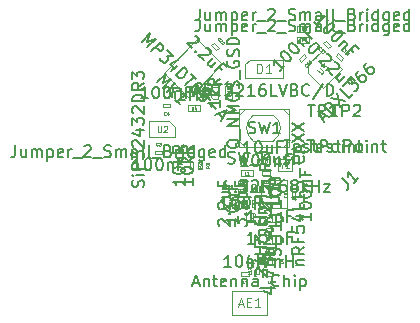
<source format=gbr>
%TF.GenerationSoftware,KiCad,Pcbnew,8.99.0-unknown-ce20689caf~181~ubuntu24.04.1*%
%TF.CreationDate,2024-12-06T11:41:52-05:00*%
%TF.ProjectId,nRF54L15_nPM2100_CR2032,6e524635-344c-4313-955f-6e504d323130,rev?*%
%TF.SameCoordinates,Original*%
%TF.FileFunction,AssemblyDrawing,Top*%
%FSLAX46Y46*%
G04 Gerber Fmt 4.6, Leading zero omitted, Abs format (unit mm)*
G04 Created by KiCad (PCBNEW 8.99.0-unknown-ce20689caf~181~ubuntu24.04.1) date 2024-12-06 11:41:52*
%MOMM*%
%LPD*%
G01*
G04 APERTURE LIST*
%ADD10C,0.150000*%
%ADD11C,0.040000*%
%ADD12C,0.090000*%
%ADD13C,0.120000*%
%ADD14C,0.075000*%
%ADD15C,0.100000*%
G04 APERTURE END LIST*
D10*
X192746602Y-66554380D02*
X193413269Y-66554380D01*
X192841840Y-66554380D02*
X192794221Y-66506761D01*
X192794221Y-66506761D02*
X192746602Y-66411523D01*
X192746602Y-66411523D02*
X192746602Y-66268666D01*
X192746602Y-66268666D02*
X192794221Y-66173428D01*
X192794221Y-66173428D02*
X192889459Y-66125809D01*
X192889459Y-66125809D02*
X193413269Y-66125809D01*
X193413269Y-65078190D02*
X192937078Y-65411523D01*
X193413269Y-65649618D02*
X192413269Y-65649618D01*
X192413269Y-65649618D02*
X192413269Y-65268666D01*
X192413269Y-65268666D02*
X192460888Y-65173428D01*
X192460888Y-65173428D02*
X192508507Y-65125809D01*
X192508507Y-65125809D02*
X192603745Y-65078190D01*
X192603745Y-65078190D02*
X192746602Y-65078190D01*
X192746602Y-65078190D02*
X192841840Y-65125809D01*
X192841840Y-65125809D02*
X192889459Y-65173428D01*
X192889459Y-65173428D02*
X192937078Y-65268666D01*
X192937078Y-65268666D02*
X192937078Y-65649618D01*
X192889459Y-64316285D02*
X192889459Y-64649618D01*
X193413269Y-64649618D02*
X192413269Y-64649618D01*
X192413269Y-64649618D02*
X192413269Y-64173428D01*
X192413269Y-63316285D02*
X192413269Y-63792475D01*
X192413269Y-63792475D02*
X192889459Y-63840094D01*
X192889459Y-63840094D02*
X192841840Y-63792475D01*
X192841840Y-63792475D02*
X192794221Y-63697237D01*
X192794221Y-63697237D02*
X192794221Y-63459142D01*
X192794221Y-63459142D02*
X192841840Y-63363904D01*
X192841840Y-63363904D02*
X192889459Y-63316285D01*
X192889459Y-63316285D02*
X192984697Y-63268666D01*
X192984697Y-63268666D02*
X193222792Y-63268666D01*
X193222792Y-63268666D02*
X193318030Y-63316285D01*
X193318030Y-63316285D02*
X193365650Y-63363904D01*
X193365650Y-63363904D02*
X193413269Y-63459142D01*
X193413269Y-63459142D02*
X193413269Y-63697237D01*
X193413269Y-63697237D02*
X193365650Y-63792475D01*
X193365650Y-63792475D02*
X193318030Y-63840094D01*
X192746602Y-62411523D02*
X193413269Y-62411523D01*
X192365650Y-62649618D02*
X193079935Y-62887713D01*
X193079935Y-62887713D02*
X193079935Y-62268666D01*
X193413269Y-61411523D02*
X193413269Y-61887713D01*
X193413269Y-61887713D02*
X192413269Y-61887713D01*
X193413269Y-60554380D02*
X193413269Y-61125808D01*
X193413269Y-60840094D02*
X192413269Y-60840094D01*
X192413269Y-60840094D02*
X192556126Y-60935332D01*
X192556126Y-60935332D02*
X192651364Y-61030570D01*
X192651364Y-61030570D02*
X192698983Y-61125808D01*
X192413269Y-59649618D02*
X192413269Y-60125808D01*
X192413269Y-60125808D02*
X192889459Y-60173427D01*
X192889459Y-60173427D02*
X192841840Y-60125808D01*
X192841840Y-60125808D02*
X192794221Y-60030570D01*
X192794221Y-60030570D02*
X192794221Y-59792475D01*
X192794221Y-59792475D02*
X192841840Y-59697237D01*
X192841840Y-59697237D02*
X192889459Y-59649618D01*
X192889459Y-59649618D02*
X192984697Y-59601999D01*
X192984697Y-59601999D02*
X193222792Y-59601999D01*
X193222792Y-59601999D02*
X193318030Y-59649618D01*
X193318030Y-59649618D02*
X193365650Y-59697237D01*
X193365650Y-59697237D02*
X193413269Y-59792475D01*
X193413269Y-59792475D02*
X193413269Y-60030570D01*
X193413269Y-60030570D02*
X193365650Y-60125808D01*
X193365650Y-60125808D02*
X193318030Y-60173427D01*
X193032316Y-59173427D02*
X193032316Y-58411523D01*
X193318030Y-57363904D02*
X193365650Y-57411523D01*
X193365650Y-57411523D02*
X193413269Y-57554380D01*
X193413269Y-57554380D02*
X193413269Y-57649618D01*
X193413269Y-57649618D02*
X193365650Y-57792475D01*
X193365650Y-57792475D02*
X193270411Y-57887713D01*
X193270411Y-57887713D02*
X193175173Y-57935332D01*
X193175173Y-57935332D02*
X192984697Y-57982951D01*
X192984697Y-57982951D02*
X192841840Y-57982951D01*
X192841840Y-57982951D02*
X192651364Y-57935332D01*
X192651364Y-57935332D02*
X192556126Y-57887713D01*
X192556126Y-57887713D02*
X192460888Y-57792475D01*
X192460888Y-57792475D02*
X192413269Y-57649618D01*
X192413269Y-57649618D02*
X192413269Y-57554380D01*
X192413269Y-57554380D02*
X192460888Y-57411523D01*
X192460888Y-57411523D02*
X192508507Y-57363904D01*
X193127554Y-56982951D02*
X193127554Y-56506761D01*
X193413269Y-57078189D02*
X192413269Y-56744856D01*
X192413269Y-56744856D02*
X193413269Y-56411523D01*
X192413269Y-56173427D02*
X193413269Y-55506761D01*
X192413269Y-55506761D02*
X193413269Y-56173427D01*
X192413269Y-55221046D02*
X193413269Y-54554380D01*
X192413269Y-54554380D02*
X193413269Y-55221046D01*
X190297819Y-61363904D02*
X191107342Y-61363904D01*
X191107342Y-61363904D02*
X191202580Y-61316285D01*
X191202580Y-61316285D02*
X191250200Y-61268666D01*
X191250200Y-61268666D02*
X191297819Y-61173428D01*
X191297819Y-61173428D02*
X191297819Y-60982952D01*
X191297819Y-60982952D02*
X191250200Y-60887714D01*
X191250200Y-60887714D02*
X191202580Y-60840095D01*
X191202580Y-60840095D02*
X191107342Y-60792476D01*
X191107342Y-60792476D02*
X190297819Y-60792476D01*
X191297819Y-59792476D02*
X191297819Y-60363904D01*
X191297819Y-60078190D02*
X190297819Y-60078190D01*
X190297819Y-60078190D02*
X190440676Y-60173428D01*
X190440676Y-60173428D02*
X190535914Y-60268666D01*
X190535914Y-60268666D02*
X190583533Y-60363904D01*
X189010000Y-66098152D02*
X189010000Y-66764819D01*
X188771905Y-65717200D02*
X188533810Y-66431485D01*
X188533810Y-66431485D02*
X189152857Y-66431485D01*
X189533810Y-66669580D02*
X189581429Y-66717200D01*
X189581429Y-66717200D02*
X189533810Y-66764819D01*
X189533810Y-66764819D02*
X189486191Y-66717200D01*
X189486191Y-66717200D02*
X189533810Y-66669580D01*
X189533810Y-66669580D02*
X189533810Y-66764819D01*
X189914762Y-65764819D02*
X190581428Y-65764819D01*
X190581428Y-65764819D02*
X190152857Y-66764819D01*
X190962381Y-66098152D02*
X190962381Y-66764819D01*
X190962381Y-66193390D02*
X191010000Y-66145771D01*
X191010000Y-66145771D02*
X191105238Y-66098152D01*
X191105238Y-66098152D02*
X191248095Y-66098152D01*
X191248095Y-66098152D02*
X191343333Y-66145771D01*
X191343333Y-66145771D02*
X191390952Y-66241009D01*
X191390952Y-66241009D02*
X191390952Y-66764819D01*
X191867143Y-66764819D02*
X191867143Y-65764819D01*
X191867143Y-66241009D02*
X192438571Y-66241009D01*
X192438571Y-66764819D02*
X192438571Y-65764819D01*
D11*
X190468333Y-68153574D02*
X190349285Y-68153574D01*
X190349285Y-68153574D02*
X190349285Y-67903574D01*
X190658809Y-67903574D02*
X190611190Y-67903574D01*
X190611190Y-67903574D02*
X190587381Y-67915479D01*
X190587381Y-67915479D02*
X190575476Y-67927384D01*
X190575476Y-67927384D02*
X190551666Y-67963098D01*
X190551666Y-67963098D02*
X190539762Y-68010717D01*
X190539762Y-68010717D02*
X190539762Y-68105955D01*
X190539762Y-68105955D02*
X190551666Y-68129765D01*
X190551666Y-68129765D02*
X190563571Y-68141670D01*
X190563571Y-68141670D02*
X190587381Y-68153574D01*
X190587381Y-68153574D02*
X190635000Y-68153574D01*
X190635000Y-68153574D02*
X190658809Y-68141670D01*
X190658809Y-68141670D02*
X190670714Y-68129765D01*
X190670714Y-68129765D02*
X190682619Y-68105955D01*
X190682619Y-68105955D02*
X190682619Y-68046431D01*
X190682619Y-68046431D02*
X190670714Y-68022622D01*
X190670714Y-68022622D02*
X190658809Y-68010717D01*
X190658809Y-68010717D02*
X190635000Y-67998812D01*
X190635000Y-67998812D02*
X190587381Y-67998812D01*
X190587381Y-67998812D02*
X190563571Y-68010717D01*
X190563571Y-68010717D02*
X190551666Y-68022622D01*
X190551666Y-68022622D02*
X190539762Y-68046431D01*
D10*
X187834819Y-62455228D02*
X187834819Y-63026656D01*
X187834819Y-62740942D02*
X186834819Y-62740942D01*
X186834819Y-62740942D02*
X186977676Y-62836180D01*
X186977676Y-62836180D02*
X187072914Y-62931418D01*
X187072914Y-62931418D02*
X187120533Y-63026656D01*
X186834819Y-61836180D02*
X186834819Y-61740942D01*
X186834819Y-61740942D02*
X186882438Y-61645704D01*
X186882438Y-61645704D02*
X186930057Y-61598085D01*
X186930057Y-61598085D02*
X187025295Y-61550466D01*
X187025295Y-61550466D02*
X187215771Y-61502847D01*
X187215771Y-61502847D02*
X187453866Y-61502847D01*
X187453866Y-61502847D02*
X187644342Y-61550466D01*
X187644342Y-61550466D02*
X187739580Y-61598085D01*
X187739580Y-61598085D02*
X187787200Y-61645704D01*
X187787200Y-61645704D02*
X187834819Y-61740942D01*
X187834819Y-61740942D02*
X187834819Y-61836180D01*
X187834819Y-61836180D02*
X187787200Y-61931418D01*
X187787200Y-61931418D02*
X187739580Y-61979037D01*
X187739580Y-61979037D02*
X187644342Y-62026656D01*
X187644342Y-62026656D02*
X187453866Y-62074275D01*
X187453866Y-62074275D02*
X187215771Y-62074275D01*
X187215771Y-62074275D02*
X187025295Y-62026656D01*
X187025295Y-62026656D02*
X186930057Y-61979037D01*
X186930057Y-61979037D02*
X186882438Y-61931418D01*
X186882438Y-61931418D02*
X186834819Y-61836180D01*
X187168152Y-61074275D02*
X187834819Y-61074275D01*
X187263390Y-61074275D02*
X187215771Y-61026656D01*
X187215771Y-61026656D02*
X187168152Y-60931418D01*
X187168152Y-60931418D02*
X187168152Y-60788561D01*
X187168152Y-60788561D02*
X187215771Y-60693323D01*
X187215771Y-60693323D02*
X187311009Y-60645704D01*
X187311009Y-60645704D02*
X187834819Y-60645704D01*
X187311009Y-59836180D02*
X187311009Y-60169513D01*
X187834819Y-60169513D02*
X186834819Y-60169513D01*
X186834819Y-60169513D02*
X186834819Y-59693323D01*
D11*
X189199765Y-61544514D02*
X189211670Y-61556418D01*
X189211670Y-61556418D02*
X189223574Y-61592133D01*
X189223574Y-61592133D02*
X189223574Y-61615942D01*
X189223574Y-61615942D02*
X189211670Y-61651656D01*
X189211670Y-61651656D02*
X189187860Y-61675466D01*
X189187860Y-61675466D02*
X189164050Y-61687371D01*
X189164050Y-61687371D02*
X189116431Y-61699275D01*
X189116431Y-61699275D02*
X189080717Y-61699275D01*
X189080717Y-61699275D02*
X189033098Y-61687371D01*
X189033098Y-61687371D02*
X189009289Y-61675466D01*
X189009289Y-61675466D02*
X188985479Y-61651656D01*
X188985479Y-61651656D02*
X188973574Y-61615942D01*
X188973574Y-61615942D02*
X188973574Y-61592133D01*
X188973574Y-61592133D02*
X188985479Y-61556418D01*
X188985479Y-61556418D02*
X188997384Y-61544514D01*
X189223574Y-61306418D02*
X189223574Y-61449275D01*
X189223574Y-61377847D02*
X188973574Y-61377847D01*
X188973574Y-61377847D02*
X189009289Y-61401656D01*
X189009289Y-61401656D02*
X189033098Y-61425466D01*
X189033098Y-61425466D02*
X189045003Y-61449275D01*
X188997384Y-61211180D02*
X188985479Y-61199276D01*
X188985479Y-61199276D02*
X188973574Y-61175466D01*
X188973574Y-61175466D02*
X188973574Y-61115942D01*
X188973574Y-61115942D02*
X188985479Y-61092133D01*
X188985479Y-61092133D02*
X188997384Y-61080228D01*
X188997384Y-61080228D02*
X189021193Y-61068323D01*
X189021193Y-61068323D02*
X189045003Y-61068323D01*
X189045003Y-61068323D02*
X189080717Y-61080228D01*
X189080717Y-61080228D02*
X189223574Y-61223085D01*
X189223574Y-61223085D02*
X189223574Y-61068323D01*
D10*
X187233333Y-66764819D02*
X186661905Y-66764819D01*
X186947619Y-66764819D02*
X186947619Y-65764819D01*
X186947619Y-65764819D02*
X186852381Y-65907676D01*
X186852381Y-65907676D02*
X186757143Y-66002914D01*
X186757143Y-66002914D02*
X186661905Y-66050533D01*
X187852381Y-65764819D02*
X187947619Y-65764819D01*
X187947619Y-65764819D02*
X188042857Y-65812438D01*
X188042857Y-65812438D02*
X188090476Y-65860057D01*
X188090476Y-65860057D02*
X188138095Y-65955295D01*
X188138095Y-65955295D02*
X188185714Y-66145771D01*
X188185714Y-66145771D02*
X188185714Y-66383866D01*
X188185714Y-66383866D02*
X188138095Y-66574342D01*
X188138095Y-66574342D02*
X188090476Y-66669580D01*
X188090476Y-66669580D02*
X188042857Y-66717200D01*
X188042857Y-66717200D02*
X187947619Y-66764819D01*
X187947619Y-66764819D02*
X187852381Y-66764819D01*
X187852381Y-66764819D02*
X187757143Y-66717200D01*
X187757143Y-66717200D02*
X187709524Y-66669580D01*
X187709524Y-66669580D02*
X187661905Y-66574342D01*
X187661905Y-66574342D02*
X187614286Y-66383866D01*
X187614286Y-66383866D02*
X187614286Y-66145771D01*
X187614286Y-66145771D02*
X187661905Y-65955295D01*
X187661905Y-65955295D02*
X187709524Y-65860057D01*
X187709524Y-65860057D02*
X187757143Y-65812438D01*
X187757143Y-65812438D02*
X187852381Y-65764819D01*
X188614286Y-66098152D02*
X188614286Y-66764819D01*
X188614286Y-66193390D02*
X188661905Y-66145771D01*
X188661905Y-66145771D02*
X188757143Y-66098152D01*
X188757143Y-66098152D02*
X188900000Y-66098152D01*
X188900000Y-66098152D02*
X188995238Y-66145771D01*
X188995238Y-66145771D02*
X189042857Y-66241009D01*
X189042857Y-66241009D02*
X189042857Y-66764819D01*
X189519048Y-66764819D02*
X189519048Y-65764819D01*
X189519048Y-66241009D02*
X190090476Y-66241009D01*
X190090476Y-66764819D02*
X190090476Y-65764819D01*
D11*
X188358333Y-68153574D02*
X188239285Y-68153574D01*
X188239285Y-68153574D02*
X188239285Y-67903574D01*
X188417857Y-67903574D02*
X188584523Y-67903574D01*
X188584523Y-67903574D02*
X188477381Y-68153574D01*
D10*
X191744811Y-49733475D02*
X191340750Y-50137536D01*
X191542781Y-49935506D02*
X190835674Y-49228399D01*
X190835674Y-49228399D02*
X190869346Y-49396758D01*
X190869346Y-49396758D02*
X190869346Y-49531445D01*
X190869346Y-49531445D02*
X190835674Y-49632460D01*
X191475437Y-48588636D02*
X191542781Y-48521292D01*
X191542781Y-48521292D02*
X191643796Y-48487620D01*
X191643796Y-48487620D02*
X191711139Y-48487620D01*
X191711139Y-48487620D02*
X191812155Y-48521292D01*
X191812155Y-48521292D02*
X191980513Y-48622307D01*
X191980513Y-48622307D02*
X192148872Y-48790666D01*
X192148872Y-48790666D02*
X192249887Y-48959025D01*
X192249887Y-48959025D02*
X192283559Y-49060040D01*
X192283559Y-49060040D02*
X192283559Y-49127384D01*
X192283559Y-49127384D02*
X192249887Y-49228399D01*
X192249887Y-49228399D02*
X192182544Y-49295742D01*
X192182544Y-49295742D02*
X192081529Y-49329414D01*
X192081529Y-49329414D02*
X192014185Y-49329414D01*
X192014185Y-49329414D02*
X191913170Y-49295742D01*
X191913170Y-49295742D02*
X191744811Y-49194727D01*
X191744811Y-49194727D02*
X191576452Y-49026368D01*
X191576452Y-49026368D02*
X191475437Y-48858010D01*
X191475437Y-48858010D02*
X191441765Y-48756994D01*
X191441765Y-48756994D02*
X191441765Y-48689651D01*
X191441765Y-48689651D02*
X191475437Y-48588636D01*
X192148872Y-47915201D02*
X192216216Y-47847857D01*
X192216216Y-47847857D02*
X192317231Y-47814185D01*
X192317231Y-47814185D02*
X192384574Y-47814185D01*
X192384574Y-47814185D02*
X192485590Y-47847857D01*
X192485590Y-47847857D02*
X192653948Y-47948872D01*
X192653948Y-47948872D02*
X192822307Y-48117231D01*
X192822307Y-48117231D02*
X192923322Y-48285590D01*
X192923322Y-48285590D02*
X192956994Y-48386605D01*
X192956994Y-48386605D02*
X192956994Y-48453949D01*
X192956994Y-48453949D02*
X192923322Y-48554964D01*
X192923322Y-48554964D02*
X192855979Y-48622307D01*
X192855979Y-48622307D02*
X192754964Y-48655979D01*
X192754964Y-48655979D02*
X192687620Y-48655979D01*
X192687620Y-48655979D02*
X192586605Y-48622307D01*
X192586605Y-48622307D02*
X192418246Y-48521292D01*
X192418246Y-48521292D02*
X192249887Y-48352933D01*
X192249887Y-48352933D02*
X192148872Y-48184575D01*
X192148872Y-48184575D02*
X192115200Y-48083559D01*
X192115200Y-48083559D02*
X192115200Y-48016216D01*
X192115200Y-48016216D02*
X192148872Y-47915201D01*
X192923322Y-47612155D02*
X193394727Y-48083559D01*
X192990666Y-47679498D02*
X192990666Y-47612155D01*
X192990666Y-47612155D02*
X193024338Y-47511139D01*
X193024338Y-47511139D02*
X193125353Y-47410124D01*
X193125353Y-47410124D02*
X193226368Y-47376452D01*
X193226368Y-47376452D02*
X193327383Y-47410124D01*
X193327383Y-47410124D02*
X193697773Y-47780514D01*
X193899803Y-46837704D02*
X193664101Y-47073407D01*
X194034490Y-47443796D02*
X193327384Y-46736689D01*
X193327384Y-46736689D02*
X193664101Y-46399972D01*
D11*
X193690664Y-49717948D02*
X193690664Y-49734784D01*
X193690664Y-49734784D02*
X193673828Y-49768456D01*
X193673828Y-49768456D02*
X193656992Y-49785292D01*
X193656992Y-49785292D02*
X193623321Y-49802127D01*
X193623321Y-49802127D02*
X193589649Y-49802127D01*
X193589649Y-49802127D02*
X193564395Y-49793710D01*
X193564395Y-49793710D02*
X193522305Y-49768456D01*
X193522305Y-49768456D02*
X193497052Y-49743202D01*
X193497052Y-49743202D02*
X193471798Y-49701112D01*
X193471798Y-49701112D02*
X193463380Y-49675858D01*
X193463380Y-49675858D02*
X193463380Y-49642187D01*
X193463380Y-49642187D02*
X193480216Y-49608515D01*
X193480216Y-49608515D02*
X193497052Y-49591679D01*
X193497052Y-49591679D02*
X193530723Y-49574843D01*
X193530723Y-49574843D02*
X193547559Y-49574843D01*
X193875859Y-49566425D02*
X193774843Y-49667440D01*
X193825351Y-49616933D02*
X193648574Y-49440156D01*
X193648574Y-49440156D02*
X193656992Y-49482246D01*
X193656992Y-49482246D02*
X193656992Y-49515918D01*
X193656992Y-49515918D02*
X193648574Y-49541171D01*
X193850605Y-49238126D02*
X193816933Y-49271798D01*
X193816933Y-49271798D02*
X193808515Y-49297051D01*
X193808515Y-49297051D02*
X193808515Y-49313887D01*
X193808515Y-49313887D02*
X193816933Y-49355977D01*
X193816933Y-49355977D02*
X193842187Y-49398067D01*
X193842187Y-49398067D02*
X193909530Y-49465410D01*
X193909530Y-49465410D02*
X193934784Y-49473828D01*
X193934784Y-49473828D02*
X193951620Y-49473828D01*
X193951620Y-49473828D02*
X193976874Y-49465410D01*
X193976874Y-49465410D02*
X194010546Y-49431738D01*
X194010546Y-49431738D02*
X194018964Y-49406485D01*
X194018964Y-49406485D02*
X194018964Y-49389649D01*
X194018964Y-49389649D02*
X194010546Y-49364395D01*
X194010546Y-49364395D02*
X193968456Y-49322305D01*
X193968456Y-49322305D02*
X193943202Y-49313887D01*
X193943202Y-49313887D02*
X193926366Y-49313887D01*
X193926366Y-49313887D02*
X193901112Y-49322305D01*
X193901112Y-49322305D02*
X193867441Y-49355977D01*
X193867441Y-49355977D02*
X193859023Y-49381231D01*
X193859023Y-49381231D02*
X193859023Y-49398067D01*
X193859023Y-49398067D02*
X193867441Y-49423320D01*
D10*
X184561903Y-45814819D02*
X184561903Y-46529104D01*
X184561903Y-46529104D02*
X184514284Y-46671961D01*
X184514284Y-46671961D02*
X184419046Y-46767200D01*
X184419046Y-46767200D02*
X184276189Y-46814819D01*
X184276189Y-46814819D02*
X184180951Y-46814819D01*
X185466665Y-46148152D02*
X185466665Y-46814819D01*
X185038094Y-46148152D02*
X185038094Y-46671961D01*
X185038094Y-46671961D02*
X185085713Y-46767200D01*
X185085713Y-46767200D02*
X185180951Y-46814819D01*
X185180951Y-46814819D02*
X185323808Y-46814819D01*
X185323808Y-46814819D02*
X185419046Y-46767200D01*
X185419046Y-46767200D02*
X185466665Y-46719580D01*
X185942856Y-46814819D02*
X185942856Y-46148152D01*
X185942856Y-46243390D02*
X185990475Y-46195771D01*
X185990475Y-46195771D02*
X186085713Y-46148152D01*
X186085713Y-46148152D02*
X186228570Y-46148152D01*
X186228570Y-46148152D02*
X186323808Y-46195771D01*
X186323808Y-46195771D02*
X186371427Y-46291009D01*
X186371427Y-46291009D02*
X186371427Y-46814819D01*
X186371427Y-46291009D02*
X186419046Y-46195771D01*
X186419046Y-46195771D02*
X186514284Y-46148152D01*
X186514284Y-46148152D02*
X186657141Y-46148152D01*
X186657141Y-46148152D02*
X186752380Y-46195771D01*
X186752380Y-46195771D02*
X186799999Y-46291009D01*
X186799999Y-46291009D02*
X186799999Y-46814819D01*
X187276189Y-46148152D02*
X187276189Y-47148152D01*
X187276189Y-46195771D02*
X187371427Y-46148152D01*
X187371427Y-46148152D02*
X187561903Y-46148152D01*
X187561903Y-46148152D02*
X187657141Y-46195771D01*
X187657141Y-46195771D02*
X187704760Y-46243390D01*
X187704760Y-46243390D02*
X187752379Y-46338628D01*
X187752379Y-46338628D02*
X187752379Y-46624342D01*
X187752379Y-46624342D02*
X187704760Y-46719580D01*
X187704760Y-46719580D02*
X187657141Y-46767200D01*
X187657141Y-46767200D02*
X187561903Y-46814819D01*
X187561903Y-46814819D02*
X187371427Y-46814819D01*
X187371427Y-46814819D02*
X187276189Y-46767200D01*
X188561903Y-46767200D02*
X188466665Y-46814819D01*
X188466665Y-46814819D02*
X188276189Y-46814819D01*
X188276189Y-46814819D02*
X188180951Y-46767200D01*
X188180951Y-46767200D02*
X188133332Y-46671961D01*
X188133332Y-46671961D02*
X188133332Y-46291009D01*
X188133332Y-46291009D02*
X188180951Y-46195771D01*
X188180951Y-46195771D02*
X188276189Y-46148152D01*
X188276189Y-46148152D02*
X188466665Y-46148152D01*
X188466665Y-46148152D02*
X188561903Y-46195771D01*
X188561903Y-46195771D02*
X188609522Y-46291009D01*
X188609522Y-46291009D02*
X188609522Y-46386247D01*
X188609522Y-46386247D02*
X188133332Y-46481485D01*
X189038094Y-46814819D02*
X189038094Y-46148152D01*
X189038094Y-46338628D02*
X189085713Y-46243390D01*
X189085713Y-46243390D02*
X189133332Y-46195771D01*
X189133332Y-46195771D02*
X189228570Y-46148152D01*
X189228570Y-46148152D02*
X189323808Y-46148152D01*
X189419047Y-46910057D02*
X190180951Y-46910057D01*
X190371428Y-45910057D02*
X190419047Y-45862438D01*
X190419047Y-45862438D02*
X190514285Y-45814819D01*
X190514285Y-45814819D02*
X190752380Y-45814819D01*
X190752380Y-45814819D02*
X190847618Y-45862438D01*
X190847618Y-45862438D02*
X190895237Y-45910057D01*
X190895237Y-45910057D02*
X190942856Y-46005295D01*
X190942856Y-46005295D02*
X190942856Y-46100533D01*
X190942856Y-46100533D02*
X190895237Y-46243390D01*
X190895237Y-46243390D02*
X190323809Y-46814819D01*
X190323809Y-46814819D02*
X190942856Y-46814819D01*
X191133333Y-46910057D02*
X191895237Y-46910057D01*
X192085714Y-46767200D02*
X192228571Y-46814819D01*
X192228571Y-46814819D02*
X192466666Y-46814819D01*
X192466666Y-46814819D02*
X192561904Y-46767200D01*
X192561904Y-46767200D02*
X192609523Y-46719580D01*
X192609523Y-46719580D02*
X192657142Y-46624342D01*
X192657142Y-46624342D02*
X192657142Y-46529104D01*
X192657142Y-46529104D02*
X192609523Y-46433866D01*
X192609523Y-46433866D02*
X192561904Y-46386247D01*
X192561904Y-46386247D02*
X192466666Y-46338628D01*
X192466666Y-46338628D02*
X192276190Y-46291009D01*
X192276190Y-46291009D02*
X192180952Y-46243390D01*
X192180952Y-46243390D02*
X192133333Y-46195771D01*
X192133333Y-46195771D02*
X192085714Y-46100533D01*
X192085714Y-46100533D02*
X192085714Y-46005295D01*
X192085714Y-46005295D02*
X192133333Y-45910057D01*
X192133333Y-45910057D02*
X192180952Y-45862438D01*
X192180952Y-45862438D02*
X192276190Y-45814819D01*
X192276190Y-45814819D02*
X192514285Y-45814819D01*
X192514285Y-45814819D02*
X192657142Y-45862438D01*
X193085714Y-46814819D02*
X193085714Y-46148152D01*
X193085714Y-46243390D02*
X193133333Y-46195771D01*
X193133333Y-46195771D02*
X193228571Y-46148152D01*
X193228571Y-46148152D02*
X193371428Y-46148152D01*
X193371428Y-46148152D02*
X193466666Y-46195771D01*
X193466666Y-46195771D02*
X193514285Y-46291009D01*
X193514285Y-46291009D02*
X193514285Y-46814819D01*
X193514285Y-46291009D02*
X193561904Y-46195771D01*
X193561904Y-46195771D02*
X193657142Y-46148152D01*
X193657142Y-46148152D02*
X193799999Y-46148152D01*
X193799999Y-46148152D02*
X193895238Y-46195771D01*
X193895238Y-46195771D02*
X193942857Y-46291009D01*
X193942857Y-46291009D02*
X193942857Y-46814819D01*
X194847618Y-46814819D02*
X194847618Y-46291009D01*
X194847618Y-46291009D02*
X194799999Y-46195771D01*
X194799999Y-46195771D02*
X194704761Y-46148152D01*
X194704761Y-46148152D02*
X194514285Y-46148152D01*
X194514285Y-46148152D02*
X194419047Y-46195771D01*
X194847618Y-46767200D02*
X194752380Y-46814819D01*
X194752380Y-46814819D02*
X194514285Y-46814819D01*
X194514285Y-46814819D02*
X194419047Y-46767200D01*
X194419047Y-46767200D02*
X194371428Y-46671961D01*
X194371428Y-46671961D02*
X194371428Y-46576723D01*
X194371428Y-46576723D02*
X194419047Y-46481485D01*
X194419047Y-46481485D02*
X194514285Y-46433866D01*
X194514285Y-46433866D02*
X194752380Y-46433866D01*
X194752380Y-46433866D02*
X194847618Y-46386247D01*
X195466666Y-46814819D02*
X195371428Y-46767200D01*
X195371428Y-46767200D02*
X195323809Y-46671961D01*
X195323809Y-46671961D02*
X195323809Y-45814819D01*
X195990476Y-46814819D02*
X195895238Y-46767200D01*
X195895238Y-46767200D02*
X195847619Y-46671961D01*
X195847619Y-46671961D02*
X195847619Y-45814819D01*
X196133334Y-46910057D02*
X196895238Y-46910057D01*
X197466667Y-46291009D02*
X197609524Y-46338628D01*
X197609524Y-46338628D02*
X197657143Y-46386247D01*
X197657143Y-46386247D02*
X197704762Y-46481485D01*
X197704762Y-46481485D02*
X197704762Y-46624342D01*
X197704762Y-46624342D02*
X197657143Y-46719580D01*
X197657143Y-46719580D02*
X197609524Y-46767200D01*
X197609524Y-46767200D02*
X197514286Y-46814819D01*
X197514286Y-46814819D02*
X197133334Y-46814819D01*
X197133334Y-46814819D02*
X197133334Y-45814819D01*
X197133334Y-45814819D02*
X197466667Y-45814819D01*
X197466667Y-45814819D02*
X197561905Y-45862438D01*
X197561905Y-45862438D02*
X197609524Y-45910057D01*
X197609524Y-45910057D02*
X197657143Y-46005295D01*
X197657143Y-46005295D02*
X197657143Y-46100533D01*
X197657143Y-46100533D02*
X197609524Y-46195771D01*
X197609524Y-46195771D02*
X197561905Y-46243390D01*
X197561905Y-46243390D02*
X197466667Y-46291009D01*
X197466667Y-46291009D02*
X197133334Y-46291009D01*
X198133334Y-46814819D02*
X198133334Y-46148152D01*
X198133334Y-46338628D02*
X198180953Y-46243390D01*
X198180953Y-46243390D02*
X198228572Y-46195771D01*
X198228572Y-46195771D02*
X198323810Y-46148152D01*
X198323810Y-46148152D02*
X198419048Y-46148152D01*
X198752382Y-46814819D02*
X198752382Y-46148152D01*
X198752382Y-45814819D02*
X198704763Y-45862438D01*
X198704763Y-45862438D02*
X198752382Y-45910057D01*
X198752382Y-45910057D02*
X198800001Y-45862438D01*
X198800001Y-45862438D02*
X198752382Y-45814819D01*
X198752382Y-45814819D02*
X198752382Y-45910057D01*
X199657143Y-46814819D02*
X199657143Y-45814819D01*
X199657143Y-46767200D02*
X199561905Y-46814819D01*
X199561905Y-46814819D02*
X199371429Y-46814819D01*
X199371429Y-46814819D02*
X199276191Y-46767200D01*
X199276191Y-46767200D02*
X199228572Y-46719580D01*
X199228572Y-46719580D02*
X199180953Y-46624342D01*
X199180953Y-46624342D02*
X199180953Y-46338628D01*
X199180953Y-46338628D02*
X199228572Y-46243390D01*
X199228572Y-46243390D02*
X199276191Y-46195771D01*
X199276191Y-46195771D02*
X199371429Y-46148152D01*
X199371429Y-46148152D02*
X199561905Y-46148152D01*
X199561905Y-46148152D02*
X199657143Y-46195771D01*
X200561905Y-46148152D02*
X200561905Y-46957676D01*
X200561905Y-46957676D02*
X200514286Y-47052914D01*
X200514286Y-47052914D02*
X200466667Y-47100533D01*
X200466667Y-47100533D02*
X200371429Y-47148152D01*
X200371429Y-47148152D02*
X200228572Y-47148152D01*
X200228572Y-47148152D02*
X200133334Y-47100533D01*
X200561905Y-46767200D02*
X200466667Y-46814819D01*
X200466667Y-46814819D02*
X200276191Y-46814819D01*
X200276191Y-46814819D02*
X200180953Y-46767200D01*
X200180953Y-46767200D02*
X200133334Y-46719580D01*
X200133334Y-46719580D02*
X200085715Y-46624342D01*
X200085715Y-46624342D02*
X200085715Y-46338628D01*
X200085715Y-46338628D02*
X200133334Y-46243390D01*
X200133334Y-46243390D02*
X200180953Y-46195771D01*
X200180953Y-46195771D02*
X200276191Y-46148152D01*
X200276191Y-46148152D02*
X200466667Y-46148152D01*
X200466667Y-46148152D02*
X200561905Y-46195771D01*
X201419048Y-46767200D02*
X201323810Y-46814819D01*
X201323810Y-46814819D02*
X201133334Y-46814819D01*
X201133334Y-46814819D02*
X201038096Y-46767200D01*
X201038096Y-46767200D02*
X200990477Y-46671961D01*
X200990477Y-46671961D02*
X200990477Y-46291009D01*
X200990477Y-46291009D02*
X201038096Y-46195771D01*
X201038096Y-46195771D02*
X201133334Y-46148152D01*
X201133334Y-46148152D02*
X201323810Y-46148152D01*
X201323810Y-46148152D02*
X201419048Y-46195771D01*
X201419048Y-46195771D02*
X201466667Y-46291009D01*
X201466667Y-46291009D02*
X201466667Y-46386247D01*
X201466667Y-46386247D02*
X200990477Y-46481485D01*
X202323810Y-46814819D02*
X202323810Y-45814819D01*
X202323810Y-46767200D02*
X202228572Y-46814819D01*
X202228572Y-46814819D02*
X202038096Y-46814819D01*
X202038096Y-46814819D02*
X201942858Y-46767200D01*
X201942858Y-46767200D02*
X201895239Y-46719580D01*
X201895239Y-46719580D02*
X201847620Y-46624342D01*
X201847620Y-46624342D02*
X201847620Y-46338628D01*
X201847620Y-46338628D02*
X201895239Y-46243390D01*
X201895239Y-46243390D02*
X201942858Y-46195771D01*
X201942858Y-46195771D02*
X202038096Y-46148152D01*
X202038096Y-46148152D02*
X202228572Y-46148152D01*
X202228572Y-46148152D02*
X202323810Y-46195771D01*
D11*
X193083333Y-47388200D02*
X193083333Y-47573915D01*
X193083333Y-47573915D02*
X193070952Y-47611058D01*
X193070952Y-47611058D02*
X193046190Y-47635820D01*
X193046190Y-47635820D02*
X193009047Y-47648200D01*
X193009047Y-47648200D02*
X192984285Y-47648200D01*
X193207142Y-47648200D02*
X193207142Y-47388200D01*
X193207142Y-47388200D02*
X193306190Y-47388200D01*
X193306190Y-47388200D02*
X193330952Y-47400581D01*
X193330952Y-47400581D02*
X193343333Y-47412962D01*
X193343333Y-47412962D02*
X193355714Y-47437724D01*
X193355714Y-47437724D02*
X193355714Y-47474867D01*
X193355714Y-47474867D02*
X193343333Y-47499629D01*
X193343333Y-47499629D02*
X193330952Y-47512010D01*
X193330952Y-47512010D02*
X193306190Y-47524391D01*
X193306190Y-47524391D02*
X193207142Y-47524391D01*
X193454761Y-47412962D02*
X193467142Y-47400581D01*
X193467142Y-47400581D02*
X193491904Y-47388200D01*
X193491904Y-47388200D02*
X193553809Y-47388200D01*
X193553809Y-47388200D02*
X193578571Y-47400581D01*
X193578571Y-47400581D02*
X193590952Y-47412962D01*
X193590952Y-47412962D02*
X193603333Y-47437724D01*
X193603333Y-47437724D02*
X193603333Y-47462486D01*
X193603333Y-47462486D02*
X193590952Y-47499629D01*
X193590952Y-47499629D02*
X193442380Y-47648200D01*
X193442380Y-47648200D02*
X193603333Y-47648200D01*
D10*
X189330057Y-67531904D02*
X189282438Y-67484285D01*
X189282438Y-67484285D02*
X189234819Y-67389047D01*
X189234819Y-67389047D02*
X189234819Y-67150952D01*
X189234819Y-67150952D02*
X189282438Y-67055714D01*
X189282438Y-67055714D02*
X189330057Y-67008095D01*
X189330057Y-67008095D02*
X189425295Y-66960476D01*
X189425295Y-66960476D02*
X189520533Y-66960476D01*
X189520533Y-66960476D02*
X189663390Y-67008095D01*
X189663390Y-67008095D02*
X190234819Y-67579523D01*
X190234819Y-67579523D02*
X190234819Y-66960476D01*
X189568152Y-66531904D02*
X190234819Y-66531904D01*
X189663390Y-66531904D02*
X189615771Y-66484285D01*
X189615771Y-66484285D02*
X189568152Y-66389047D01*
X189568152Y-66389047D02*
X189568152Y-66246190D01*
X189568152Y-66246190D02*
X189615771Y-66150952D01*
X189615771Y-66150952D02*
X189711009Y-66103333D01*
X189711009Y-66103333D02*
X190234819Y-66103333D01*
X190234819Y-65627142D02*
X189234819Y-65627142D01*
X189711009Y-65627142D02*
X189711009Y-65055714D01*
X190234819Y-65055714D02*
X189234819Y-65055714D01*
D11*
X191623574Y-66311666D02*
X191623574Y-66430714D01*
X191623574Y-66430714D02*
X191373574Y-66430714D01*
X191456908Y-66121190D02*
X191623574Y-66121190D01*
X191361670Y-66180714D02*
X191540241Y-66240237D01*
X191540241Y-66240237D02*
X191540241Y-66085476D01*
D10*
X187050000Y-59781952D02*
X187050000Y-60448619D01*
X186811905Y-59401000D02*
X186573810Y-60115285D01*
X186573810Y-60115285D02*
X187192857Y-60115285D01*
X187573810Y-60353380D02*
X187621429Y-60401000D01*
X187621429Y-60401000D02*
X187573810Y-60448619D01*
X187573810Y-60448619D02*
X187526191Y-60401000D01*
X187526191Y-60401000D02*
X187573810Y-60353380D01*
X187573810Y-60353380D02*
X187573810Y-60448619D01*
X187954762Y-59448619D02*
X188621428Y-59448619D01*
X188621428Y-59448619D02*
X188192857Y-60448619D01*
X189430952Y-59781952D02*
X189430952Y-60448619D01*
X189002381Y-59781952D02*
X189002381Y-60305761D01*
X189002381Y-60305761D02*
X189050000Y-60401000D01*
X189050000Y-60401000D02*
X189145238Y-60448619D01*
X189145238Y-60448619D02*
X189288095Y-60448619D01*
X189288095Y-60448619D02*
X189383333Y-60401000D01*
X189383333Y-60401000D02*
X189430952Y-60353380D01*
X189907143Y-60448619D02*
X189907143Y-59448619D01*
X189907143Y-59924809D02*
X190478571Y-59924809D01*
X190478571Y-60448619D02*
X190478571Y-59448619D01*
D11*
X188508333Y-58937374D02*
X188389285Y-58937374D01*
X188389285Y-58937374D02*
X188389285Y-58687374D01*
X188722619Y-58937374D02*
X188579762Y-58937374D01*
X188651190Y-58937374D02*
X188651190Y-58687374D01*
X188651190Y-58687374D02*
X188627381Y-58723089D01*
X188627381Y-58723089D02*
X188603571Y-58746898D01*
X188603571Y-58746898D02*
X188579762Y-58758803D01*
D10*
X193666666Y-56004819D02*
X194238094Y-56004819D01*
X193952380Y-57004819D02*
X193952380Y-56004819D01*
X194952380Y-56957200D02*
X194857142Y-57004819D01*
X194857142Y-57004819D02*
X194666666Y-57004819D01*
X194666666Y-57004819D02*
X194571428Y-56957200D01*
X194571428Y-56957200D02*
X194523809Y-56861961D01*
X194523809Y-56861961D02*
X194523809Y-56481009D01*
X194523809Y-56481009D02*
X194571428Y-56385771D01*
X194571428Y-56385771D02*
X194666666Y-56338152D01*
X194666666Y-56338152D02*
X194857142Y-56338152D01*
X194857142Y-56338152D02*
X194952380Y-56385771D01*
X194952380Y-56385771D02*
X194999999Y-56481009D01*
X194999999Y-56481009D02*
X194999999Y-56576247D01*
X194999999Y-56576247D02*
X194523809Y-56671485D01*
X195380952Y-56957200D02*
X195476190Y-57004819D01*
X195476190Y-57004819D02*
X195666666Y-57004819D01*
X195666666Y-57004819D02*
X195761904Y-56957200D01*
X195761904Y-56957200D02*
X195809523Y-56861961D01*
X195809523Y-56861961D02*
X195809523Y-56814342D01*
X195809523Y-56814342D02*
X195761904Y-56719104D01*
X195761904Y-56719104D02*
X195666666Y-56671485D01*
X195666666Y-56671485D02*
X195523809Y-56671485D01*
X195523809Y-56671485D02*
X195428571Y-56623866D01*
X195428571Y-56623866D02*
X195380952Y-56528628D01*
X195380952Y-56528628D02*
X195380952Y-56481009D01*
X195380952Y-56481009D02*
X195428571Y-56385771D01*
X195428571Y-56385771D02*
X195523809Y-56338152D01*
X195523809Y-56338152D02*
X195666666Y-56338152D01*
X195666666Y-56338152D02*
X195761904Y-56385771D01*
X196095238Y-56338152D02*
X196476190Y-56338152D01*
X196238095Y-56004819D02*
X196238095Y-56861961D01*
X196238095Y-56861961D02*
X196285714Y-56957200D01*
X196285714Y-56957200D02*
X196380952Y-57004819D01*
X196380952Y-57004819D02*
X196476190Y-57004819D01*
X196809524Y-57004819D02*
X196809524Y-56004819D01*
X196809524Y-56004819D02*
X197190476Y-56004819D01*
X197190476Y-56004819D02*
X197285714Y-56052438D01*
X197285714Y-56052438D02*
X197333333Y-56100057D01*
X197333333Y-56100057D02*
X197380952Y-56195295D01*
X197380952Y-56195295D02*
X197380952Y-56338152D01*
X197380952Y-56338152D02*
X197333333Y-56433390D01*
X197333333Y-56433390D02*
X197285714Y-56481009D01*
X197285714Y-56481009D02*
X197190476Y-56528628D01*
X197190476Y-56528628D02*
X196809524Y-56528628D01*
X197952381Y-57004819D02*
X197857143Y-56957200D01*
X197857143Y-56957200D02*
X197809524Y-56909580D01*
X197809524Y-56909580D02*
X197761905Y-56814342D01*
X197761905Y-56814342D02*
X197761905Y-56528628D01*
X197761905Y-56528628D02*
X197809524Y-56433390D01*
X197809524Y-56433390D02*
X197857143Y-56385771D01*
X197857143Y-56385771D02*
X197952381Y-56338152D01*
X197952381Y-56338152D02*
X198095238Y-56338152D01*
X198095238Y-56338152D02*
X198190476Y-56385771D01*
X198190476Y-56385771D02*
X198238095Y-56433390D01*
X198238095Y-56433390D02*
X198285714Y-56528628D01*
X198285714Y-56528628D02*
X198285714Y-56814342D01*
X198285714Y-56814342D02*
X198238095Y-56909580D01*
X198238095Y-56909580D02*
X198190476Y-56957200D01*
X198190476Y-56957200D02*
X198095238Y-57004819D01*
X198095238Y-57004819D02*
X197952381Y-57004819D01*
X198714286Y-57004819D02*
X198714286Y-56338152D01*
X198714286Y-56004819D02*
X198666667Y-56052438D01*
X198666667Y-56052438D02*
X198714286Y-56100057D01*
X198714286Y-56100057D02*
X198761905Y-56052438D01*
X198761905Y-56052438D02*
X198714286Y-56004819D01*
X198714286Y-56004819D02*
X198714286Y-56100057D01*
X199190476Y-56338152D02*
X199190476Y-57004819D01*
X199190476Y-56433390D02*
X199238095Y-56385771D01*
X199238095Y-56385771D02*
X199333333Y-56338152D01*
X199333333Y-56338152D02*
X199476190Y-56338152D01*
X199476190Y-56338152D02*
X199571428Y-56385771D01*
X199571428Y-56385771D02*
X199619047Y-56481009D01*
X199619047Y-56481009D02*
X199619047Y-57004819D01*
X199952381Y-56338152D02*
X200333333Y-56338152D01*
X200095238Y-56004819D02*
X200095238Y-56861961D01*
X200095238Y-56861961D02*
X200142857Y-56957200D01*
X200142857Y-56957200D02*
X200238095Y-57004819D01*
X200238095Y-57004819D02*
X200333333Y-57004819D01*
X195738095Y-53004819D02*
X196309523Y-53004819D01*
X196023809Y-54004819D02*
X196023809Y-53004819D01*
X196642857Y-54004819D02*
X196642857Y-53004819D01*
X196642857Y-53004819D02*
X197023809Y-53004819D01*
X197023809Y-53004819D02*
X197119047Y-53052438D01*
X197119047Y-53052438D02*
X197166666Y-53100057D01*
X197166666Y-53100057D02*
X197214285Y-53195295D01*
X197214285Y-53195295D02*
X197214285Y-53338152D01*
X197214285Y-53338152D02*
X197166666Y-53433390D01*
X197166666Y-53433390D02*
X197119047Y-53481009D01*
X197119047Y-53481009D02*
X197023809Y-53528628D01*
X197023809Y-53528628D02*
X196642857Y-53528628D01*
X197595238Y-53100057D02*
X197642857Y-53052438D01*
X197642857Y-53052438D02*
X197738095Y-53004819D01*
X197738095Y-53004819D02*
X197976190Y-53004819D01*
X197976190Y-53004819D02*
X198071428Y-53052438D01*
X198071428Y-53052438D02*
X198119047Y-53100057D01*
X198119047Y-53100057D02*
X198166666Y-53195295D01*
X198166666Y-53195295D02*
X198166666Y-53290533D01*
X198166666Y-53290533D02*
X198119047Y-53433390D01*
X198119047Y-53433390D02*
X197547619Y-54004819D01*
X197547619Y-54004819D02*
X198166666Y-54004819D01*
X189730057Y-61874751D02*
X189682438Y-61827132D01*
X189682438Y-61827132D02*
X189634819Y-61731894D01*
X189634819Y-61731894D02*
X189634819Y-61493799D01*
X189634819Y-61493799D02*
X189682438Y-61398561D01*
X189682438Y-61398561D02*
X189730057Y-61350942D01*
X189730057Y-61350942D02*
X189825295Y-61303323D01*
X189825295Y-61303323D02*
X189920533Y-61303323D01*
X189920533Y-61303323D02*
X190063390Y-61350942D01*
X190063390Y-61350942D02*
X190634819Y-61922370D01*
X190634819Y-61922370D02*
X190634819Y-61303323D01*
X190539580Y-60874751D02*
X190587200Y-60827132D01*
X190587200Y-60827132D02*
X190634819Y-60874751D01*
X190634819Y-60874751D02*
X190587200Y-60922370D01*
X190587200Y-60922370D02*
X190539580Y-60874751D01*
X190539580Y-60874751D02*
X190634819Y-60874751D01*
X189730057Y-60446180D02*
X189682438Y-60398561D01*
X189682438Y-60398561D02*
X189634819Y-60303323D01*
X189634819Y-60303323D02*
X189634819Y-60065228D01*
X189634819Y-60065228D02*
X189682438Y-59969990D01*
X189682438Y-59969990D02*
X189730057Y-59922371D01*
X189730057Y-59922371D02*
X189825295Y-59874752D01*
X189825295Y-59874752D02*
X189920533Y-59874752D01*
X189920533Y-59874752D02*
X190063390Y-59922371D01*
X190063390Y-59922371D02*
X190634819Y-60493799D01*
X190634819Y-60493799D02*
X190634819Y-59874752D01*
X189968152Y-59017609D02*
X190634819Y-59017609D01*
X189968152Y-59446180D02*
X190491961Y-59446180D01*
X190491961Y-59446180D02*
X190587200Y-59398561D01*
X190587200Y-59398561D02*
X190634819Y-59303323D01*
X190634819Y-59303323D02*
X190634819Y-59160466D01*
X190634819Y-59160466D02*
X190587200Y-59065228D01*
X190587200Y-59065228D02*
X190539580Y-59017609D01*
X190111009Y-58208085D02*
X190111009Y-58541418D01*
X190634819Y-58541418D02*
X189634819Y-58541418D01*
X189634819Y-58541418D02*
X189634819Y-58065228D01*
D11*
X188539765Y-60035466D02*
X188551670Y-60047370D01*
X188551670Y-60047370D02*
X188563574Y-60083085D01*
X188563574Y-60083085D02*
X188563574Y-60106894D01*
X188563574Y-60106894D02*
X188551670Y-60142608D01*
X188551670Y-60142608D02*
X188527860Y-60166418D01*
X188527860Y-60166418D02*
X188504050Y-60178323D01*
X188504050Y-60178323D02*
X188456431Y-60190227D01*
X188456431Y-60190227D02*
X188420717Y-60190227D01*
X188420717Y-60190227D02*
X188373098Y-60178323D01*
X188373098Y-60178323D02*
X188349289Y-60166418D01*
X188349289Y-60166418D02*
X188325479Y-60142608D01*
X188325479Y-60142608D02*
X188313574Y-60106894D01*
X188313574Y-60106894D02*
X188313574Y-60083085D01*
X188313574Y-60083085D02*
X188325479Y-60047370D01*
X188325479Y-60047370D02*
X188337384Y-60035466D01*
X188563574Y-59797370D02*
X188563574Y-59940227D01*
X188563574Y-59868799D02*
X188313574Y-59868799D01*
X188313574Y-59868799D02*
X188349289Y-59892608D01*
X188349289Y-59892608D02*
X188373098Y-59916418D01*
X188373098Y-59916418D02*
X188385003Y-59940227D01*
D10*
X191387200Y-65779513D02*
X191434819Y-65636656D01*
X191434819Y-65636656D02*
X191434819Y-65398561D01*
X191434819Y-65398561D02*
X191387200Y-65303323D01*
X191387200Y-65303323D02*
X191339580Y-65255704D01*
X191339580Y-65255704D02*
X191244342Y-65208085D01*
X191244342Y-65208085D02*
X191149104Y-65208085D01*
X191149104Y-65208085D02*
X191053866Y-65255704D01*
X191053866Y-65255704D02*
X191006247Y-65303323D01*
X191006247Y-65303323D02*
X190958628Y-65398561D01*
X190958628Y-65398561D02*
X190911009Y-65589037D01*
X190911009Y-65589037D02*
X190863390Y-65684275D01*
X190863390Y-65684275D02*
X190815771Y-65731894D01*
X190815771Y-65731894D02*
X190720533Y-65779513D01*
X190720533Y-65779513D02*
X190625295Y-65779513D01*
X190625295Y-65779513D02*
X190530057Y-65731894D01*
X190530057Y-65731894D02*
X190482438Y-65684275D01*
X190482438Y-65684275D02*
X190434819Y-65589037D01*
X190434819Y-65589037D02*
X190434819Y-65350942D01*
X190434819Y-65350942D02*
X190482438Y-65208085D01*
X191434819Y-64779513D02*
X190768152Y-64779513D01*
X190434819Y-64779513D02*
X190482438Y-64827132D01*
X190482438Y-64827132D02*
X190530057Y-64779513D01*
X190530057Y-64779513D02*
X190482438Y-64731894D01*
X190482438Y-64731894D02*
X190434819Y-64779513D01*
X190434819Y-64779513D02*
X190530057Y-64779513D01*
X190434819Y-64446180D02*
X190434819Y-63874752D01*
X191434819Y-64160466D02*
X190434819Y-64160466D01*
X191434819Y-63017609D02*
X191434819Y-63589037D01*
X191434819Y-63303323D02*
X190434819Y-63303323D01*
X190434819Y-63303323D02*
X190577676Y-63398561D01*
X190577676Y-63398561D02*
X190672914Y-63493799D01*
X190672914Y-63493799D02*
X190720533Y-63589037D01*
X191434819Y-62065228D02*
X191434819Y-62636656D01*
X191434819Y-62350942D02*
X190434819Y-62350942D01*
X190434819Y-62350942D02*
X190577676Y-62446180D01*
X190577676Y-62446180D02*
X190672914Y-62541418D01*
X190672914Y-62541418D02*
X190720533Y-62636656D01*
X191434819Y-61112847D02*
X191434819Y-61684275D01*
X191434819Y-61398561D02*
X190434819Y-61398561D01*
X190434819Y-61398561D02*
X190577676Y-61493799D01*
X190577676Y-61493799D02*
X190672914Y-61589037D01*
X190672914Y-61589037D02*
X190720533Y-61684275D01*
X190434819Y-60493799D02*
X190434819Y-60398561D01*
X190434819Y-60398561D02*
X190482438Y-60303323D01*
X190482438Y-60303323D02*
X190530057Y-60255704D01*
X190530057Y-60255704D02*
X190625295Y-60208085D01*
X190625295Y-60208085D02*
X190815771Y-60160466D01*
X190815771Y-60160466D02*
X191053866Y-60160466D01*
X191053866Y-60160466D02*
X191244342Y-60208085D01*
X191244342Y-60208085D02*
X191339580Y-60255704D01*
X191339580Y-60255704D02*
X191387200Y-60303323D01*
X191387200Y-60303323D02*
X191434819Y-60398561D01*
X191434819Y-60398561D02*
X191434819Y-60493799D01*
X191434819Y-60493799D02*
X191387200Y-60589037D01*
X191387200Y-60589037D02*
X191339580Y-60636656D01*
X191339580Y-60636656D02*
X191244342Y-60684275D01*
X191244342Y-60684275D02*
X191053866Y-60731894D01*
X191053866Y-60731894D02*
X190815771Y-60731894D01*
X190815771Y-60731894D02*
X190625295Y-60684275D01*
X190625295Y-60684275D02*
X190530057Y-60636656D01*
X190530057Y-60636656D02*
X190482438Y-60589037D01*
X190482438Y-60589037D02*
X190434819Y-60493799D01*
X190434819Y-59541418D02*
X190434819Y-59446180D01*
X190434819Y-59446180D02*
X190482438Y-59350942D01*
X190482438Y-59350942D02*
X190530057Y-59303323D01*
X190530057Y-59303323D02*
X190625295Y-59255704D01*
X190625295Y-59255704D02*
X190815771Y-59208085D01*
X190815771Y-59208085D02*
X191053866Y-59208085D01*
X191053866Y-59208085D02*
X191244342Y-59255704D01*
X191244342Y-59255704D02*
X191339580Y-59303323D01*
X191339580Y-59303323D02*
X191387200Y-59350942D01*
X191387200Y-59350942D02*
X191434819Y-59446180D01*
X191434819Y-59446180D02*
X191434819Y-59541418D01*
X191434819Y-59541418D02*
X191387200Y-59636656D01*
X191387200Y-59636656D02*
X191339580Y-59684275D01*
X191339580Y-59684275D02*
X191244342Y-59731894D01*
X191244342Y-59731894D02*
X191053866Y-59779513D01*
X191053866Y-59779513D02*
X190815771Y-59779513D01*
X190815771Y-59779513D02*
X190625295Y-59731894D01*
X190625295Y-59731894D02*
X190530057Y-59684275D01*
X190530057Y-59684275D02*
X190482438Y-59636656D01*
X190482438Y-59636656D02*
X190434819Y-59541418D01*
D12*
X188484762Y-62480705D02*
X188484762Y-62775943D01*
X188278095Y-62155943D02*
X188484762Y-62480705D01*
X188484762Y-62480705D02*
X188691428Y-62155943D01*
X188868572Y-62214991D02*
X188898096Y-62185467D01*
X188898096Y-62185467D02*
X188957143Y-62155943D01*
X188957143Y-62155943D02*
X189104762Y-62155943D01*
X189104762Y-62155943D02*
X189163810Y-62185467D01*
X189163810Y-62185467D02*
X189193334Y-62214991D01*
X189193334Y-62214991D02*
X189222857Y-62274039D01*
X189222857Y-62274039D02*
X189222857Y-62333086D01*
X189222857Y-62333086D02*
X189193334Y-62421658D01*
X189193334Y-62421658D02*
X188839048Y-62775943D01*
X188839048Y-62775943D02*
X189222857Y-62775943D01*
D10*
X188848571Y-57124819D02*
X188277143Y-57124819D01*
X188562857Y-57124819D02*
X188562857Y-56124819D01*
X188562857Y-56124819D02*
X188467619Y-56267676D01*
X188467619Y-56267676D02*
X188372381Y-56362914D01*
X188372381Y-56362914D02*
X188277143Y-56410533D01*
X189467619Y-56124819D02*
X189562857Y-56124819D01*
X189562857Y-56124819D02*
X189658095Y-56172438D01*
X189658095Y-56172438D02*
X189705714Y-56220057D01*
X189705714Y-56220057D02*
X189753333Y-56315295D01*
X189753333Y-56315295D02*
X189800952Y-56505771D01*
X189800952Y-56505771D02*
X189800952Y-56743866D01*
X189800952Y-56743866D02*
X189753333Y-56934342D01*
X189753333Y-56934342D02*
X189705714Y-57029580D01*
X189705714Y-57029580D02*
X189658095Y-57077200D01*
X189658095Y-57077200D02*
X189562857Y-57124819D01*
X189562857Y-57124819D02*
X189467619Y-57124819D01*
X189467619Y-57124819D02*
X189372381Y-57077200D01*
X189372381Y-57077200D02*
X189324762Y-57029580D01*
X189324762Y-57029580D02*
X189277143Y-56934342D01*
X189277143Y-56934342D02*
X189229524Y-56743866D01*
X189229524Y-56743866D02*
X189229524Y-56505771D01*
X189229524Y-56505771D02*
X189277143Y-56315295D01*
X189277143Y-56315295D02*
X189324762Y-56220057D01*
X189324762Y-56220057D02*
X189372381Y-56172438D01*
X189372381Y-56172438D02*
X189467619Y-56124819D01*
X190658095Y-56458152D02*
X190658095Y-57124819D01*
X190229524Y-56458152D02*
X190229524Y-56981961D01*
X190229524Y-56981961D02*
X190277143Y-57077200D01*
X190277143Y-57077200D02*
X190372381Y-57124819D01*
X190372381Y-57124819D02*
X190515238Y-57124819D01*
X190515238Y-57124819D02*
X190610476Y-57077200D01*
X190610476Y-57077200D02*
X190658095Y-57029580D01*
X191467619Y-56601009D02*
X191134286Y-56601009D01*
X191134286Y-57124819D02*
X191134286Y-56124819D01*
X191134286Y-56124819D02*
X191610476Y-56124819D01*
D11*
X189759285Y-57919765D02*
X189747381Y-57931670D01*
X189747381Y-57931670D02*
X189711666Y-57943574D01*
X189711666Y-57943574D02*
X189687857Y-57943574D01*
X189687857Y-57943574D02*
X189652143Y-57931670D01*
X189652143Y-57931670D02*
X189628333Y-57907860D01*
X189628333Y-57907860D02*
X189616428Y-57884050D01*
X189616428Y-57884050D02*
X189604524Y-57836431D01*
X189604524Y-57836431D02*
X189604524Y-57800717D01*
X189604524Y-57800717D02*
X189616428Y-57753098D01*
X189616428Y-57753098D02*
X189628333Y-57729289D01*
X189628333Y-57729289D02*
X189652143Y-57705479D01*
X189652143Y-57705479D02*
X189687857Y-57693574D01*
X189687857Y-57693574D02*
X189711666Y-57693574D01*
X189711666Y-57693574D02*
X189747381Y-57705479D01*
X189747381Y-57705479D02*
X189759285Y-57717384D01*
X189997381Y-57943574D02*
X189854524Y-57943574D01*
X189925952Y-57943574D02*
X189925952Y-57693574D01*
X189925952Y-57693574D02*
X189902143Y-57729289D01*
X189902143Y-57729289D02*
X189878333Y-57753098D01*
X189878333Y-57753098D02*
X189854524Y-57765003D01*
X190152142Y-57693574D02*
X190175952Y-57693574D01*
X190175952Y-57693574D02*
X190199761Y-57705479D01*
X190199761Y-57705479D02*
X190211666Y-57717384D01*
X190211666Y-57717384D02*
X190223571Y-57741193D01*
X190223571Y-57741193D02*
X190235476Y-57788812D01*
X190235476Y-57788812D02*
X190235476Y-57848336D01*
X190235476Y-57848336D02*
X190223571Y-57895955D01*
X190223571Y-57895955D02*
X190211666Y-57919765D01*
X190211666Y-57919765D02*
X190199761Y-57931670D01*
X190199761Y-57931670D02*
X190175952Y-57943574D01*
X190175952Y-57943574D02*
X190152142Y-57943574D01*
X190152142Y-57943574D02*
X190128333Y-57931670D01*
X190128333Y-57931670D02*
X190116428Y-57919765D01*
X190116428Y-57919765D02*
X190104523Y-57895955D01*
X190104523Y-57895955D02*
X190092619Y-57848336D01*
X190092619Y-57848336D02*
X190092619Y-57788812D01*
X190092619Y-57788812D02*
X190104523Y-57741193D01*
X190104523Y-57741193D02*
X190116428Y-57717384D01*
X190116428Y-57717384D02*
X190128333Y-57705479D01*
X190128333Y-57705479D02*
X190152142Y-57693574D01*
D10*
X184561903Y-44874819D02*
X184561903Y-45589104D01*
X184561903Y-45589104D02*
X184514284Y-45731961D01*
X184514284Y-45731961D02*
X184419046Y-45827200D01*
X184419046Y-45827200D02*
X184276189Y-45874819D01*
X184276189Y-45874819D02*
X184180951Y-45874819D01*
X185466665Y-45208152D02*
X185466665Y-45874819D01*
X185038094Y-45208152D02*
X185038094Y-45731961D01*
X185038094Y-45731961D02*
X185085713Y-45827200D01*
X185085713Y-45827200D02*
X185180951Y-45874819D01*
X185180951Y-45874819D02*
X185323808Y-45874819D01*
X185323808Y-45874819D02*
X185419046Y-45827200D01*
X185419046Y-45827200D02*
X185466665Y-45779580D01*
X185942856Y-45874819D02*
X185942856Y-45208152D01*
X185942856Y-45303390D02*
X185990475Y-45255771D01*
X185990475Y-45255771D02*
X186085713Y-45208152D01*
X186085713Y-45208152D02*
X186228570Y-45208152D01*
X186228570Y-45208152D02*
X186323808Y-45255771D01*
X186323808Y-45255771D02*
X186371427Y-45351009D01*
X186371427Y-45351009D02*
X186371427Y-45874819D01*
X186371427Y-45351009D02*
X186419046Y-45255771D01*
X186419046Y-45255771D02*
X186514284Y-45208152D01*
X186514284Y-45208152D02*
X186657141Y-45208152D01*
X186657141Y-45208152D02*
X186752380Y-45255771D01*
X186752380Y-45255771D02*
X186799999Y-45351009D01*
X186799999Y-45351009D02*
X186799999Y-45874819D01*
X187276189Y-45208152D02*
X187276189Y-46208152D01*
X187276189Y-45255771D02*
X187371427Y-45208152D01*
X187371427Y-45208152D02*
X187561903Y-45208152D01*
X187561903Y-45208152D02*
X187657141Y-45255771D01*
X187657141Y-45255771D02*
X187704760Y-45303390D01*
X187704760Y-45303390D02*
X187752379Y-45398628D01*
X187752379Y-45398628D02*
X187752379Y-45684342D01*
X187752379Y-45684342D02*
X187704760Y-45779580D01*
X187704760Y-45779580D02*
X187657141Y-45827200D01*
X187657141Y-45827200D02*
X187561903Y-45874819D01*
X187561903Y-45874819D02*
X187371427Y-45874819D01*
X187371427Y-45874819D02*
X187276189Y-45827200D01*
X188561903Y-45827200D02*
X188466665Y-45874819D01*
X188466665Y-45874819D02*
X188276189Y-45874819D01*
X188276189Y-45874819D02*
X188180951Y-45827200D01*
X188180951Y-45827200D02*
X188133332Y-45731961D01*
X188133332Y-45731961D02*
X188133332Y-45351009D01*
X188133332Y-45351009D02*
X188180951Y-45255771D01*
X188180951Y-45255771D02*
X188276189Y-45208152D01*
X188276189Y-45208152D02*
X188466665Y-45208152D01*
X188466665Y-45208152D02*
X188561903Y-45255771D01*
X188561903Y-45255771D02*
X188609522Y-45351009D01*
X188609522Y-45351009D02*
X188609522Y-45446247D01*
X188609522Y-45446247D02*
X188133332Y-45541485D01*
X189038094Y-45874819D02*
X189038094Y-45208152D01*
X189038094Y-45398628D02*
X189085713Y-45303390D01*
X189085713Y-45303390D02*
X189133332Y-45255771D01*
X189133332Y-45255771D02*
X189228570Y-45208152D01*
X189228570Y-45208152D02*
X189323808Y-45208152D01*
X189419047Y-45970057D02*
X190180951Y-45970057D01*
X190371428Y-44970057D02*
X190419047Y-44922438D01*
X190419047Y-44922438D02*
X190514285Y-44874819D01*
X190514285Y-44874819D02*
X190752380Y-44874819D01*
X190752380Y-44874819D02*
X190847618Y-44922438D01*
X190847618Y-44922438D02*
X190895237Y-44970057D01*
X190895237Y-44970057D02*
X190942856Y-45065295D01*
X190942856Y-45065295D02*
X190942856Y-45160533D01*
X190942856Y-45160533D02*
X190895237Y-45303390D01*
X190895237Y-45303390D02*
X190323809Y-45874819D01*
X190323809Y-45874819D02*
X190942856Y-45874819D01*
X191133333Y-45970057D02*
X191895237Y-45970057D01*
X192085714Y-45827200D02*
X192228571Y-45874819D01*
X192228571Y-45874819D02*
X192466666Y-45874819D01*
X192466666Y-45874819D02*
X192561904Y-45827200D01*
X192561904Y-45827200D02*
X192609523Y-45779580D01*
X192609523Y-45779580D02*
X192657142Y-45684342D01*
X192657142Y-45684342D02*
X192657142Y-45589104D01*
X192657142Y-45589104D02*
X192609523Y-45493866D01*
X192609523Y-45493866D02*
X192561904Y-45446247D01*
X192561904Y-45446247D02*
X192466666Y-45398628D01*
X192466666Y-45398628D02*
X192276190Y-45351009D01*
X192276190Y-45351009D02*
X192180952Y-45303390D01*
X192180952Y-45303390D02*
X192133333Y-45255771D01*
X192133333Y-45255771D02*
X192085714Y-45160533D01*
X192085714Y-45160533D02*
X192085714Y-45065295D01*
X192085714Y-45065295D02*
X192133333Y-44970057D01*
X192133333Y-44970057D02*
X192180952Y-44922438D01*
X192180952Y-44922438D02*
X192276190Y-44874819D01*
X192276190Y-44874819D02*
X192514285Y-44874819D01*
X192514285Y-44874819D02*
X192657142Y-44922438D01*
X193085714Y-45874819D02*
X193085714Y-45208152D01*
X193085714Y-45303390D02*
X193133333Y-45255771D01*
X193133333Y-45255771D02*
X193228571Y-45208152D01*
X193228571Y-45208152D02*
X193371428Y-45208152D01*
X193371428Y-45208152D02*
X193466666Y-45255771D01*
X193466666Y-45255771D02*
X193514285Y-45351009D01*
X193514285Y-45351009D02*
X193514285Y-45874819D01*
X193514285Y-45351009D02*
X193561904Y-45255771D01*
X193561904Y-45255771D02*
X193657142Y-45208152D01*
X193657142Y-45208152D02*
X193799999Y-45208152D01*
X193799999Y-45208152D02*
X193895238Y-45255771D01*
X193895238Y-45255771D02*
X193942857Y-45351009D01*
X193942857Y-45351009D02*
X193942857Y-45874819D01*
X194847618Y-45874819D02*
X194847618Y-45351009D01*
X194847618Y-45351009D02*
X194799999Y-45255771D01*
X194799999Y-45255771D02*
X194704761Y-45208152D01*
X194704761Y-45208152D02*
X194514285Y-45208152D01*
X194514285Y-45208152D02*
X194419047Y-45255771D01*
X194847618Y-45827200D02*
X194752380Y-45874819D01*
X194752380Y-45874819D02*
X194514285Y-45874819D01*
X194514285Y-45874819D02*
X194419047Y-45827200D01*
X194419047Y-45827200D02*
X194371428Y-45731961D01*
X194371428Y-45731961D02*
X194371428Y-45636723D01*
X194371428Y-45636723D02*
X194419047Y-45541485D01*
X194419047Y-45541485D02*
X194514285Y-45493866D01*
X194514285Y-45493866D02*
X194752380Y-45493866D01*
X194752380Y-45493866D02*
X194847618Y-45446247D01*
X195466666Y-45874819D02*
X195371428Y-45827200D01*
X195371428Y-45827200D02*
X195323809Y-45731961D01*
X195323809Y-45731961D02*
X195323809Y-44874819D01*
X195990476Y-45874819D02*
X195895238Y-45827200D01*
X195895238Y-45827200D02*
X195847619Y-45731961D01*
X195847619Y-45731961D02*
X195847619Y-44874819D01*
X196133334Y-45970057D02*
X196895238Y-45970057D01*
X197466667Y-45351009D02*
X197609524Y-45398628D01*
X197609524Y-45398628D02*
X197657143Y-45446247D01*
X197657143Y-45446247D02*
X197704762Y-45541485D01*
X197704762Y-45541485D02*
X197704762Y-45684342D01*
X197704762Y-45684342D02*
X197657143Y-45779580D01*
X197657143Y-45779580D02*
X197609524Y-45827200D01*
X197609524Y-45827200D02*
X197514286Y-45874819D01*
X197514286Y-45874819D02*
X197133334Y-45874819D01*
X197133334Y-45874819D02*
X197133334Y-44874819D01*
X197133334Y-44874819D02*
X197466667Y-44874819D01*
X197466667Y-44874819D02*
X197561905Y-44922438D01*
X197561905Y-44922438D02*
X197609524Y-44970057D01*
X197609524Y-44970057D02*
X197657143Y-45065295D01*
X197657143Y-45065295D02*
X197657143Y-45160533D01*
X197657143Y-45160533D02*
X197609524Y-45255771D01*
X197609524Y-45255771D02*
X197561905Y-45303390D01*
X197561905Y-45303390D02*
X197466667Y-45351009D01*
X197466667Y-45351009D02*
X197133334Y-45351009D01*
X198133334Y-45874819D02*
X198133334Y-45208152D01*
X198133334Y-45398628D02*
X198180953Y-45303390D01*
X198180953Y-45303390D02*
X198228572Y-45255771D01*
X198228572Y-45255771D02*
X198323810Y-45208152D01*
X198323810Y-45208152D02*
X198419048Y-45208152D01*
X198752382Y-45874819D02*
X198752382Y-45208152D01*
X198752382Y-44874819D02*
X198704763Y-44922438D01*
X198704763Y-44922438D02*
X198752382Y-44970057D01*
X198752382Y-44970057D02*
X198800001Y-44922438D01*
X198800001Y-44922438D02*
X198752382Y-44874819D01*
X198752382Y-44874819D02*
X198752382Y-44970057D01*
X199657143Y-45874819D02*
X199657143Y-44874819D01*
X199657143Y-45827200D02*
X199561905Y-45874819D01*
X199561905Y-45874819D02*
X199371429Y-45874819D01*
X199371429Y-45874819D02*
X199276191Y-45827200D01*
X199276191Y-45827200D02*
X199228572Y-45779580D01*
X199228572Y-45779580D02*
X199180953Y-45684342D01*
X199180953Y-45684342D02*
X199180953Y-45398628D01*
X199180953Y-45398628D02*
X199228572Y-45303390D01*
X199228572Y-45303390D02*
X199276191Y-45255771D01*
X199276191Y-45255771D02*
X199371429Y-45208152D01*
X199371429Y-45208152D02*
X199561905Y-45208152D01*
X199561905Y-45208152D02*
X199657143Y-45255771D01*
X200561905Y-45208152D02*
X200561905Y-46017676D01*
X200561905Y-46017676D02*
X200514286Y-46112914D01*
X200514286Y-46112914D02*
X200466667Y-46160533D01*
X200466667Y-46160533D02*
X200371429Y-46208152D01*
X200371429Y-46208152D02*
X200228572Y-46208152D01*
X200228572Y-46208152D02*
X200133334Y-46160533D01*
X200561905Y-45827200D02*
X200466667Y-45874819D01*
X200466667Y-45874819D02*
X200276191Y-45874819D01*
X200276191Y-45874819D02*
X200180953Y-45827200D01*
X200180953Y-45827200D02*
X200133334Y-45779580D01*
X200133334Y-45779580D02*
X200085715Y-45684342D01*
X200085715Y-45684342D02*
X200085715Y-45398628D01*
X200085715Y-45398628D02*
X200133334Y-45303390D01*
X200133334Y-45303390D02*
X200180953Y-45255771D01*
X200180953Y-45255771D02*
X200276191Y-45208152D01*
X200276191Y-45208152D02*
X200466667Y-45208152D01*
X200466667Y-45208152D02*
X200561905Y-45255771D01*
X201419048Y-45827200D02*
X201323810Y-45874819D01*
X201323810Y-45874819D02*
X201133334Y-45874819D01*
X201133334Y-45874819D02*
X201038096Y-45827200D01*
X201038096Y-45827200D02*
X200990477Y-45731961D01*
X200990477Y-45731961D02*
X200990477Y-45351009D01*
X200990477Y-45351009D02*
X201038096Y-45255771D01*
X201038096Y-45255771D02*
X201133334Y-45208152D01*
X201133334Y-45208152D02*
X201323810Y-45208152D01*
X201323810Y-45208152D02*
X201419048Y-45255771D01*
X201419048Y-45255771D02*
X201466667Y-45351009D01*
X201466667Y-45351009D02*
X201466667Y-45446247D01*
X201466667Y-45446247D02*
X200990477Y-45541485D01*
X202323810Y-45874819D02*
X202323810Y-44874819D01*
X202323810Y-45827200D02*
X202228572Y-45874819D01*
X202228572Y-45874819D02*
X202038096Y-45874819D01*
X202038096Y-45874819D02*
X201942858Y-45827200D01*
X201942858Y-45827200D02*
X201895239Y-45779580D01*
X201895239Y-45779580D02*
X201847620Y-45684342D01*
X201847620Y-45684342D02*
X201847620Y-45398628D01*
X201847620Y-45398628D02*
X201895239Y-45303390D01*
X201895239Y-45303390D02*
X201942858Y-45255771D01*
X201942858Y-45255771D02*
X202038096Y-45208152D01*
X202038096Y-45208152D02*
X202228572Y-45208152D01*
X202228572Y-45208152D02*
X202323810Y-45255771D01*
D11*
X193083333Y-46448200D02*
X193083333Y-46633915D01*
X193083333Y-46633915D02*
X193070952Y-46671058D01*
X193070952Y-46671058D02*
X193046190Y-46695820D01*
X193046190Y-46695820D02*
X193009047Y-46708200D01*
X193009047Y-46708200D02*
X192984285Y-46708200D01*
X193207142Y-46708200D02*
X193207142Y-46448200D01*
X193207142Y-46448200D02*
X193306190Y-46448200D01*
X193306190Y-46448200D02*
X193330952Y-46460581D01*
X193330952Y-46460581D02*
X193343333Y-46472962D01*
X193343333Y-46472962D02*
X193355714Y-46497724D01*
X193355714Y-46497724D02*
X193355714Y-46534867D01*
X193355714Y-46534867D02*
X193343333Y-46559629D01*
X193343333Y-46559629D02*
X193330952Y-46572010D01*
X193330952Y-46572010D02*
X193306190Y-46584391D01*
X193306190Y-46584391D02*
X193207142Y-46584391D01*
X193442380Y-46448200D02*
X193603333Y-46448200D01*
X193603333Y-46448200D02*
X193516666Y-46547248D01*
X193516666Y-46547248D02*
X193553809Y-46547248D01*
X193553809Y-46547248D02*
X193578571Y-46559629D01*
X193578571Y-46559629D02*
X193590952Y-46572010D01*
X193590952Y-46572010D02*
X193603333Y-46596772D01*
X193603333Y-46596772D02*
X193603333Y-46658677D01*
X193603333Y-46658677D02*
X193590952Y-46683439D01*
X193590952Y-46683439D02*
X193578571Y-46695820D01*
X193578571Y-46695820D02*
X193553809Y-46708200D01*
X193553809Y-46708200D02*
X193479523Y-46708200D01*
X193479523Y-46708200D02*
X193454761Y-46695820D01*
X193454761Y-46695820D02*
X193442380Y-46683439D01*
D10*
X194544646Y-47838567D02*
X194611989Y-47905911D01*
X194611989Y-47905911D02*
X194645661Y-48006926D01*
X194645661Y-48006926D02*
X194645661Y-48074270D01*
X194645661Y-48074270D02*
X194611989Y-48175285D01*
X194611989Y-48175285D02*
X194510974Y-48343644D01*
X194510974Y-48343644D02*
X194342615Y-48512002D01*
X194342615Y-48512002D02*
X194174256Y-48613018D01*
X194174256Y-48613018D02*
X194073241Y-48646689D01*
X194073241Y-48646689D02*
X194005898Y-48646689D01*
X194005898Y-48646689D02*
X193904882Y-48613018D01*
X193904882Y-48613018D02*
X193837539Y-48545674D01*
X193837539Y-48545674D02*
X193803867Y-48444659D01*
X193803867Y-48444659D02*
X193803867Y-48377315D01*
X193803867Y-48377315D02*
X193837539Y-48276300D01*
X193837539Y-48276300D02*
X193938554Y-48107941D01*
X193938554Y-48107941D02*
X194106913Y-47939583D01*
X194106913Y-47939583D02*
X194275272Y-47838567D01*
X194275272Y-47838567D02*
X194376287Y-47804896D01*
X194376287Y-47804896D02*
X194443630Y-47804896D01*
X194443630Y-47804896D02*
X194544646Y-47838567D01*
X194443631Y-49017079D02*
X194443631Y-49084422D01*
X194443631Y-49084422D02*
X194376287Y-49084422D01*
X194376287Y-49084422D02*
X194376287Y-49017079D01*
X194376287Y-49017079D02*
X194443631Y-49017079D01*
X194443631Y-49017079D02*
X194376287Y-49084422D01*
X195319096Y-48747704D02*
X195386439Y-48747704D01*
X195386439Y-48747704D02*
X195487454Y-48781376D01*
X195487454Y-48781376D02*
X195655813Y-48949735D01*
X195655813Y-48949735D02*
X195689485Y-49050750D01*
X195689485Y-49050750D02*
X195689485Y-49118094D01*
X195689485Y-49118094D02*
X195655813Y-49219109D01*
X195655813Y-49219109D02*
X195588470Y-49286452D01*
X195588470Y-49286452D02*
X195453783Y-49353796D01*
X195453783Y-49353796D02*
X194645661Y-49353796D01*
X194645661Y-49353796D02*
X195083393Y-49791529D01*
X195992531Y-49421139D02*
X196059874Y-49421139D01*
X196059874Y-49421139D02*
X196160890Y-49454811D01*
X196160890Y-49454811D02*
X196329248Y-49623170D01*
X196329248Y-49623170D02*
X196362920Y-49724185D01*
X196362920Y-49724185D02*
X196362920Y-49791529D01*
X196362920Y-49791529D02*
X196329248Y-49892544D01*
X196329248Y-49892544D02*
X196261905Y-49959888D01*
X196261905Y-49959888D02*
X196127218Y-50027231D01*
X196127218Y-50027231D02*
X195319096Y-50027231D01*
X195319096Y-50027231D02*
X195756829Y-50464964D01*
X196834325Y-50599651D02*
X196362920Y-51071055D01*
X196531279Y-50296605D02*
X196160890Y-50666994D01*
X196160890Y-50666994D02*
X196127218Y-50768010D01*
X196127218Y-50768010D02*
X196160890Y-50869025D01*
X196160890Y-50869025D02*
X196261905Y-50970040D01*
X196261905Y-50970040D02*
X196362920Y-51003712D01*
X196362920Y-51003712D02*
X196430264Y-51003712D01*
X197305729Y-51273086D02*
X197070027Y-51037384D01*
X196699638Y-51407773D02*
X197406744Y-50700666D01*
X197406744Y-50700666D02*
X197743462Y-51037384D01*
D11*
X196703717Y-48448998D02*
X196686881Y-48448998D01*
X196686881Y-48448998D02*
X196653209Y-48432162D01*
X196653209Y-48432162D02*
X196636373Y-48415326D01*
X196636373Y-48415326D02*
X196619538Y-48381655D01*
X196619538Y-48381655D02*
X196619538Y-48347983D01*
X196619538Y-48347983D02*
X196627955Y-48322729D01*
X196627955Y-48322729D02*
X196653209Y-48280639D01*
X196653209Y-48280639D02*
X196678463Y-48255386D01*
X196678463Y-48255386D02*
X196720553Y-48230132D01*
X196720553Y-48230132D02*
X196745807Y-48221714D01*
X196745807Y-48221714D02*
X196779478Y-48221714D01*
X196779478Y-48221714D02*
X196813150Y-48238550D01*
X196813150Y-48238550D02*
X196829986Y-48255386D01*
X196829986Y-48255386D02*
X196846822Y-48289057D01*
X196846822Y-48289057D02*
X196846822Y-48305893D01*
X196855240Y-48634193D02*
X196754225Y-48533177D01*
X196804732Y-48583685D02*
X196981509Y-48406908D01*
X196981509Y-48406908D02*
X196939419Y-48415326D01*
X196939419Y-48415326D02*
X196905747Y-48415326D01*
X196905747Y-48415326D02*
X196880494Y-48406908D01*
X197191957Y-48617357D02*
X197107778Y-48533177D01*
X197107778Y-48533177D02*
X197015180Y-48608939D01*
X197015180Y-48608939D02*
X197032016Y-48608939D01*
X197032016Y-48608939D02*
X197057270Y-48617357D01*
X197057270Y-48617357D02*
X197099360Y-48659446D01*
X197099360Y-48659446D02*
X197107778Y-48684700D01*
X197107778Y-48684700D02*
X197107778Y-48701536D01*
X197107778Y-48701536D02*
X197099360Y-48726790D01*
X197099360Y-48726790D02*
X197057270Y-48768880D01*
X197057270Y-48768880D02*
X197032016Y-48777298D01*
X197032016Y-48777298D02*
X197015180Y-48777298D01*
X197015180Y-48777298D02*
X196989927Y-48768880D01*
X196989927Y-48768880D02*
X196947837Y-48726790D01*
X196947837Y-48726790D02*
X196939419Y-48701536D01*
X196939419Y-48701536D02*
X196939419Y-48684700D01*
D10*
X188632380Y-58218619D02*
X188060952Y-58218619D01*
X188346666Y-58218619D02*
X188346666Y-57218619D01*
X188346666Y-57218619D02*
X188251428Y-57361476D01*
X188251428Y-57361476D02*
X188156190Y-57456714D01*
X188156190Y-57456714D02*
X188060952Y-57504333D01*
X189251428Y-57218619D02*
X189346666Y-57218619D01*
X189346666Y-57218619D02*
X189441904Y-57266238D01*
X189441904Y-57266238D02*
X189489523Y-57313857D01*
X189489523Y-57313857D02*
X189537142Y-57409095D01*
X189537142Y-57409095D02*
X189584761Y-57599571D01*
X189584761Y-57599571D02*
X189584761Y-57837666D01*
X189584761Y-57837666D02*
X189537142Y-58028142D01*
X189537142Y-58028142D02*
X189489523Y-58123380D01*
X189489523Y-58123380D02*
X189441904Y-58171000D01*
X189441904Y-58171000D02*
X189346666Y-58218619D01*
X189346666Y-58218619D02*
X189251428Y-58218619D01*
X189251428Y-58218619D02*
X189156190Y-58171000D01*
X189156190Y-58171000D02*
X189108571Y-58123380D01*
X189108571Y-58123380D02*
X189060952Y-58028142D01*
X189060952Y-58028142D02*
X189013333Y-57837666D01*
X189013333Y-57837666D02*
X189013333Y-57599571D01*
X189013333Y-57599571D02*
X189060952Y-57409095D01*
X189060952Y-57409095D02*
X189108571Y-57313857D01*
X189108571Y-57313857D02*
X189156190Y-57266238D01*
X189156190Y-57266238D02*
X189251428Y-57218619D01*
X190203809Y-57218619D02*
X190299047Y-57218619D01*
X190299047Y-57218619D02*
X190394285Y-57266238D01*
X190394285Y-57266238D02*
X190441904Y-57313857D01*
X190441904Y-57313857D02*
X190489523Y-57409095D01*
X190489523Y-57409095D02*
X190537142Y-57599571D01*
X190537142Y-57599571D02*
X190537142Y-57837666D01*
X190537142Y-57837666D02*
X190489523Y-58028142D01*
X190489523Y-58028142D02*
X190441904Y-58123380D01*
X190441904Y-58123380D02*
X190394285Y-58171000D01*
X190394285Y-58171000D02*
X190299047Y-58218619D01*
X190299047Y-58218619D02*
X190203809Y-58218619D01*
X190203809Y-58218619D02*
X190108571Y-58171000D01*
X190108571Y-58171000D02*
X190060952Y-58123380D01*
X190060952Y-58123380D02*
X190013333Y-58028142D01*
X190013333Y-58028142D02*
X189965714Y-57837666D01*
X189965714Y-57837666D02*
X189965714Y-57599571D01*
X189965714Y-57599571D02*
X190013333Y-57409095D01*
X190013333Y-57409095D02*
X190060952Y-57313857D01*
X190060952Y-57313857D02*
X190108571Y-57266238D01*
X190108571Y-57266238D02*
X190203809Y-57218619D01*
X190965714Y-57551952D02*
X190965714Y-58218619D01*
X190965714Y-57647190D02*
X191013333Y-57599571D01*
X191013333Y-57599571D02*
X191108571Y-57551952D01*
X191108571Y-57551952D02*
X191251428Y-57551952D01*
X191251428Y-57551952D02*
X191346666Y-57599571D01*
X191346666Y-57599571D02*
X191394285Y-57694809D01*
X191394285Y-57694809D02*
X191394285Y-58218619D01*
X192203809Y-57694809D02*
X191870476Y-57694809D01*
X191870476Y-58218619D02*
X191870476Y-57218619D01*
X191870476Y-57218619D02*
X192346666Y-57218619D01*
D11*
X190019285Y-59583565D02*
X190007381Y-59595470D01*
X190007381Y-59595470D02*
X189971666Y-59607374D01*
X189971666Y-59607374D02*
X189947857Y-59607374D01*
X189947857Y-59607374D02*
X189912143Y-59595470D01*
X189912143Y-59595470D02*
X189888333Y-59571660D01*
X189888333Y-59571660D02*
X189876428Y-59547850D01*
X189876428Y-59547850D02*
X189864524Y-59500231D01*
X189864524Y-59500231D02*
X189864524Y-59464517D01*
X189864524Y-59464517D02*
X189876428Y-59416898D01*
X189876428Y-59416898D02*
X189888333Y-59393089D01*
X189888333Y-59393089D02*
X189912143Y-59369279D01*
X189912143Y-59369279D02*
X189947857Y-59357374D01*
X189947857Y-59357374D02*
X189971666Y-59357374D01*
X189971666Y-59357374D02*
X190007381Y-59369279D01*
X190007381Y-59369279D02*
X190019285Y-59381184D01*
X190257381Y-59607374D02*
X190114524Y-59607374D01*
X190185952Y-59607374D02*
X190185952Y-59357374D01*
X190185952Y-59357374D02*
X190162143Y-59393089D01*
X190162143Y-59393089D02*
X190138333Y-59416898D01*
X190138333Y-59416898D02*
X190114524Y-59428803D01*
X190495476Y-59607374D02*
X190352619Y-59607374D01*
X190424047Y-59607374D02*
X190424047Y-59357374D01*
X190424047Y-59357374D02*
X190400238Y-59393089D01*
X190400238Y-59393089D02*
X190376428Y-59416898D01*
X190376428Y-59416898D02*
X190352619Y-59428803D01*
D10*
X183994819Y-59265238D02*
X183994819Y-59836666D01*
X183994819Y-59550952D02*
X182994819Y-59550952D01*
X182994819Y-59550952D02*
X183137676Y-59646190D01*
X183137676Y-59646190D02*
X183232914Y-59741428D01*
X183232914Y-59741428D02*
X183280533Y-59836666D01*
X182994819Y-58646190D02*
X182994819Y-58550952D01*
X182994819Y-58550952D02*
X183042438Y-58455714D01*
X183042438Y-58455714D02*
X183090057Y-58408095D01*
X183090057Y-58408095D02*
X183185295Y-58360476D01*
X183185295Y-58360476D02*
X183375771Y-58312857D01*
X183375771Y-58312857D02*
X183613866Y-58312857D01*
X183613866Y-58312857D02*
X183804342Y-58360476D01*
X183804342Y-58360476D02*
X183899580Y-58408095D01*
X183899580Y-58408095D02*
X183947200Y-58455714D01*
X183947200Y-58455714D02*
X183994819Y-58550952D01*
X183994819Y-58550952D02*
X183994819Y-58646190D01*
X183994819Y-58646190D02*
X183947200Y-58741428D01*
X183947200Y-58741428D02*
X183899580Y-58789047D01*
X183899580Y-58789047D02*
X183804342Y-58836666D01*
X183804342Y-58836666D02*
X183613866Y-58884285D01*
X183613866Y-58884285D02*
X183375771Y-58884285D01*
X183375771Y-58884285D02*
X183185295Y-58836666D01*
X183185295Y-58836666D02*
X183090057Y-58789047D01*
X183090057Y-58789047D02*
X183042438Y-58741428D01*
X183042438Y-58741428D02*
X182994819Y-58646190D01*
X183994819Y-57884285D02*
X182994819Y-57884285D01*
X183613866Y-57789047D02*
X183994819Y-57503333D01*
X183328152Y-57503333D02*
X183709104Y-57884285D01*
X183994819Y-56503333D02*
X183518628Y-56836666D01*
X183994819Y-57074761D02*
X182994819Y-57074761D01*
X182994819Y-57074761D02*
X182994819Y-56693809D01*
X182994819Y-56693809D02*
X183042438Y-56598571D01*
X183042438Y-56598571D02*
X183090057Y-56550952D01*
X183090057Y-56550952D02*
X183185295Y-56503333D01*
X183185295Y-56503333D02*
X183328152Y-56503333D01*
X183328152Y-56503333D02*
X183423390Y-56550952D01*
X183423390Y-56550952D02*
X183471009Y-56598571D01*
X183471009Y-56598571D02*
X183518628Y-56693809D01*
X183518628Y-56693809D02*
X183518628Y-57074761D01*
D11*
X185383574Y-58211666D02*
X185264527Y-58294999D01*
X185383574Y-58354523D02*
X185133574Y-58354523D01*
X185133574Y-58354523D02*
X185133574Y-58259285D01*
X185133574Y-58259285D02*
X185145479Y-58235475D01*
X185145479Y-58235475D02*
X185157384Y-58223570D01*
X185157384Y-58223570D02*
X185181193Y-58211666D01*
X185181193Y-58211666D02*
X185216908Y-58211666D01*
X185216908Y-58211666D02*
X185240717Y-58223570D01*
X185240717Y-58223570D02*
X185252622Y-58235475D01*
X185252622Y-58235475D02*
X185264527Y-58259285D01*
X185264527Y-58259285D02*
X185264527Y-58354523D01*
X185133574Y-58128332D02*
X185133574Y-57973570D01*
X185133574Y-57973570D02*
X185228812Y-58056904D01*
X185228812Y-58056904D02*
X185228812Y-58021189D01*
X185228812Y-58021189D02*
X185240717Y-57997380D01*
X185240717Y-57997380D02*
X185252622Y-57985475D01*
X185252622Y-57985475D02*
X185276431Y-57973570D01*
X185276431Y-57973570D02*
X185335955Y-57973570D01*
X185335955Y-57973570D02*
X185359765Y-57985475D01*
X185359765Y-57985475D02*
X185371670Y-57997380D01*
X185371670Y-57997380D02*
X185383574Y-58021189D01*
X185383574Y-58021189D02*
X185383574Y-58092618D01*
X185383574Y-58092618D02*
X185371670Y-58116427D01*
X185371670Y-58116427D02*
X185359765Y-58128332D01*
D10*
X183994285Y-68119104D02*
X184470475Y-68119104D01*
X183899047Y-68404819D02*
X184232380Y-67404819D01*
X184232380Y-67404819D02*
X184565713Y-68404819D01*
X184899047Y-67738152D02*
X184899047Y-68404819D01*
X184899047Y-67833390D02*
X184946666Y-67785771D01*
X184946666Y-67785771D02*
X185041904Y-67738152D01*
X185041904Y-67738152D02*
X185184761Y-67738152D01*
X185184761Y-67738152D02*
X185279999Y-67785771D01*
X185279999Y-67785771D02*
X185327618Y-67881009D01*
X185327618Y-67881009D02*
X185327618Y-68404819D01*
X185660952Y-67738152D02*
X186041904Y-67738152D01*
X185803809Y-67404819D02*
X185803809Y-68261961D01*
X185803809Y-68261961D02*
X185851428Y-68357200D01*
X185851428Y-68357200D02*
X185946666Y-68404819D01*
X185946666Y-68404819D02*
X186041904Y-68404819D01*
X186756190Y-68357200D02*
X186660952Y-68404819D01*
X186660952Y-68404819D02*
X186470476Y-68404819D01*
X186470476Y-68404819D02*
X186375238Y-68357200D01*
X186375238Y-68357200D02*
X186327619Y-68261961D01*
X186327619Y-68261961D02*
X186327619Y-67881009D01*
X186327619Y-67881009D02*
X186375238Y-67785771D01*
X186375238Y-67785771D02*
X186470476Y-67738152D01*
X186470476Y-67738152D02*
X186660952Y-67738152D01*
X186660952Y-67738152D02*
X186756190Y-67785771D01*
X186756190Y-67785771D02*
X186803809Y-67881009D01*
X186803809Y-67881009D02*
X186803809Y-67976247D01*
X186803809Y-67976247D02*
X186327619Y-68071485D01*
X187232381Y-67738152D02*
X187232381Y-68404819D01*
X187232381Y-67833390D02*
X187280000Y-67785771D01*
X187280000Y-67785771D02*
X187375238Y-67738152D01*
X187375238Y-67738152D02*
X187518095Y-67738152D01*
X187518095Y-67738152D02*
X187613333Y-67785771D01*
X187613333Y-67785771D02*
X187660952Y-67881009D01*
X187660952Y-67881009D02*
X187660952Y-68404819D01*
X188137143Y-67738152D02*
X188137143Y-68404819D01*
X188137143Y-67833390D02*
X188184762Y-67785771D01*
X188184762Y-67785771D02*
X188280000Y-67738152D01*
X188280000Y-67738152D02*
X188422857Y-67738152D01*
X188422857Y-67738152D02*
X188518095Y-67785771D01*
X188518095Y-67785771D02*
X188565714Y-67881009D01*
X188565714Y-67881009D02*
X188565714Y-68404819D01*
X189470476Y-68404819D02*
X189470476Y-67881009D01*
X189470476Y-67881009D02*
X189422857Y-67785771D01*
X189422857Y-67785771D02*
X189327619Y-67738152D01*
X189327619Y-67738152D02*
X189137143Y-67738152D01*
X189137143Y-67738152D02*
X189041905Y-67785771D01*
X189470476Y-68357200D02*
X189375238Y-68404819D01*
X189375238Y-68404819D02*
X189137143Y-68404819D01*
X189137143Y-68404819D02*
X189041905Y-68357200D01*
X189041905Y-68357200D02*
X188994286Y-68261961D01*
X188994286Y-68261961D02*
X188994286Y-68166723D01*
X188994286Y-68166723D02*
X189041905Y-68071485D01*
X189041905Y-68071485D02*
X189137143Y-68023866D01*
X189137143Y-68023866D02*
X189375238Y-68023866D01*
X189375238Y-68023866D02*
X189470476Y-67976247D01*
X189708572Y-68500057D02*
X190470476Y-68500057D01*
X191280000Y-68309580D02*
X191232381Y-68357200D01*
X191232381Y-68357200D02*
X191089524Y-68404819D01*
X191089524Y-68404819D02*
X190994286Y-68404819D01*
X190994286Y-68404819D02*
X190851429Y-68357200D01*
X190851429Y-68357200D02*
X190756191Y-68261961D01*
X190756191Y-68261961D02*
X190708572Y-68166723D01*
X190708572Y-68166723D02*
X190660953Y-67976247D01*
X190660953Y-67976247D02*
X190660953Y-67833390D01*
X190660953Y-67833390D02*
X190708572Y-67642914D01*
X190708572Y-67642914D02*
X190756191Y-67547676D01*
X190756191Y-67547676D02*
X190851429Y-67452438D01*
X190851429Y-67452438D02*
X190994286Y-67404819D01*
X190994286Y-67404819D02*
X191089524Y-67404819D01*
X191089524Y-67404819D02*
X191232381Y-67452438D01*
X191232381Y-67452438D02*
X191280000Y-67500057D01*
X191708572Y-68404819D02*
X191708572Y-67404819D01*
X192137143Y-68404819D02*
X192137143Y-67881009D01*
X192137143Y-67881009D02*
X192089524Y-67785771D01*
X192089524Y-67785771D02*
X191994286Y-67738152D01*
X191994286Y-67738152D02*
X191851429Y-67738152D01*
X191851429Y-67738152D02*
X191756191Y-67785771D01*
X191756191Y-67785771D02*
X191708572Y-67833390D01*
X192613334Y-68404819D02*
X192613334Y-67738152D01*
X192613334Y-67404819D02*
X192565715Y-67452438D01*
X192565715Y-67452438D02*
X192613334Y-67500057D01*
X192613334Y-67500057D02*
X192660953Y-67452438D01*
X192660953Y-67452438D02*
X192613334Y-67404819D01*
X192613334Y-67404819D02*
X192613334Y-67500057D01*
X193089524Y-67738152D02*
X193089524Y-68738152D01*
X193089524Y-67785771D02*
X193184762Y-67738152D01*
X193184762Y-67738152D02*
X193375238Y-67738152D01*
X193375238Y-67738152D02*
X193470476Y-67785771D01*
X193470476Y-67785771D02*
X193518095Y-67833390D01*
X193518095Y-67833390D02*
X193565714Y-67928628D01*
X193565714Y-67928628D02*
X193565714Y-68214342D01*
X193565714Y-68214342D02*
X193518095Y-68309580D01*
X193518095Y-68309580D02*
X193470476Y-68357200D01*
X193470476Y-68357200D02*
X193375238Y-68404819D01*
X193375238Y-68404819D02*
X193184762Y-68404819D01*
X193184762Y-68404819D02*
X193089524Y-68357200D01*
D13*
X187846666Y-69935283D02*
X188227619Y-69935283D01*
X187770476Y-70163855D02*
X188037143Y-69363855D01*
X188037143Y-69363855D02*
X188303809Y-70163855D01*
X188570476Y-69744807D02*
X188837142Y-69744807D01*
X188951428Y-70163855D02*
X188570476Y-70163855D01*
X188570476Y-70163855D02*
X188570476Y-69363855D01*
X188570476Y-69363855D02*
X188951428Y-69363855D01*
X189713333Y-70163855D02*
X189256190Y-70163855D01*
X189484762Y-70163855D02*
X189484762Y-69363855D01*
X189484762Y-69363855D02*
X189408571Y-69478140D01*
X189408571Y-69478140D02*
X189332381Y-69554331D01*
X189332381Y-69554331D02*
X189256190Y-69592426D01*
D10*
X180182380Y-52484819D02*
X179610952Y-52484819D01*
X179896666Y-52484819D02*
X179896666Y-51484819D01*
X179896666Y-51484819D02*
X179801428Y-51627676D01*
X179801428Y-51627676D02*
X179706190Y-51722914D01*
X179706190Y-51722914D02*
X179610952Y-51770533D01*
X180801428Y-51484819D02*
X180896666Y-51484819D01*
X180896666Y-51484819D02*
X180991904Y-51532438D01*
X180991904Y-51532438D02*
X181039523Y-51580057D01*
X181039523Y-51580057D02*
X181087142Y-51675295D01*
X181087142Y-51675295D02*
X181134761Y-51865771D01*
X181134761Y-51865771D02*
X181134761Y-52103866D01*
X181134761Y-52103866D02*
X181087142Y-52294342D01*
X181087142Y-52294342D02*
X181039523Y-52389580D01*
X181039523Y-52389580D02*
X180991904Y-52437200D01*
X180991904Y-52437200D02*
X180896666Y-52484819D01*
X180896666Y-52484819D02*
X180801428Y-52484819D01*
X180801428Y-52484819D02*
X180706190Y-52437200D01*
X180706190Y-52437200D02*
X180658571Y-52389580D01*
X180658571Y-52389580D02*
X180610952Y-52294342D01*
X180610952Y-52294342D02*
X180563333Y-52103866D01*
X180563333Y-52103866D02*
X180563333Y-51865771D01*
X180563333Y-51865771D02*
X180610952Y-51675295D01*
X180610952Y-51675295D02*
X180658571Y-51580057D01*
X180658571Y-51580057D02*
X180706190Y-51532438D01*
X180706190Y-51532438D02*
X180801428Y-51484819D01*
X181753809Y-51484819D02*
X181849047Y-51484819D01*
X181849047Y-51484819D02*
X181944285Y-51532438D01*
X181944285Y-51532438D02*
X181991904Y-51580057D01*
X181991904Y-51580057D02*
X182039523Y-51675295D01*
X182039523Y-51675295D02*
X182087142Y-51865771D01*
X182087142Y-51865771D02*
X182087142Y-52103866D01*
X182087142Y-52103866D02*
X182039523Y-52294342D01*
X182039523Y-52294342D02*
X181991904Y-52389580D01*
X181991904Y-52389580D02*
X181944285Y-52437200D01*
X181944285Y-52437200D02*
X181849047Y-52484819D01*
X181849047Y-52484819D02*
X181753809Y-52484819D01*
X181753809Y-52484819D02*
X181658571Y-52437200D01*
X181658571Y-52437200D02*
X181610952Y-52389580D01*
X181610952Y-52389580D02*
X181563333Y-52294342D01*
X181563333Y-52294342D02*
X181515714Y-52103866D01*
X181515714Y-52103866D02*
X181515714Y-51865771D01*
X181515714Y-51865771D02*
X181563333Y-51675295D01*
X181563333Y-51675295D02*
X181610952Y-51580057D01*
X181610952Y-51580057D02*
X181658571Y-51532438D01*
X181658571Y-51532438D02*
X181753809Y-51484819D01*
X182515714Y-51818152D02*
X182515714Y-52484819D01*
X182515714Y-51913390D02*
X182563333Y-51865771D01*
X182563333Y-51865771D02*
X182658571Y-51818152D01*
X182658571Y-51818152D02*
X182801428Y-51818152D01*
X182801428Y-51818152D02*
X182896666Y-51865771D01*
X182896666Y-51865771D02*
X182944285Y-51961009D01*
X182944285Y-51961009D02*
X182944285Y-52484819D01*
X183753809Y-51961009D02*
X183420476Y-51961009D01*
X183420476Y-52484819D02*
X183420476Y-51484819D01*
X183420476Y-51484819D02*
X183896666Y-51484819D01*
D11*
X181688333Y-53849765D02*
X181676429Y-53861670D01*
X181676429Y-53861670D02*
X181640714Y-53873574D01*
X181640714Y-53873574D02*
X181616905Y-53873574D01*
X181616905Y-53873574D02*
X181581191Y-53861670D01*
X181581191Y-53861670D02*
X181557381Y-53837860D01*
X181557381Y-53837860D02*
X181545476Y-53814050D01*
X181545476Y-53814050D02*
X181533572Y-53766431D01*
X181533572Y-53766431D02*
X181533572Y-53730717D01*
X181533572Y-53730717D02*
X181545476Y-53683098D01*
X181545476Y-53683098D02*
X181557381Y-53659289D01*
X181557381Y-53659289D02*
X181581191Y-53635479D01*
X181581191Y-53635479D02*
X181616905Y-53623574D01*
X181616905Y-53623574D02*
X181640714Y-53623574D01*
X181640714Y-53623574D02*
X181676429Y-53635479D01*
X181676429Y-53635479D02*
X181688333Y-53647384D01*
X181902619Y-53706908D02*
X181902619Y-53873574D01*
X181843095Y-53611670D02*
X181783572Y-53790241D01*
X181783572Y-53790241D02*
X181938333Y-53790241D01*
D10*
X191666666Y-56004819D02*
X192238094Y-56004819D01*
X191952380Y-57004819D02*
X191952380Y-56004819D01*
X192952380Y-56957200D02*
X192857142Y-57004819D01*
X192857142Y-57004819D02*
X192666666Y-57004819D01*
X192666666Y-57004819D02*
X192571428Y-56957200D01*
X192571428Y-56957200D02*
X192523809Y-56861961D01*
X192523809Y-56861961D02*
X192523809Y-56481009D01*
X192523809Y-56481009D02*
X192571428Y-56385771D01*
X192571428Y-56385771D02*
X192666666Y-56338152D01*
X192666666Y-56338152D02*
X192857142Y-56338152D01*
X192857142Y-56338152D02*
X192952380Y-56385771D01*
X192952380Y-56385771D02*
X192999999Y-56481009D01*
X192999999Y-56481009D02*
X192999999Y-56576247D01*
X192999999Y-56576247D02*
X192523809Y-56671485D01*
X193380952Y-56957200D02*
X193476190Y-57004819D01*
X193476190Y-57004819D02*
X193666666Y-57004819D01*
X193666666Y-57004819D02*
X193761904Y-56957200D01*
X193761904Y-56957200D02*
X193809523Y-56861961D01*
X193809523Y-56861961D02*
X193809523Y-56814342D01*
X193809523Y-56814342D02*
X193761904Y-56719104D01*
X193761904Y-56719104D02*
X193666666Y-56671485D01*
X193666666Y-56671485D02*
X193523809Y-56671485D01*
X193523809Y-56671485D02*
X193428571Y-56623866D01*
X193428571Y-56623866D02*
X193380952Y-56528628D01*
X193380952Y-56528628D02*
X193380952Y-56481009D01*
X193380952Y-56481009D02*
X193428571Y-56385771D01*
X193428571Y-56385771D02*
X193523809Y-56338152D01*
X193523809Y-56338152D02*
X193666666Y-56338152D01*
X193666666Y-56338152D02*
X193761904Y-56385771D01*
X194095238Y-56338152D02*
X194476190Y-56338152D01*
X194238095Y-56004819D02*
X194238095Y-56861961D01*
X194238095Y-56861961D02*
X194285714Y-56957200D01*
X194285714Y-56957200D02*
X194380952Y-57004819D01*
X194380952Y-57004819D02*
X194476190Y-57004819D01*
X194809524Y-57004819D02*
X194809524Y-56004819D01*
X194809524Y-56004819D02*
X195190476Y-56004819D01*
X195190476Y-56004819D02*
X195285714Y-56052438D01*
X195285714Y-56052438D02*
X195333333Y-56100057D01*
X195333333Y-56100057D02*
X195380952Y-56195295D01*
X195380952Y-56195295D02*
X195380952Y-56338152D01*
X195380952Y-56338152D02*
X195333333Y-56433390D01*
X195333333Y-56433390D02*
X195285714Y-56481009D01*
X195285714Y-56481009D02*
X195190476Y-56528628D01*
X195190476Y-56528628D02*
X194809524Y-56528628D01*
X195952381Y-57004819D02*
X195857143Y-56957200D01*
X195857143Y-56957200D02*
X195809524Y-56909580D01*
X195809524Y-56909580D02*
X195761905Y-56814342D01*
X195761905Y-56814342D02*
X195761905Y-56528628D01*
X195761905Y-56528628D02*
X195809524Y-56433390D01*
X195809524Y-56433390D02*
X195857143Y-56385771D01*
X195857143Y-56385771D02*
X195952381Y-56338152D01*
X195952381Y-56338152D02*
X196095238Y-56338152D01*
X196095238Y-56338152D02*
X196190476Y-56385771D01*
X196190476Y-56385771D02*
X196238095Y-56433390D01*
X196238095Y-56433390D02*
X196285714Y-56528628D01*
X196285714Y-56528628D02*
X196285714Y-56814342D01*
X196285714Y-56814342D02*
X196238095Y-56909580D01*
X196238095Y-56909580D02*
X196190476Y-56957200D01*
X196190476Y-56957200D02*
X196095238Y-57004819D01*
X196095238Y-57004819D02*
X195952381Y-57004819D01*
X196714286Y-57004819D02*
X196714286Y-56338152D01*
X196714286Y-56004819D02*
X196666667Y-56052438D01*
X196666667Y-56052438D02*
X196714286Y-56100057D01*
X196714286Y-56100057D02*
X196761905Y-56052438D01*
X196761905Y-56052438D02*
X196714286Y-56004819D01*
X196714286Y-56004819D02*
X196714286Y-56100057D01*
X197190476Y-56338152D02*
X197190476Y-57004819D01*
X197190476Y-56433390D02*
X197238095Y-56385771D01*
X197238095Y-56385771D02*
X197333333Y-56338152D01*
X197333333Y-56338152D02*
X197476190Y-56338152D01*
X197476190Y-56338152D02*
X197571428Y-56385771D01*
X197571428Y-56385771D02*
X197619047Y-56481009D01*
X197619047Y-56481009D02*
X197619047Y-57004819D01*
X197952381Y-56338152D02*
X198333333Y-56338152D01*
X198095238Y-56004819D02*
X198095238Y-56861961D01*
X198095238Y-56861961D02*
X198142857Y-56957200D01*
X198142857Y-56957200D02*
X198238095Y-57004819D01*
X198238095Y-57004819D02*
X198333333Y-57004819D01*
X193738095Y-53004819D02*
X194309523Y-53004819D01*
X194023809Y-54004819D02*
X194023809Y-53004819D01*
X194642857Y-54004819D02*
X194642857Y-53004819D01*
X194642857Y-53004819D02*
X195023809Y-53004819D01*
X195023809Y-53004819D02*
X195119047Y-53052438D01*
X195119047Y-53052438D02*
X195166666Y-53100057D01*
X195166666Y-53100057D02*
X195214285Y-53195295D01*
X195214285Y-53195295D02*
X195214285Y-53338152D01*
X195214285Y-53338152D02*
X195166666Y-53433390D01*
X195166666Y-53433390D02*
X195119047Y-53481009D01*
X195119047Y-53481009D02*
X195023809Y-53528628D01*
X195023809Y-53528628D02*
X194642857Y-53528628D01*
X196166666Y-54004819D02*
X195595238Y-54004819D01*
X195880952Y-54004819D02*
X195880952Y-53004819D01*
X195880952Y-53004819D02*
X195785714Y-53147676D01*
X195785714Y-53147676D02*
X195690476Y-53242914D01*
X195690476Y-53242914D02*
X195595238Y-53290533D01*
X187970476Y-59409299D02*
X188589523Y-59409299D01*
X188589523Y-59409299D02*
X188256190Y-59790251D01*
X188256190Y-59790251D02*
X188399047Y-59790251D01*
X188399047Y-59790251D02*
X188494285Y-59837870D01*
X188494285Y-59837870D02*
X188541904Y-59885489D01*
X188541904Y-59885489D02*
X188589523Y-59980727D01*
X188589523Y-59980727D02*
X188589523Y-60218822D01*
X188589523Y-60218822D02*
X188541904Y-60314060D01*
X188541904Y-60314060D02*
X188494285Y-60361680D01*
X188494285Y-60361680D02*
X188399047Y-60409299D01*
X188399047Y-60409299D02*
X188113333Y-60409299D01*
X188113333Y-60409299D02*
X188018095Y-60361680D01*
X188018095Y-60361680D02*
X187970476Y-60314060D01*
X188970476Y-59504537D02*
X189018095Y-59456918D01*
X189018095Y-59456918D02*
X189113333Y-59409299D01*
X189113333Y-59409299D02*
X189351428Y-59409299D01*
X189351428Y-59409299D02*
X189446666Y-59456918D01*
X189446666Y-59456918D02*
X189494285Y-59504537D01*
X189494285Y-59504537D02*
X189541904Y-59599775D01*
X189541904Y-59599775D02*
X189541904Y-59695013D01*
X189541904Y-59695013D02*
X189494285Y-59837870D01*
X189494285Y-59837870D02*
X188922857Y-60409299D01*
X188922857Y-60409299D02*
X189541904Y-60409299D01*
X189970476Y-60314060D02*
X190018095Y-60361680D01*
X190018095Y-60361680D02*
X189970476Y-60409299D01*
X189970476Y-60409299D02*
X189922857Y-60361680D01*
X189922857Y-60361680D02*
X189970476Y-60314060D01*
X189970476Y-60314060D02*
X189970476Y-60409299D01*
X190351428Y-59409299D02*
X191018094Y-59409299D01*
X191018094Y-59409299D02*
X190589523Y-60409299D01*
X191827618Y-59409299D02*
X191637142Y-59409299D01*
X191637142Y-59409299D02*
X191541904Y-59456918D01*
X191541904Y-59456918D02*
X191494285Y-59504537D01*
X191494285Y-59504537D02*
X191399047Y-59647394D01*
X191399047Y-59647394D02*
X191351428Y-59837870D01*
X191351428Y-59837870D02*
X191351428Y-60218822D01*
X191351428Y-60218822D02*
X191399047Y-60314060D01*
X191399047Y-60314060D02*
X191446666Y-60361680D01*
X191446666Y-60361680D02*
X191541904Y-60409299D01*
X191541904Y-60409299D02*
X191732380Y-60409299D01*
X191732380Y-60409299D02*
X191827618Y-60361680D01*
X191827618Y-60361680D02*
X191875237Y-60314060D01*
X191875237Y-60314060D02*
X191922856Y-60218822D01*
X191922856Y-60218822D02*
X191922856Y-59980727D01*
X191922856Y-59980727D02*
X191875237Y-59885489D01*
X191875237Y-59885489D02*
X191827618Y-59837870D01*
X191827618Y-59837870D02*
X191732380Y-59790251D01*
X191732380Y-59790251D02*
X191541904Y-59790251D01*
X191541904Y-59790251D02*
X191446666Y-59837870D01*
X191446666Y-59837870D02*
X191399047Y-59885489D01*
X191399047Y-59885489D02*
X191351428Y-59980727D01*
X192494285Y-59837870D02*
X192399047Y-59790251D01*
X192399047Y-59790251D02*
X192351428Y-59742632D01*
X192351428Y-59742632D02*
X192303809Y-59647394D01*
X192303809Y-59647394D02*
X192303809Y-59599775D01*
X192303809Y-59599775D02*
X192351428Y-59504537D01*
X192351428Y-59504537D02*
X192399047Y-59456918D01*
X192399047Y-59456918D02*
X192494285Y-59409299D01*
X192494285Y-59409299D02*
X192684761Y-59409299D01*
X192684761Y-59409299D02*
X192779999Y-59456918D01*
X192779999Y-59456918D02*
X192827618Y-59504537D01*
X192827618Y-59504537D02*
X192875237Y-59599775D01*
X192875237Y-59599775D02*
X192875237Y-59647394D01*
X192875237Y-59647394D02*
X192827618Y-59742632D01*
X192827618Y-59742632D02*
X192779999Y-59790251D01*
X192779999Y-59790251D02*
X192684761Y-59837870D01*
X192684761Y-59837870D02*
X192494285Y-59837870D01*
X192494285Y-59837870D02*
X192399047Y-59885489D01*
X192399047Y-59885489D02*
X192351428Y-59933108D01*
X192351428Y-59933108D02*
X192303809Y-60028346D01*
X192303809Y-60028346D02*
X192303809Y-60218822D01*
X192303809Y-60218822D02*
X192351428Y-60314060D01*
X192351428Y-60314060D02*
X192399047Y-60361680D01*
X192399047Y-60361680D02*
X192494285Y-60409299D01*
X192494285Y-60409299D02*
X192684761Y-60409299D01*
X192684761Y-60409299D02*
X192779999Y-60361680D01*
X192779999Y-60361680D02*
X192827618Y-60314060D01*
X192827618Y-60314060D02*
X192875237Y-60218822D01*
X192875237Y-60218822D02*
X192875237Y-60028346D01*
X192875237Y-60028346D02*
X192827618Y-59933108D01*
X192827618Y-59933108D02*
X192779999Y-59885489D01*
X192779999Y-59885489D02*
X192684761Y-59837870D01*
X193303809Y-60409299D02*
X193303809Y-59409299D01*
X193399047Y-60028346D02*
X193684761Y-60409299D01*
X193684761Y-59742632D02*
X193303809Y-60123584D01*
X194113333Y-60409299D02*
X194113333Y-59409299D01*
X194113333Y-59885489D02*
X194684761Y-59885489D01*
X194684761Y-60409299D02*
X194684761Y-59409299D01*
X195065714Y-59742632D02*
X195589523Y-59742632D01*
X195589523Y-59742632D02*
X195065714Y-60409299D01*
X195065714Y-60409299D02*
X195589523Y-60409299D01*
D14*
X191541905Y-58143794D02*
X191541905Y-58381889D01*
X191375239Y-57881889D02*
X191541905Y-58143794D01*
X191541905Y-58143794D02*
X191708572Y-57881889D01*
X192137143Y-58381889D02*
X191851429Y-58381889D01*
X191994286Y-58381889D02*
X191994286Y-57881889D01*
X191994286Y-57881889D02*
X191946667Y-57953318D01*
X191946667Y-57953318D02*
X191899048Y-58000937D01*
X191899048Y-58000937D02*
X191851429Y-58024746D01*
D10*
X179532380Y-58554819D02*
X178960952Y-58554819D01*
X179246666Y-58554819D02*
X179246666Y-57554819D01*
X179246666Y-57554819D02*
X179151428Y-57697676D01*
X179151428Y-57697676D02*
X179056190Y-57792914D01*
X179056190Y-57792914D02*
X178960952Y-57840533D01*
X180151428Y-57554819D02*
X180246666Y-57554819D01*
X180246666Y-57554819D02*
X180341904Y-57602438D01*
X180341904Y-57602438D02*
X180389523Y-57650057D01*
X180389523Y-57650057D02*
X180437142Y-57745295D01*
X180437142Y-57745295D02*
X180484761Y-57935771D01*
X180484761Y-57935771D02*
X180484761Y-58173866D01*
X180484761Y-58173866D02*
X180437142Y-58364342D01*
X180437142Y-58364342D02*
X180389523Y-58459580D01*
X180389523Y-58459580D02*
X180341904Y-58507200D01*
X180341904Y-58507200D02*
X180246666Y-58554819D01*
X180246666Y-58554819D02*
X180151428Y-58554819D01*
X180151428Y-58554819D02*
X180056190Y-58507200D01*
X180056190Y-58507200D02*
X180008571Y-58459580D01*
X180008571Y-58459580D02*
X179960952Y-58364342D01*
X179960952Y-58364342D02*
X179913333Y-58173866D01*
X179913333Y-58173866D02*
X179913333Y-57935771D01*
X179913333Y-57935771D02*
X179960952Y-57745295D01*
X179960952Y-57745295D02*
X180008571Y-57650057D01*
X180008571Y-57650057D02*
X180056190Y-57602438D01*
X180056190Y-57602438D02*
X180151428Y-57554819D01*
X181103809Y-57554819D02*
X181199047Y-57554819D01*
X181199047Y-57554819D02*
X181294285Y-57602438D01*
X181294285Y-57602438D02*
X181341904Y-57650057D01*
X181341904Y-57650057D02*
X181389523Y-57745295D01*
X181389523Y-57745295D02*
X181437142Y-57935771D01*
X181437142Y-57935771D02*
X181437142Y-58173866D01*
X181437142Y-58173866D02*
X181389523Y-58364342D01*
X181389523Y-58364342D02*
X181341904Y-58459580D01*
X181341904Y-58459580D02*
X181294285Y-58507200D01*
X181294285Y-58507200D02*
X181199047Y-58554819D01*
X181199047Y-58554819D02*
X181103809Y-58554819D01*
X181103809Y-58554819D02*
X181008571Y-58507200D01*
X181008571Y-58507200D02*
X180960952Y-58459580D01*
X180960952Y-58459580D02*
X180913333Y-58364342D01*
X180913333Y-58364342D02*
X180865714Y-58173866D01*
X180865714Y-58173866D02*
X180865714Y-57935771D01*
X180865714Y-57935771D02*
X180913333Y-57745295D01*
X180913333Y-57745295D02*
X180960952Y-57650057D01*
X180960952Y-57650057D02*
X181008571Y-57602438D01*
X181008571Y-57602438D02*
X181103809Y-57554819D01*
X181865714Y-57888152D02*
X181865714Y-58554819D01*
X181865714Y-57983390D02*
X181913333Y-57935771D01*
X181913333Y-57935771D02*
X182008571Y-57888152D01*
X182008571Y-57888152D02*
X182151428Y-57888152D01*
X182151428Y-57888152D02*
X182246666Y-57935771D01*
X182246666Y-57935771D02*
X182294285Y-58031009D01*
X182294285Y-58031009D02*
X182294285Y-58554819D01*
X183103809Y-58031009D02*
X182770476Y-58031009D01*
X182770476Y-58554819D02*
X182770476Y-57554819D01*
X182770476Y-57554819D02*
X183246666Y-57554819D01*
D11*
X181038333Y-56459765D02*
X181026429Y-56471670D01*
X181026429Y-56471670D02*
X180990714Y-56483574D01*
X180990714Y-56483574D02*
X180966905Y-56483574D01*
X180966905Y-56483574D02*
X180931191Y-56471670D01*
X180931191Y-56471670D02*
X180907381Y-56447860D01*
X180907381Y-56447860D02*
X180895476Y-56424050D01*
X180895476Y-56424050D02*
X180883572Y-56376431D01*
X180883572Y-56376431D02*
X180883572Y-56340717D01*
X180883572Y-56340717D02*
X180895476Y-56293098D01*
X180895476Y-56293098D02*
X180907381Y-56269289D01*
X180907381Y-56269289D02*
X180931191Y-56245479D01*
X180931191Y-56245479D02*
X180966905Y-56233574D01*
X180966905Y-56233574D02*
X180990714Y-56233574D01*
X180990714Y-56233574D02*
X181026429Y-56245479D01*
X181026429Y-56245479D02*
X181038333Y-56257384D01*
X181121667Y-56233574D02*
X181276429Y-56233574D01*
X181276429Y-56233574D02*
X181193095Y-56328812D01*
X181193095Y-56328812D02*
X181228810Y-56328812D01*
X181228810Y-56328812D02*
X181252619Y-56340717D01*
X181252619Y-56340717D02*
X181264524Y-56352622D01*
X181264524Y-56352622D02*
X181276429Y-56376431D01*
X181276429Y-56376431D02*
X181276429Y-56435955D01*
X181276429Y-56435955D02*
X181264524Y-56459765D01*
X181264524Y-56459765D02*
X181252619Y-56471670D01*
X181252619Y-56471670D02*
X181228810Y-56483574D01*
X181228810Y-56483574D02*
X181157381Y-56483574D01*
X181157381Y-56483574D02*
X181133572Y-56471670D01*
X181133572Y-56471670D02*
X181121667Y-56459765D01*
D10*
X183284285Y-52604819D02*
X182712857Y-52604819D01*
X182998571Y-52604819D02*
X182998571Y-51604819D01*
X182998571Y-51604819D02*
X182903333Y-51747676D01*
X182903333Y-51747676D02*
X182808095Y-51842914D01*
X182808095Y-51842914D02*
X182712857Y-51890533D01*
X183712857Y-52604819D02*
X183712857Y-51604819D01*
X183712857Y-51604819D02*
X184046190Y-52319104D01*
X184046190Y-52319104D02*
X184379523Y-51604819D01*
X184379523Y-51604819D02*
X184379523Y-52604819D01*
X185427142Y-52604819D02*
X185093809Y-52128628D01*
X184855714Y-52604819D02*
X184855714Y-51604819D01*
X184855714Y-51604819D02*
X185236666Y-51604819D01*
X185236666Y-51604819D02*
X185331904Y-51652438D01*
X185331904Y-51652438D02*
X185379523Y-51700057D01*
X185379523Y-51700057D02*
X185427142Y-51795295D01*
X185427142Y-51795295D02*
X185427142Y-51938152D01*
X185427142Y-51938152D02*
X185379523Y-52033390D01*
X185379523Y-52033390D02*
X185331904Y-52081009D01*
X185331904Y-52081009D02*
X185236666Y-52128628D01*
X185236666Y-52128628D02*
X184855714Y-52128628D01*
D11*
X184026667Y-53438200D02*
X183940000Y-53314391D01*
X183878095Y-53438200D02*
X183878095Y-53178200D01*
X183878095Y-53178200D02*
X183977143Y-53178200D01*
X183977143Y-53178200D02*
X184001905Y-53190581D01*
X184001905Y-53190581D02*
X184014286Y-53202962D01*
X184014286Y-53202962D02*
X184026667Y-53227724D01*
X184026667Y-53227724D02*
X184026667Y-53264867D01*
X184026667Y-53264867D02*
X184014286Y-53289629D01*
X184014286Y-53289629D02*
X184001905Y-53302010D01*
X184001905Y-53302010D02*
X183977143Y-53314391D01*
X183977143Y-53314391D02*
X183878095Y-53314391D01*
X184249524Y-53264867D02*
X184249524Y-53438200D01*
X184187619Y-53165820D02*
X184125714Y-53351534D01*
X184125714Y-53351534D02*
X184286667Y-53351534D01*
D10*
X186230057Y-63264751D02*
X186182438Y-63217132D01*
X186182438Y-63217132D02*
X186134819Y-63121894D01*
X186134819Y-63121894D02*
X186134819Y-62883799D01*
X186134819Y-62883799D02*
X186182438Y-62788561D01*
X186182438Y-62788561D02*
X186230057Y-62740942D01*
X186230057Y-62740942D02*
X186325295Y-62693323D01*
X186325295Y-62693323D02*
X186420533Y-62693323D01*
X186420533Y-62693323D02*
X186563390Y-62740942D01*
X186563390Y-62740942D02*
X187134819Y-63312370D01*
X187134819Y-63312370D02*
X187134819Y-62693323D01*
X187039580Y-62264751D02*
X187087200Y-62217132D01*
X187087200Y-62217132D02*
X187134819Y-62264751D01*
X187134819Y-62264751D02*
X187087200Y-62312370D01*
X187087200Y-62312370D02*
X187039580Y-62264751D01*
X187039580Y-62264751D02*
X187134819Y-62264751D01*
X186230057Y-61836180D02*
X186182438Y-61788561D01*
X186182438Y-61788561D02*
X186134819Y-61693323D01*
X186134819Y-61693323D02*
X186134819Y-61455228D01*
X186134819Y-61455228D02*
X186182438Y-61359990D01*
X186182438Y-61359990D02*
X186230057Y-61312371D01*
X186230057Y-61312371D02*
X186325295Y-61264752D01*
X186325295Y-61264752D02*
X186420533Y-61264752D01*
X186420533Y-61264752D02*
X186563390Y-61312371D01*
X186563390Y-61312371D02*
X187134819Y-61883799D01*
X187134819Y-61883799D02*
X187134819Y-61264752D01*
X186468152Y-60407609D02*
X187134819Y-60407609D01*
X186468152Y-60836180D02*
X186991961Y-60836180D01*
X186991961Y-60836180D02*
X187087200Y-60788561D01*
X187087200Y-60788561D02*
X187134819Y-60693323D01*
X187134819Y-60693323D02*
X187134819Y-60550466D01*
X187134819Y-60550466D02*
X187087200Y-60455228D01*
X187087200Y-60455228D02*
X187039580Y-60407609D01*
X186611009Y-59598085D02*
X186611009Y-59931418D01*
X187134819Y-59931418D02*
X186134819Y-59931418D01*
X186134819Y-59931418D02*
X186134819Y-59455228D01*
D11*
X188499765Y-61425466D02*
X188511670Y-61437370D01*
X188511670Y-61437370D02*
X188523574Y-61473085D01*
X188523574Y-61473085D02*
X188523574Y-61496894D01*
X188523574Y-61496894D02*
X188511670Y-61532608D01*
X188511670Y-61532608D02*
X188487860Y-61556418D01*
X188487860Y-61556418D02*
X188464050Y-61568323D01*
X188464050Y-61568323D02*
X188416431Y-61580227D01*
X188416431Y-61580227D02*
X188380717Y-61580227D01*
X188380717Y-61580227D02*
X188333098Y-61568323D01*
X188333098Y-61568323D02*
X188309289Y-61556418D01*
X188309289Y-61556418D02*
X188285479Y-61532608D01*
X188285479Y-61532608D02*
X188273574Y-61496894D01*
X188273574Y-61496894D02*
X188273574Y-61473085D01*
X188273574Y-61473085D02*
X188285479Y-61437370D01*
X188285479Y-61437370D02*
X188297384Y-61425466D01*
X188297384Y-61330227D02*
X188285479Y-61318323D01*
X188285479Y-61318323D02*
X188273574Y-61294513D01*
X188273574Y-61294513D02*
X188273574Y-61234989D01*
X188273574Y-61234989D02*
X188285479Y-61211180D01*
X188285479Y-61211180D02*
X188297384Y-61199275D01*
X188297384Y-61199275D02*
X188321193Y-61187370D01*
X188321193Y-61187370D02*
X188345003Y-61187370D01*
X188345003Y-61187370D02*
X188380717Y-61199275D01*
X188380717Y-61199275D02*
X188523574Y-61342132D01*
X188523574Y-61342132D02*
X188523574Y-61187370D01*
D10*
X184119047Y-51989104D02*
X184595237Y-51989104D01*
X184023809Y-52274819D02*
X184357142Y-51274819D01*
X184357142Y-51274819D02*
X184690475Y-52274819D01*
X185023809Y-52274819D02*
X185023809Y-51274819D01*
X185023809Y-51274819D02*
X185404761Y-51274819D01*
X185404761Y-51274819D02*
X185499999Y-51322438D01*
X185499999Y-51322438D02*
X185547618Y-51370057D01*
X185547618Y-51370057D02*
X185595237Y-51465295D01*
X185595237Y-51465295D02*
X185595237Y-51608152D01*
X185595237Y-51608152D02*
X185547618Y-51703390D01*
X185547618Y-51703390D02*
X185499999Y-51751009D01*
X185499999Y-51751009D02*
X185404761Y-51798628D01*
X185404761Y-51798628D02*
X185023809Y-51798628D01*
X185880952Y-51274819D02*
X186452380Y-51274819D01*
X186166666Y-52274819D02*
X186166666Y-51274819D01*
X186690476Y-51274819D02*
X187309523Y-51274819D01*
X187309523Y-51274819D02*
X186976190Y-51655771D01*
X186976190Y-51655771D02*
X187119047Y-51655771D01*
X187119047Y-51655771D02*
X187214285Y-51703390D01*
X187214285Y-51703390D02*
X187261904Y-51751009D01*
X187261904Y-51751009D02*
X187309523Y-51846247D01*
X187309523Y-51846247D02*
X187309523Y-52084342D01*
X187309523Y-52084342D02*
X187261904Y-52179580D01*
X187261904Y-52179580D02*
X187214285Y-52227200D01*
X187214285Y-52227200D02*
X187119047Y-52274819D01*
X187119047Y-52274819D02*
X186833333Y-52274819D01*
X186833333Y-52274819D02*
X186738095Y-52227200D01*
X186738095Y-52227200D02*
X186690476Y-52179580D01*
X187690476Y-51370057D02*
X187738095Y-51322438D01*
X187738095Y-51322438D02*
X187833333Y-51274819D01*
X187833333Y-51274819D02*
X188071428Y-51274819D01*
X188071428Y-51274819D02*
X188166666Y-51322438D01*
X188166666Y-51322438D02*
X188214285Y-51370057D01*
X188214285Y-51370057D02*
X188261904Y-51465295D01*
X188261904Y-51465295D02*
X188261904Y-51560533D01*
X188261904Y-51560533D02*
X188214285Y-51703390D01*
X188214285Y-51703390D02*
X187642857Y-52274819D01*
X187642857Y-52274819D02*
X188261904Y-52274819D01*
X189214285Y-52274819D02*
X188642857Y-52274819D01*
X188928571Y-52274819D02*
X188928571Y-51274819D01*
X188928571Y-51274819D02*
X188833333Y-51417676D01*
X188833333Y-51417676D02*
X188738095Y-51512914D01*
X188738095Y-51512914D02*
X188642857Y-51560533D01*
X190071428Y-51274819D02*
X189880952Y-51274819D01*
X189880952Y-51274819D02*
X189785714Y-51322438D01*
X189785714Y-51322438D02*
X189738095Y-51370057D01*
X189738095Y-51370057D02*
X189642857Y-51512914D01*
X189642857Y-51512914D02*
X189595238Y-51703390D01*
X189595238Y-51703390D02*
X189595238Y-52084342D01*
X189595238Y-52084342D02*
X189642857Y-52179580D01*
X189642857Y-52179580D02*
X189690476Y-52227200D01*
X189690476Y-52227200D02*
X189785714Y-52274819D01*
X189785714Y-52274819D02*
X189976190Y-52274819D01*
X189976190Y-52274819D02*
X190071428Y-52227200D01*
X190071428Y-52227200D02*
X190119047Y-52179580D01*
X190119047Y-52179580D02*
X190166666Y-52084342D01*
X190166666Y-52084342D02*
X190166666Y-51846247D01*
X190166666Y-51846247D02*
X190119047Y-51751009D01*
X190119047Y-51751009D02*
X190071428Y-51703390D01*
X190071428Y-51703390D02*
X189976190Y-51655771D01*
X189976190Y-51655771D02*
X189785714Y-51655771D01*
X189785714Y-51655771D02*
X189690476Y-51703390D01*
X189690476Y-51703390D02*
X189642857Y-51751009D01*
X189642857Y-51751009D02*
X189595238Y-51846247D01*
X191071428Y-52274819D02*
X190595238Y-52274819D01*
X190595238Y-52274819D02*
X190595238Y-51274819D01*
X191261905Y-51274819D02*
X191595238Y-52274819D01*
X191595238Y-52274819D02*
X191928571Y-51274819D01*
X192595238Y-51751009D02*
X192738095Y-51798628D01*
X192738095Y-51798628D02*
X192785714Y-51846247D01*
X192785714Y-51846247D02*
X192833333Y-51941485D01*
X192833333Y-51941485D02*
X192833333Y-52084342D01*
X192833333Y-52084342D02*
X192785714Y-52179580D01*
X192785714Y-52179580D02*
X192738095Y-52227200D01*
X192738095Y-52227200D02*
X192642857Y-52274819D01*
X192642857Y-52274819D02*
X192261905Y-52274819D01*
X192261905Y-52274819D02*
X192261905Y-51274819D01*
X192261905Y-51274819D02*
X192595238Y-51274819D01*
X192595238Y-51274819D02*
X192690476Y-51322438D01*
X192690476Y-51322438D02*
X192738095Y-51370057D01*
X192738095Y-51370057D02*
X192785714Y-51465295D01*
X192785714Y-51465295D02*
X192785714Y-51560533D01*
X192785714Y-51560533D02*
X192738095Y-51655771D01*
X192738095Y-51655771D02*
X192690476Y-51703390D01*
X192690476Y-51703390D02*
X192595238Y-51751009D01*
X192595238Y-51751009D02*
X192261905Y-51751009D01*
X193833333Y-52179580D02*
X193785714Y-52227200D01*
X193785714Y-52227200D02*
X193642857Y-52274819D01*
X193642857Y-52274819D02*
X193547619Y-52274819D01*
X193547619Y-52274819D02*
X193404762Y-52227200D01*
X193404762Y-52227200D02*
X193309524Y-52131961D01*
X193309524Y-52131961D02*
X193261905Y-52036723D01*
X193261905Y-52036723D02*
X193214286Y-51846247D01*
X193214286Y-51846247D02*
X193214286Y-51703390D01*
X193214286Y-51703390D02*
X193261905Y-51512914D01*
X193261905Y-51512914D02*
X193309524Y-51417676D01*
X193309524Y-51417676D02*
X193404762Y-51322438D01*
X193404762Y-51322438D02*
X193547619Y-51274819D01*
X193547619Y-51274819D02*
X193642857Y-51274819D01*
X193642857Y-51274819D02*
X193785714Y-51322438D01*
X193785714Y-51322438D02*
X193833333Y-51370057D01*
X194976190Y-51227200D02*
X194119048Y-52512914D01*
X195309524Y-52274819D02*
X195309524Y-51274819D01*
X195309524Y-51274819D02*
X195547619Y-51274819D01*
X195547619Y-51274819D02*
X195690476Y-51322438D01*
X195690476Y-51322438D02*
X195785714Y-51417676D01*
X195785714Y-51417676D02*
X195833333Y-51512914D01*
X195833333Y-51512914D02*
X195880952Y-51703390D01*
X195880952Y-51703390D02*
X195880952Y-51846247D01*
X195880952Y-51846247D02*
X195833333Y-52036723D01*
X195833333Y-52036723D02*
X195785714Y-52131961D01*
X195785714Y-52131961D02*
X195690476Y-52227200D01*
X195690476Y-52227200D02*
X195547619Y-52274819D01*
X195547619Y-52274819D02*
X195309524Y-52274819D01*
D13*
X189409524Y-50363855D02*
X189409524Y-49563855D01*
X189409524Y-49563855D02*
X189600000Y-49563855D01*
X189600000Y-49563855D02*
X189714286Y-49601950D01*
X189714286Y-49601950D02*
X189790476Y-49678140D01*
X189790476Y-49678140D02*
X189828571Y-49754331D01*
X189828571Y-49754331D02*
X189866667Y-49906712D01*
X189866667Y-49906712D02*
X189866667Y-50020998D01*
X189866667Y-50020998D02*
X189828571Y-50173379D01*
X189828571Y-50173379D02*
X189790476Y-50249569D01*
X189790476Y-50249569D02*
X189714286Y-50325760D01*
X189714286Y-50325760D02*
X189600000Y-50363855D01*
X189600000Y-50363855D02*
X189409524Y-50363855D01*
X190628571Y-50363855D02*
X190171428Y-50363855D01*
X190400000Y-50363855D02*
X190400000Y-49563855D01*
X190400000Y-49563855D02*
X190323809Y-49678140D01*
X190323809Y-49678140D02*
X190247619Y-49754331D01*
X190247619Y-49754331D02*
X190171428Y-49792426D01*
D10*
X186913333Y-61818619D02*
X186341905Y-61818619D01*
X186627619Y-61818619D02*
X186627619Y-60818619D01*
X186627619Y-60818619D02*
X186532381Y-60961476D01*
X186532381Y-60961476D02*
X186437143Y-61056714D01*
X186437143Y-61056714D02*
X186341905Y-61104333D01*
X187532381Y-60818619D02*
X187627619Y-60818619D01*
X187627619Y-60818619D02*
X187722857Y-60866238D01*
X187722857Y-60866238D02*
X187770476Y-60913857D01*
X187770476Y-60913857D02*
X187818095Y-61009095D01*
X187818095Y-61009095D02*
X187865714Y-61199571D01*
X187865714Y-61199571D02*
X187865714Y-61437666D01*
X187865714Y-61437666D02*
X187818095Y-61628142D01*
X187818095Y-61628142D02*
X187770476Y-61723380D01*
X187770476Y-61723380D02*
X187722857Y-61771000D01*
X187722857Y-61771000D02*
X187627619Y-61818619D01*
X187627619Y-61818619D02*
X187532381Y-61818619D01*
X187532381Y-61818619D02*
X187437143Y-61771000D01*
X187437143Y-61771000D02*
X187389524Y-61723380D01*
X187389524Y-61723380D02*
X187341905Y-61628142D01*
X187341905Y-61628142D02*
X187294286Y-61437666D01*
X187294286Y-61437666D02*
X187294286Y-61199571D01*
X187294286Y-61199571D02*
X187341905Y-61009095D01*
X187341905Y-61009095D02*
X187389524Y-60913857D01*
X187389524Y-60913857D02*
X187437143Y-60866238D01*
X187437143Y-60866238D02*
X187532381Y-60818619D01*
X188484762Y-60818619D02*
X188580000Y-60818619D01*
X188580000Y-60818619D02*
X188675238Y-60866238D01*
X188675238Y-60866238D02*
X188722857Y-60913857D01*
X188722857Y-60913857D02*
X188770476Y-61009095D01*
X188770476Y-61009095D02*
X188818095Y-61199571D01*
X188818095Y-61199571D02*
X188818095Y-61437666D01*
X188818095Y-61437666D02*
X188770476Y-61628142D01*
X188770476Y-61628142D02*
X188722857Y-61723380D01*
X188722857Y-61723380D02*
X188675238Y-61771000D01*
X188675238Y-61771000D02*
X188580000Y-61818619D01*
X188580000Y-61818619D02*
X188484762Y-61818619D01*
X188484762Y-61818619D02*
X188389524Y-61771000D01*
X188389524Y-61771000D02*
X188341905Y-61723380D01*
X188341905Y-61723380D02*
X188294286Y-61628142D01*
X188294286Y-61628142D02*
X188246667Y-61437666D01*
X188246667Y-61437666D02*
X188246667Y-61199571D01*
X188246667Y-61199571D02*
X188294286Y-61009095D01*
X188294286Y-61009095D02*
X188341905Y-60913857D01*
X188341905Y-60913857D02*
X188389524Y-60866238D01*
X188389524Y-60866238D02*
X188484762Y-60818619D01*
X189818095Y-61818619D02*
X189484762Y-61342428D01*
X189246667Y-61818619D02*
X189246667Y-60818619D01*
X189246667Y-60818619D02*
X189627619Y-60818619D01*
X189627619Y-60818619D02*
X189722857Y-60866238D01*
X189722857Y-60866238D02*
X189770476Y-60913857D01*
X189770476Y-60913857D02*
X189818095Y-61009095D01*
X189818095Y-61009095D02*
X189818095Y-61151952D01*
X189818095Y-61151952D02*
X189770476Y-61247190D01*
X189770476Y-61247190D02*
X189722857Y-61294809D01*
X189722857Y-61294809D02*
X189627619Y-61342428D01*
X189627619Y-61342428D02*
X189246667Y-61342428D01*
D11*
X187871667Y-59616422D02*
X187788333Y-59616422D01*
X187788333Y-59747374D02*
X187788333Y-59497374D01*
X187788333Y-59497374D02*
X187907381Y-59497374D01*
X188085953Y-59616422D02*
X188121667Y-59628327D01*
X188121667Y-59628327D02*
X188133572Y-59640231D01*
X188133572Y-59640231D02*
X188145476Y-59664041D01*
X188145476Y-59664041D02*
X188145476Y-59699755D01*
X188145476Y-59699755D02*
X188133572Y-59723565D01*
X188133572Y-59723565D02*
X188121667Y-59735470D01*
X188121667Y-59735470D02*
X188097857Y-59747374D01*
X188097857Y-59747374D02*
X188002619Y-59747374D01*
X188002619Y-59747374D02*
X188002619Y-59497374D01*
X188002619Y-59497374D02*
X188085953Y-59497374D01*
X188085953Y-59497374D02*
X188109762Y-59509279D01*
X188109762Y-59509279D02*
X188121667Y-59521184D01*
X188121667Y-59521184D02*
X188133572Y-59544993D01*
X188133572Y-59544993D02*
X188133572Y-59568803D01*
X188133572Y-59568803D02*
X188121667Y-59592612D01*
X188121667Y-59592612D02*
X188109762Y-59604517D01*
X188109762Y-59604517D02*
X188085953Y-59616422D01*
X188085953Y-59616422D02*
X188002619Y-59616422D01*
X188383572Y-59747374D02*
X188240715Y-59747374D01*
X188312143Y-59747374D02*
X188312143Y-59497374D01*
X188312143Y-59497374D02*
X188288334Y-59533089D01*
X188288334Y-59533089D02*
X188264524Y-59556898D01*
X188264524Y-59556898D02*
X188240715Y-59568803D01*
D10*
X194944482Y-54254466D02*
X195281199Y-53917748D01*
X195079169Y-54523840D02*
X194607764Y-53581031D01*
X194607764Y-53581031D02*
X195550573Y-54052435D01*
X195786276Y-53816733D02*
X195079169Y-53109626D01*
X195079169Y-53109626D02*
X195247528Y-52941267D01*
X195247528Y-52941267D02*
X195382215Y-52873924D01*
X195382215Y-52873924D02*
X195516902Y-52873924D01*
X195516902Y-52873924D02*
X195617917Y-52907595D01*
X195617917Y-52907595D02*
X195786276Y-53008611D01*
X195786276Y-53008611D02*
X195887291Y-53109626D01*
X195887291Y-53109626D02*
X195988306Y-53277985D01*
X195988306Y-53277985D02*
X196021978Y-53379000D01*
X196021978Y-53379000D02*
X196021978Y-53513687D01*
X196021978Y-53513687D02*
X195954634Y-53648374D01*
X195954634Y-53648374D02*
X195786276Y-53816733D01*
X195718932Y-52469863D02*
X196897443Y-52705565D01*
X196190337Y-51998458D02*
X196426039Y-53176969D01*
X197503535Y-52099473D02*
X197166817Y-52436191D01*
X197166817Y-52436191D02*
X196459711Y-51729084D01*
X196964787Y-51224008D02*
X197402520Y-50786275D01*
X197402520Y-50786275D02*
X197436192Y-51291351D01*
X197436192Y-51291351D02*
X197537207Y-51190336D01*
X197537207Y-51190336D02*
X197638222Y-51156664D01*
X197638222Y-51156664D02*
X197705566Y-51156664D01*
X197705566Y-51156664D02*
X197806581Y-51190336D01*
X197806581Y-51190336D02*
X197974940Y-51358695D01*
X197974940Y-51358695D02*
X198008611Y-51459710D01*
X198008611Y-51459710D02*
X198008611Y-51527053D01*
X198008611Y-51527053D02*
X197974940Y-51628069D01*
X197974940Y-51628069D02*
X197772909Y-51830099D01*
X197772909Y-51830099D02*
X197671894Y-51863771D01*
X197671894Y-51863771D02*
X197604550Y-51863771D01*
X198008611Y-50180183D02*
X197873924Y-50314870D01*
X197873924Y-50314870D02*
X197840253Y-50415886D01*
X197840253Y-50415886D02*
X197840253Y-50483229D01*
X197840253Y-50483229D02*
X197873924Y-50651588D01*
X197873924Y-50651588D02*
X197974940Y-50819947D01*
X197974940Y-50819947D02*
X198244314Y-51089321D01*
X198244314Y-51089321D02*
X198345329Y-51122992D01*
X198345329Y-51122992D02*
X198412672Y-51122992D01*
X198412672Y-51122992D02*
X198513688Y-51089321D01*
X198513688Y-51089321D02*
X198648375Y-50954634D01*
X198648375Y-50954634D02*
X198682046Y-50853618D01*
X198682046Y-50853618D02*
X198682046Y-50786275D01*
X198682046Y-50786275D02*
X198648375Y-50685260D01*
X198648375Y-50685260D02*
X198480016Y-50516901D01*
X198480016Y-50516901D02*
X198379001Y-50483229D01*
X198379001Y-50483229D02*
X198311657Y-50483229D01*
X198311657Y-50483229D02*
X198210642Y-50516901D01*
X198210642Y-50516901D02*
X198075955Y-50651588D01*
X198075955Y-50651588D02*
X198042283Y-50752603D01*
X198042283Y-50752603D02*
X198042283Y-50819947D01*
X198042283Y-50819947D02*
X198075955Y-50920962D01*
X198682046Y-49506748D02*
X198547359Y-49641435D01*
X198547359Y-49641435D02*
X198513688Y-49742451D01*
X198513688Y-49742451D02*
X198513688Y-49809794D01*
X198513688Y-49809794D02*
X198547359Y-49978153D01*
X198547359Y-49978153D02*
X198648375Y-50146512D01*
X198648375Y-50146512D02*
X198917749Y-50415886D01*
X198917749Y-50415886D02*
X199018764Y-50449557D01*
X199018764Y-50449557D02*
X199086107Y-50449557D01*
X199086107Y-50449557D02*
X199187123Y-50415886D01*
X199187123Y-50415886D02*
X199321810Y-50281199D01*
X199321810Y-50281199D02*
X199355481Y-50180183D01*
X199355481Y-50180183D02*
X199355481Y-50112840D01*
X199355481Y-50112840D02*
X199321810Y-50011825D01*
X199321810Y-50011825D02*
X199153451Y-49843466D01*
X199153451Y-49843466D02*
X199052436Y-49809794D01*
X199052436Y-49809794D02*
X198985092Y-49809794D01*
X198985092Y-49809794D02*
X198884077Y-49843466D01*
X198884077Y-49843466D02*
X198749390Y-49978153D01*
X198749390Y-49978153D02*
X198715718Y-50079168D01*
X198715718Y-50079168D02*
X198715718Y-50146512D01*
X198715718Y-50146512D02*
X198749390Y-50247527D01*
D14*
X194537875Y-50076623D02*
X194824085Y-50362833D01*
X194824085Y-50362833D02*
X194874592Y-50379669D01*
X194874592Y-50379669D02*
X194908264Y-50379669D01*
X194908264Y-50379669D02*
X194958772Y-50362833D01*
X194958772Y-50362833D02*
X195026115Y-50295489D01*
X195026115Y-50295489D02*
X195042951Y-50244982D01*
X195042951Y-50244982D02*
X195042951Y-50211310D01*
X195042951Y-50211310D02*
X195026115Y-50160802D01*
X195026115Y-50160802D02*
X194739905Y-49874592D01*
X194874593Y-49739905D02*
X195093459Y-49521039D01*
X195093459Y-49521039D02*
X195110295Y-49773577D01*
X195110295Y-49773577D02*
X195160803Y-49723069D01*
X195160803Y-49723069D02*
X195211310Y-49706233D01*
X195211310Y-49706233D02*
X195244982Y-49706233D01*
X195244982Y-49706233D02*
X195295490Y-49723069D01*
X195295490Y-49723069D02*
X195379669Y-49807249D01*
X195379669Y-49807249D02*
X195396505Y-49857756D01*
X195396505Y-49857756D02*
X195396505Y-49891428D01*
X195396505Y-49891428D02*
X195379669Y-49941936D01*
X195379669Y-49941936D02*
X195278654Y-50042951D01*
X195278654Y-50042951D02*
X195228146Y-50059787D01*
X195228146Y-50059787D02*
X195194474Y-50059787D01*
D10*
X188000057Y-55952381D02*
X187952438Y-56047619D01*
X187952438Y-56047619D02*
X187857200Y-56142857D01*
X187857200Y-56142857D02*
X187714342Y-56285714D01*
X187714342Y-56285714D02*
X187666723Y-56380952D01*
X187666723Y-56380952D02*
X187666723Y-56476190D01*
X187904819Y-56428571D02*
X187857200Y-56523809D01*
X187857200Y-56523809D02*
X187761961Y-56619047D01*
X187761961Y-56619047D02*
X187571485Y-56666666D01*
X187571485Y-56666666D02*
X187238152Y-56666666D01*
X187238152Y-56666666D02*
X187047676Y-56619047D01*
X187047676Y-56619047D02*
X186952438Y-56523809D01*
X186952438Y-56523809D02*
X186904819Y-56428571D01*
X186904819Y-56428571D02*
X186904819Y-56238095D01*
X186904819Y-56238095D02*
X186952438Y-56142857D01*
X186952438Y-56142857D02*
X187047676Y-56047619D01*
X187047676Y-56047619D02*
X187238152Y-56000000D01*
X187238152Y-56000000D02*
X187571485Y-56000000D01*
X187571485Y-56000000D02*
X187761961Y-56047619D01*
X187761961Y-56047619D02*
X187857200Y-56142857D01*
X187857200Y-56142857D02*
X187904819Y-56238095D01*
X187904819Y-56238095D02*
X187904819Y-56428571D01*
X188000057Y-55809524D02*
X188000057Y-55047619D01*
X187904819Y-54809523D02*
X186904819Y-54809523D01*
X186904819Y-54809523D02*
X187904819Y-54238095D01*
X187904819Y-54238095D02*
X186904819Y-54238095D01*
X187904819Y-53761904D02*
X186904819Y-53761904D01*
X186904819Y-53761904D02*
X187619104Y-53428571D01*
X187619104Y-53428571D02*
X186904819Y-53095238D01*
X186904819Y-53095238D02*
X187904819Y-53095238D01*
X186904819Y-52428571D02*
X186904819Y-52238095D01*
X186904819Y-52238095D02*
X186952438Y-52142857D01*
X186952438Y-52142857D02*
X187047676Y-52047619D01*
X187047676Y-52047619D02*
X187238152Y-52000000D01*
X187238152Y-52000000D02*
X187571485Y-52000000D01*
X187571485Y-52000000D02*
X187761961Y-52047619D01*
X187761961Y-52047619D02*
X187857200Y-52142857D01*
X187857200Y-52142857D02*
X187904819Y-52238095D01*
X187904819Y-52238095D02*
X187904819Y-52428571D01*
X187904819Y-52428571D02*
X187857200Y-52523809D01*
X187857200Y-52523809D02*
X187761961Y-52619047D01*
X187761961Y-52619047D02*
X187571485Y-52666666D01*
X187571485Y-52666666D02*
X187238152Y-52666666D01*
X187238152Y-52666666D02*
X187047676Y-52619047D01*
X187047676Y-52619047D02*
X186952438Y-52523809D01*
X186952438Y-52523809D02*
X186904819Y-52428571D01*
X187857200Y-51619047D02*
X187904819Y-51476190D01*
X187904819Y-51476190D02*
X187904819Y-51238095D01*
X187904819Y-51238095D02*
X187857200Y-51142857D01*
X187857200Y-51142857D02*
X187809580Y-51095238D01*
X187809580Y-51095238D02*
X187714342Y-51047619D01*
X187714342Y-51047619D02*
X187619104Y-51047619D01*
X187619104Y-51047619D02*
X187523866Y-51095238D01*
X187523866Y-51095238D02*
X187476247Y-51142857D01*
X187476247Y-51142857D02*
X187428628Y-51238095D01*
X187428628Y-51238095D02*
X187381009Y-51428571D01*
X187381009Y-51428571D02*
X187333390Y-51523809D01*
X187333390Y-51523809D02*
X187285771Y-51571428D01*
X187285771Y-51571428D02*
X187190533Y-51619047D01*
X187190533Y-51619047D02*
X187095295Y-51619047D01*
X187095295Y-51619047D02*
X187000057Y-51571428D01*
X187000057Y-51571428D02*
X186952438Y-51523809D01*
X186952438Y-51523809D02*
X186904819Y-51428571D01*
X186904819Y-51428571D02*
X186904819Y-51190476D01*
X186904819Y-51190476D02*
X186952438Y-51047619D01*
X188000057Y-50857143D02*
X188000057Y-50095238D01*
X186952438Y-49333333D02*
X186904819Y-49428571D01*
X186904819Y-49428571D02*
X186904819Y-49571428D01*
X186904819Y-49571428D02*
X186952438Y-49714285D01*
X186952438Y-49714285D02*
X187047676Y-49809523D01*
X187047676Y-49809523D02*
X187142914Y-49857142D01*
X187142914Y-49857142D02*
X187333390Y-49904761D01*
X187333390Y-49904761D02*
X187476247Y-49904761D01*
X187476247Y-49904761D02*
X187666723Y-49857142D01*
X187666723Y-49857142D02*
X187761961Y-49809523D01*
X187761961Y-49809523D02*
X187857200Y-49714285D01*
X187857200Y-49714285D02*
X187904819Y-49571428D01*
X187904819Y-49571428D02*
X187904819Y-49476190D01*
X187904819Y-49476190D02*
X187857200Y-49333333D01*
X187857200Y-49333333D02*
X187809580Y-49285714D01*
X187809580Y-49285714D02*
X187476247Y-49285714D01*
X187476247Y-49285714D02*
X187476247Y-49476190D01*
X187857200Y-48904761D02*
X187904819Y-48761904D01*
X187904819Y-48761904D02*
X187904819Y-48523809D01*
X187904819Y-48523809D02*
X187857200Y-48428571D01*
X187857200Y-48428571D02*
X187809580Y-48380952D01*
X187809580Y-48380952D02*
X187714342Y-48333333D01*
X187714342Y-48333333D02*
X187619104Y-48333333D01*
X187619104Y-48333333D02*
X187523866Y-48380952D01*
X187523866Y-48380952D02*
X187476247Y-48428571D01*
X187476247Y-48428571D02*
X187428628Y-48523809D01*
X187428628Y-48523809D02*
X187381009Y-48714285D01*
X187381009Y-48714285D02*
X187333390Y-48809523D01*
X187333390Y-48809523D02*
X187285771Y-48857142D01*
X187285771Y-48857142D02*
X187190533Y-48904761D01*
X187190533Y-48904761D02*
X187095295Y-48904761D01*
X187095295Y-48904761D02*
X187000057Y-48857142D01*
X187000057Y-48857142D02*
X186952438Y-48809523D01*
X186952438Y-48809523D02*
X186904819Y-48714285D01*
X186904819Y-48714285D02*
X186904819Y-48476190D01*
X186904819Y-48476190D02*
X186952438Y-48333333D01*
X187904819Y-47904761D02*
X186904819Y-47904761D01*
X186904819Y-47904761D02*
X186904819Y-47666666D01*
X186904819Y-47666666D02*
X186952438Y-47523809D01*
X186952438Y-47523809D02*
X187047676Y-47428571D01*
X187047676Y-47428571D02*
X187142914Y-47380952D01*
X187142914Y-47380952D02*
X187333390Y-47333333D01*
X187333390Y-47333333D02*
X187476247Y-47333333D01*
X187476247Y-47333333D02*
X187666723Y-47380952D01*
X187666723Y-47380952D02*
X187761961Y-47428571D01*
X187761961Y-47428571D02*
X187857200Y-47523809D01*
X187857200Y-47523809D02*
X187904819Y-47666666D01*
X187904819Y-47666666D02*
X187904819Y-47904761D01*
D14*
X185125028Y-52047619D02*
X185101219Y-52095238D01*
X185101219Y-52095238D02*
X185053600Y-52142857D01*
X185053600Y-52142857D02*
X184982171Y-52214285D01*
X184982171Y-52214285D02*
X184958361Y-52261904D01*
X184958361Y-52261904D02*
X184958361Y-52309523D01*
X185077409Y-52285714D02*
X185053600Y-52333333D01*
X185053600Y-52333333D02*
X185005980Y-52380952D01*
X185005980Y-52380952D02*
X184910742Y-52404761D01*
X184910742Y-52404761D02*
X184744076Y-52404761D01*
X184744076Y-52404761D02*
X184648838Y-52380952D01*
X184648838Y-52380952D02*
X184601219Y-52333333D01*
X184601219Y-52333333D02*
X184577409Y-52285714D01*
X184577409Y-52285714D02*
X184577409Y-52190476D01*
X184577409Y-52190476D02*
X184601219Y-52142857D01*
X184601219Y-52142857D02*
X184648838Y-52095238D01*
X184648838Y-52095238D02*
X184744076Y-52071428D01*
X184744076Y-52071428D02*
X184910742Y-52071428D01*
X184910742Y-52071428D02*
X185005980Y-52095238D01*
X185005980Y-52095238D02*
X185053600Y-52142857D01*
X185053600Y-52142857D02*
X185077409Y-52190476D01*
X185077409Y-52190476D02*
X185077409Y-52285714D01*
X185077409Y-51595237D02*
X185077409Y-51880951D01*
X185077409Y-51738094D02*
X184577409Y-51738094D01*
X184577409Y-51738094D02*
X184648838Y-51785713D01*
X184648838Y-51785713D02*
X184696457Y-51833332D01*
X184696457Y-51833332D02*
X184720266Y-51880951D01*
D10*
X196578796Y-59250201D02*
X197083872Y-59755277D01*
X197083872Y-59755277D02*
X197151216Y-59889964D01*
X197151216Y-59889964D02*
X197151216Y-60024651D01*
X197151216Y-60024651D02*
X197083872Y-60159338D01*
X197083872Y-60159338D02*
X197016529Y-60226682D01*
X197993010Y-59250201D02*
X197588949Y-59654262D01*
X197790979Y-59452231D02*
X197083872Y-58745124D01*
X197083872Y-58745124D02*
X197117544Y-58913483D01*
X197117544Y-58913483D02*
X197117544Y-59048170D01*
X197117544Y-59048170D02*
X197083872Y-59149185D01*
X194686524Y-46414811D02*
X194282463Y-46010750D01*
X194484493Y-46212781D02*
X195191600Y-45505674D01*
X195191600Y-45505674D02*
X195023241Y-45539346D01*
X195023241Y-45539346D02*
X194888554Y-45539346D01*
X194888554Y-45539346D02*
X194787539Y-45505674D01*
X195831363Y-46145437D02*
X195898707Y-46212781D01*
X195898707Y-46212781D02*
X195932379Y-46313796D01*
X195932379Y-46313796D02*
X195932379Y-46381139D01*
X195932379Y-46381139D02*
X195898707Y-46482155D01*
X195898707Y-46482155D02*
X195797692Y-46650513D01*
X195797692Y-46650513D02*
X195629333Y-46818872D01*
X195629333Y-46818872D02*
X195460974Y-46919887D01*
X195460974Y-46919887D02*
X195359959Y-46953559D01*
X195359959Y-46953559D02*
X195292615Y-46953559D01*
X195292615Y-46953559D02*
X195191600Y-46919887D01*
X195191600Y-46919887D02*
X195124257Y-46852544D01*
X195124257Y-46852544D02*
X195090585Y-46751529D01*
X195090585Y-46751529D02*
X195090585Y-46684185D01*
X195090585Y-46684185D02*
X195124257Y-46583170D01*
X195124257Y-46583170D02*
X195225272Y-46414811D01*
X195225272Y-46414811D02*
X195393631Y-46246452D01*
X195393631Y-46246452D02*
X195561989Y-46145437D01*
X195561989Y-46145437D02*
X195663005Y-46111765D01*
X195663005Y-46111765D02*
X195730348Y-46111765D01*
X195730348Y-46111765D02*
X195831363Y-46145437D01*
X196504798Y-46818872D02*
X196572142Y-46886216D01*
X196572142Y-46886216D02*
X196605814Y-46987231D01*
X196605814Y-46987231D02*
X196605814Y-47054574D01*
X196605814Y-47054574D02*
X196572142Y-47155590D01*
X196572142Y-47155590D02*
X196471127Y-47323948D01*
X196471127Y-47323948D02*
X196302768Y-47492307D01*
X196302768Y-47492307D02*
X196134409Y-47593322D01*
X196134409Y-47593322D02*
X196033394Y-47626994D01*
X196033394Y-47626994D02*
X195966050Y-47626994D01*
X195966050Y-47626994D02*
X195865035Y-47593322D01*
X195865035Y-47593322D02*
X195797692Y-47525979D01*
X195797692Y-47525979D02*
X195764020Y-47424964D01*
X195764020Y-47424964D02*
X195764020Y-47357620D01*
X195764020Y-47357620D02*
X195797692Y-47256605D01*
X195797692Y-47256605D02*
X195898707Y-47088246D01*
X195898707Y-47088246D02*
X196067066Y-46919887D01*
X196067066Y-46919887D02*
X196235424Y-46818872D01*
X196235424Y-46818872D02*
X196336440Y-46785200D01*
X196336440Y-46785200D02*
X196403783Y-46785200D01*
X196403783Y-46785200D02*
X196504798Y-46818872D01*
X196807844Y-47593322D02*
X196336440Y-48064727D01*
X196740501Y-47660666D02*
X196807844Y-47660666D01*
X196807844Y-47660666D02*
X196908860Y-47694338D01*
X196908860Y-47694338D02*
X197009875Y-47795353D01*
X197009875Y-47795353D02*
X197043547Y-47896368D01*
X197043547Y-47896368D02*
X197009875Y-47997383D01*
X197009875Y-47997383D02*
X196639485Y-48367773D01*
X197582295Y-48569803D02*
X197346592Y-48334101D01*
X196976203Y-48704490D02*
X197683310Y-47997384D01*
X197683310Y-47997384D02*
X198020027Y-48334101D01*
D11*
X194702051Y-48360664D02*
X194685215Y-48360664D01*
X194685215Y-48360664D02*
X194651543Y-48343828D01*
X194651543Y-48343828D02*
X194634707Y-48326992D01*
X194634707Y-48326992D02*
X194617872Y-48293321D01*
X194617872Y-48293321D02*
X194617872Y-48259649D01*
X194617872Y-48259649D02*
X194626289Y-48234395D01*
X194626289Y-48234395D02*
X194651543Y-48192305D01*
X194651543Y-48192305D02*
X194676797Y-48167052D01*
X194676797Y-48167052D02*
X194718887Y-48141798D01*
X194718887Y-48141798D02*
X194744141Y-48133380D01*
X194744141Y-48133380D02*
X194777812Y-48133380D01*
X194777812Y-48133380D02*
X194811484Y-48150216D01*
X194811484Y-48150216D02*
X194828320Y-48167052D01*
X194828320Y-48167052D02*
X194845156Y-48200723D01*
X194845156Y-48200723D02*
X194845156Y-48217559D01*
X194853574Y-48545859D02*
X194752559Y-48444843D01*
X194803066Y-48495351D02*
X194979843Y-48318574D01*
X194979843Y-48318574D02*
X194937753Y-48326992D01*
X194937753Y-48326992D02*
X194904081Y-48326992D01*
X194904081Y-48326992D02*
X194878828Y-48318574D01*
X195089276Y-48428007D02*
X195207127Y-48545859D01*
X195207127Y-48545859D02*
X194954589Y-48646874D01*
D10*
X194015661Y-62217619D02*
X194015661Y-62789047D01*
X194015661Y-62503333D02*
X193015661Y-62503333D01*
X193015661Y-62503333D02*
X193158518Y-62598571D01*
X193158518Y-62598571D02*
X193253756Y-62693809D01*
X193253756Y-62693809D02*
X193301375Y-62789047D01*
X193015661Y-61598571D02*
X193015661Y-61503333D01*
X193015661Y-61503333D02*
X193063280Y-61408095D01*
X193063280Y-61408095D02*
X193110899Y-61360476D01*
X193110899Y-61360476D02*
X193206137Y-61312857D01*
X193206137Y-61312857D02*
X193396613Y-61265238D01*
X193396613Y-61265238D02*
X193634708Y-61265238D01*
X193634708Y-61265238D02*
X193825184Y-61312857D01*
X193825184Y-61312857D02*
X193920422Y-61360476D01*
X193920422Y-61360476D02*
X193968042Y-61408095D01*
X193968042Y-61408095D02*
X194015661Y-61503333D01*
X194015661Y-61503333D02*
X194015661Y-61598571D01*
X194015661Y-61598571D02*
X193968042Y-61693809D01*
X193968042Y-61693809D02*
X193920422Y-61741428D01*
X193920422Y-61741428D02*
X193825184Y-61789047D01*
X193825184Y-61789047D02*
X193634708Y-61836666D01*
X193634708Y-61836666D02*
X193396613Y-61836666D01*
X193396613Y-61836666D02*
X193206137Y-61789047D01*
X193206137Y-61789047D02*
X193110899Y-61741428D01*
X193110899Y-61741428D02*
X193063280Y-61693809D01*
X193063280Y-61693809D02*
X193015661Y-61598571D01*
X193015661Y-60646190D02*
X193015661Y-60550952D01*
X193015661Y-60550952D02*
X193063280Y-60455714D01*
X193063280Y-60455714D02*
X193110899Y-60408095D01*
X193110899Y-60408095D02*
X193206137Y-60360476D01*
X193206137Y-60360476D02*
X193396613Y-60312857D01*
X193396613Y-60312857D02*
X193634708Y-60312857D01*
X193634708Y-60312857D02*
X193825184Y-60360476D01*
X193825184Y-60360476D02*
X193920422Y-60408095D01*
X193920422Y-60408095D02*
X193968042Y-60455714D01*
X193968042Y-60455714D02*
X194015661Y-60550952D01*
X194015661Y-60550952D02*
X194015661Y-60646190D01*
X194015661Y-60646190D02*
X193968042Y-60741428D01*
X193968042Y-60741428D02*
X193920422Y-60789047D01*
X193920422Y-60789047D02*
X193825184Y-60836666D01*
X193825184Y-60836666D02*
X193634708Y-60884285D01*
X193634708Y-60884285D02*
X193396613Y-60884285D01*
X193396613Y-60884285D02*
X193206137Y-60836666D01*
X193206137Y-60836666D02*
X193110899Y-60789047D01*
X193110899Y-60789047D02*
X193063280Y-60741428D01*
X193063280Y-60741428D02*
X193015661Y-60646190D01*
X193348994Y-59884285D02*
X194015661Y-59884285D01*
X193444232Y-59884285D02*
X193396613Y-59836666D01*
X193396613Y-59836666D02*
X193348994Y-59741428D01*
X193348994Y-59741428D02*
X193348994Y-59598571D01*
X193348994Y-59598571D02*
X193396613Y-59503333D01*
X193396613Y-59503333D02*
X193491851Y-59455714D01*
X193491851Y-59455714D02*
X194015661Y-59455714D01*
X193491851Y-58646190D02*
X193491851Y-58979523D01*
X194015661Y-58979523D02*
X193015661Y-58979523D01*
X193015661Y-58979523D02*
X193015661Y-58503333D01*
D11*
X191920607Y-60711666D02*
X191932512Y-60723570D01*
X191932512Y-60723570D02*
X191944416Y-60759285D01*
X191944416Y-60759285D02*
X191944416Y-60783094D01*
X191944416Y-60783094D02*
X191932512Y-60818808D01*
X191932512Y-60818808D02*
X191908702Y-60842618D01*
X191908702Y-60842618D02*
X191884892Y-60854523D01*
X191884892Y-60854523D02*
X191837273Y-60866427D01*
X191837273Y-60866427D02*
X191801559Y-60866427D01*
X191801559Y-60866427D02*
X191753940Y-60854523D01*
X191753940Y-60854523D02*
X191730131Y-60842618D01*
X191730131Y-60842618D02*
X191706321Y-60818808D01*
X191706321Y-60818808D02*
X191694416Y-60783094D01*
X191694416Y-60783094D02*
X191694416Y-60759285D01*
X191694416Y-60759285D02*
X191706321Y-60723570D01*
X191706321Y-60723570D02*
X191718226Y-60711666D01*
X191801559Y-60568808D02*
X191789654Y-60592618D01*
X191789654Y-60592618D02*
X191777750Y-60604523D01*
X191777750Y-60604523D02*
X191753940Y-60616427D01*
X191753940Y-60616427D02*
X191742035Y-60616427D01*
X191742035Y-60616427D02*
X191718226Y-60604523D01*
X191718226Y-60604523D02*
X191706321Y-60592618D01*
X191706321Y-60592618D02*
X191694416Y-60568808D01*
X191694416Y-60568808D02*
X191694416Y-60521189D01*
X191694416Y-60521189D02*
X191706321Y-60497380D01*
X191706321Y-60497380D02*
X191718226Y-60485475D01*
X191718226Y-60485475D02*
X191742035Y-60473570D01*
X191742035Y-60473570D02*
X191753940Y-60473570D01*
X191753940Y-60473570D02*
X191777750Y-60485475D01*
X191777750Y-60485475D02*
X191789654Y-60497380D01*
X191789654Y-60497380D02*
X191801559Y-60521189D01*
X191801559Y-60521189D02*
X191801559Y-60568808D01*
X191801559Y-60568808D02*
X191813464Y-60592618D01*
X191813464Y-60592618D02*
X191825369Y-60604523D01*
X191825369Y-60604523D02*
X191849178Y-60616427D01*
X191849178Y-60616427D02*
X191896797Y-60616427D01*
X191896797Y-60616427D02*
X191920607Y-60604523D01*
X191920607Y-60604523D02*
X191932512Y-60592618D01*
X191932512Y-60592618D02*
X191944416Y-60568808D01*
X191944416Y-60568808D02*
X191944416Y-60521189D01*
X191944416Y-60521189D02*
X191932512Y-60497380D01*
X191932512Y-60497380D02*
X191920607Y-60485475D01*
X191920607Y-60485475D02*
X191896797Y-60473570D01*
X191896797Y-60473570D02*
X191849178Y-60473570D01*
X191849178Y-60473570D02*
X191825369Y-60485475D01*
X191825369Y-60485475D02*
X191813464Y-60497380D01*
X191813464Y-60497380D02*
X191801559Y-60521189D01*
D10*
X189234819Y-64693808D02*
X189234819Y-64074761D01*
X189234819Y-64074761D02*
X189615771Y-64408094D01*
X189615771Y-64408094D02*
X189615771Y-64265237D01*
X189615771Y-64265237D02*
X189663390Y-64169999D01*
X189663390Y-64169999D02*
X189711009Y-64122380D01*
X189711009Y-64122380D02*
X189806247Y-64074761D01*
X189806247Y-64074761D02*
X190044342Y-64074761D01*
X190044342Y-64074761D02*
X190139580Y-64122380D01*
X190139580Y-64122380D02*
X190187200Y-64169999D01*
X190187200Y-64169999D02*
X190234819Y-64265237D01*
X190234819Y-64265237D02*
X190234819Y-64550951D01*
X190234819Y-64550951D02*
X190187200Y-64646189D01*
X190187200Y-64646189D02*
X190139580Y-64693808D01*
X190139580Y-63646189D02*
X190187200Y-63598570D01*
X190187200Y-63598570D02*
X190234819Y-63646189D01*
X190234819Y-63646189D02*
X190187200Y-63693808D01*
X190187200Y-63693808D02*
X190139580Y-63646189D01*
X190139580Y-63646189D02*
X190234819Y-63646189D01*
X189234819Y-62741428D02*
X189234819Y-62931904D01*
X189234819Y-62931904D02*
X189282438Y-63027142D01*
X189282438Y-63027142D02*
X189330057Y-63074761D01*
X189330057Y-63074761D02*
X189472914Y-63169999D01*
X189472914Y-63169999D02*
X189663390Y-63217618D01*
X189663390Y-63217618D02*
X190044342Y-63217618D01*
X190044342Y-63217618D02*
X190139580Y-63169999D01*
X190139580Y-63169999D02*
X190187200Y-63122380D01*
X190187200Y-63122380D02*
X190234819Y-63027142D01*
X190234819Y-63027142D02*
X190234819Y-62836666D01*
X190234819Y-62836666D02*
X190187200Y-62741428D01*
X190187200Y-62741428D02*
X190139580Y-62693809D01*
X190139580Y-62693809D02*
X190044342Y-62646190D01*
X190044342Y-62646190D02*
X189806247Y-62646190D01*
X189806247Y-62646190D02*
X189711009Y-62693809D01*
X189711009Y-62693809D02*
X189663390Y-62741428D01*
X189663390Y-62741428D02*
X189615771Y-62836666D01*
X189615771Y-62836666D02*
X189615771Y-63027142D01*
X189615771Y-63027142D02*
X189663390Y-63122380D01*
X189663390Y-63122380D02*
X189711009Y-63169999D01*
X189711009Y-63169999D02*
X189806247Y-63217618D01*
X189568152Y-62217618D02*
X190234819Y-62217618D01*
X189663390Y-62217618D02*
X189615771Y-62169999D01*
X189615771Y-62169999D02*
X189568152Y-62074761D01*
X189568152Y-62074761D02*
X189568152Y-61931904D01*
X189568152Y-61931904D02*
X189615771Y-61836666D01*
X189615771Y-61836666D02*
X189711009Y-61789047D01*
X189711009Y-61789047D02*
X190234819Y-61789047D01*
X190234819Y-61312856D02*
X189234819Y-61312856D01*
X189711009Y-61312856D02*
X189711009Y-60741428D01*
X190234819Y-60741428D02*
X189234819Y-60741428D01*
D11*
X191623574Y-62711666D02*
X191623574Y-62830714D01*
X191623574Y-62830714D02*
X191373574Y-62830714D01*
X191397384Y-62640237D02*
X191385479Y-62628333D01*
X191385479Y-62628333D02*
X191373574Y-62604523D01*
X191373574Y-62604523D02*
X191373574Y-62544999D01*
X191373574Y-62544999D02*
X191385479Y-62521190D01*
X191385479Y-62521190D02*
X191397384Y-62509285D01*
X191397384Y-62509285D02*
X191421193Y-62497380D01*
X191421193Y-62497380D02*
X191445003Y-62497380D01*
X191445003Y-62497380D02*
X191480717Y-62509285D01*
X191480717Y-62509285D02*
X191623574Y-62652142D01*
X191623574Y-62652142D02*
X191623574Y-62497380D01*
D10*
X184125661Y-47194270D02*
X184193005Y-47194270D01*
X184193005Y-47194270D02*
X184294020Y-47227942D01*
X184294020Y-47227942D02*
X184462379Y-47396301D01*
X184462379Y-47396301D02*
X184496051Y-47497316D01*
X184496051Y-47497316D02*
X184496051Y-47564659D01*
X184496051Y-47564659D02*
X184462379Y-47665675D01*
X184462379Y-47665675D02*
X184395035Y-47733018D01*
X184395035Y-47733018D02*
X184260348Y-47800362D01*
X184260348Y-47800362D02*
X183452226Y-47800362D01*
X183452226Y-47800362D02*
X183889959Y-48238094D01*
X184260348Y-48473797D02*
X184260348Y-48541140D01*
X184260348Y-48541140D02*
X184193005Y-48541140D01*
X184193005Y-48541140D02*
X184193005Y-48473797D01*
X184193005Y-48473797D02*
X184260348Y-48473797D01*
X184260348Y-48473797D02*
X184193005Y-48541140D01*
X185135814Y-48204422D02*
X185203157Y-48204422D01*
X185203157Y-48204422D02*
X185304172Y-48238094D01*
X185304172Y-48238094D02*
X185472531Y-48406453D01*
X185472531Y-48406453D02*
X185506203Y-48507468D01*
X185506203Y-48507468D02*
X185506203Y-48574812D01*
X185506203Y-48574812D02*
X185472531Y-48675827D01*
X185472531Y-48675827D02*
X185405188Y-48743170D01*
X185405188Y-48743170D02*
X185270501Y-48810514D01*
X185270501Y-48810514D02*
X184462379Y-48810514D01*
X184462379Y-48810514D02*
X184900111Y-49248247D01*
X185977607Y-49382934D02*
X185506203Y-49854338D01*
X185674562Y-49079888D02*
X185304172Y-49450277D01*
X185304172Y-49450277D02*
X185270501Y-49551292D01*
X185270501Y-49551292D02*
X185304172Y-49652308D01*
X185304172Y-49652308D02*
X185405188Y-49753323D01*
X185405188Y-49753323D02*
X185506203Y-49786995D01*
X185506203Y-49786995D02*
X185573546Y-49786995D01*
X186449012Y-50056369D02*
X186213310Y-49820666D01*
X185842920Y-50191056D02*
X186550027Y-49483949D01*
X186550027Y-49483949D02*
X186886745Y-49820666D01*
D11*
X186183717Y-47568998D02*
X186166881Y-47568998D01*
X186166881Y-47568998D02*
X186133209Y-47552162D01*
X186133209Y-47552162D02*
X186116373Y-47535326D01*
X186116373Y-47535326D02*
X186099538Y-47501655D01*
X186099538Y-47501655D02*
X186099538Y-47467983D01*
X186099538Y-47467983D02*
X186107955Y-47442729D01*
X186107955Y-47442729D02*
X186133209Y-47400639D01*
X186133209Y-47400639D02*
X186158463Y-47375386D01*
X186158463Y-47375386D02*
X186200553Y-47350132D01*
X186200553Y-47350132D02*
X186225807Y-47341714D01*
X186225807Y-47341714D02*
X186259478Y-47341714D01*
X186259478Y-47341714D02*
X186293150Y-47358550D01*
X186293150Y-47358550D02*
X186309986Y-47375386D01*
X186309986Y-47375386D02*
X186326822Y-47409057D01*
X186326822Y-47409057D02*
X186326822Y-47425893D01*
X186394165Y-47493237D02*
X186411001Y-47493237D01*
X186411001Y-47493237D02*
X186436255Y-47501655D01*
X186436255Y-47501655D02*
X186478345Y-47543744D01*
X186478345Y-47543744D02*
X186486763Y-47568998D01*
X186486763Y-47568998D02*
X186486763Y-47585834D01*
X186486763Y-47585834D02*
X186478345Y-47611088D01*
X186478345Y-47611088D02*
X186461509Y-47627924D01*
X186461509Y-47627924D02*
X186427837Y-47644760D01*
X186427837Y-47644760D02*
X186225807Y-47644760D01*
X186225807Y-47644760D02*
X186335240Y-47754193D01*
X186621449Y-47686849D02*
X186638285Y-47703685D01*
X186638285Y-47703685D02*
X186646703Y-47728939D01*
X186646703Y-47728939D02*
X186646703Y-47745775D01*
X186646703Y-47745775D02*
X186638285Y-47771028D01*
X186638285Y-47771028D02*
X186613032Y-47813118D01*
X186613032Y-47813118D02*
X186570942Y-47855208D01*
X186570942Y-47855208D02*
X186528852Y-47880462D01*
X186528852Y-47880462D02*
X186503598Y-47888880D01*
X186503598Y-47888880D02*
X186486762Y-47888880D01*
X186486762Y-47888880D02*
X186461509Y-47880462D01*
X186461509Y-47880462D02*
X186444673Y-47863626D01*
X186444673Y-47863626D02*
X186436255Y-47838372D01*
X186436255Y-47838372D02*
X186436255Y-47821536D01*
X186436255Y-47821536D02*
X186444673Y-47796282D01*
X186444673Y-47796282D02*
X186469927Y-47754193D01*
X186469927Y-47754193D02*
X186512016Y-47712103D01*
X186512016Y-47712103D02*
X186554106Y-47686849D01*
X186554106Y-47686849D02*
X186579360Y-47678431D01*
X186579360Y-47678431D02*
X186596196Y-47678431D01*
X186596196Y-47678431D02*
X186621449Y-47686849D01*
D10*
X190288152Y-68539999D02*
X190954819Y-68539999D01*
X189907200Y-68778094D02*
X190621485Y-69016189D01*
X190621485Y-69016189D02*
X190621485Y-68397142D01*
X190859580Y-68016189D02*
X190907200Y-67968570D01*
X190907200Y-67968570D02*
X190954819Y-68016189D01*
X190954819Y-68016189D02*
X190907200Y-68063808D01*
X190907200Y-68063808D02*
X190859580Y-68016189D01*
X190859580Y-68016189D02*
X190954819Y-68016189D01*
X189954819Y-67635237D02*
X189954819Y-66968571D01*
X189954819Y-66968571D02*
X190954819Y-67397142D01*
X190288152Y-66587618D02*
X190954819Y-66587618D01*
X190383390Y-66587618D02*
X190335771Y-66539999D01*
X190335771Y-66539999D02*
X190288152Y-66444761D01*
X190288152Y-66444761D02*
X190288152Y-66301904D01*
X190288152Y-66301904D02*
X190335771Y-66206666D01*
X190335771Y-66206666D02*
X190431009Y-66159047D01*
X190431009Y-66159047D02*
X190954819Y-66159047D01*
X190954819Y-65682856D02*
X189954819Y-65682856D01*
X190431009Y-65682856D02*
X190431009Y-65111428D01*
X190954819Y-65111428D02*
X189954819Y-65111428D01*
D11*
X188883574Y-67200713D02*
X188883574Y-67319761D01*
X188883574Y-67319761D02*
X188633574Y-67319761D01*
X188883574Y-66986427D02*
X188883574Y-67129284D01*
X188883574Y-67057856D02*
X188633574Y-67057856D01*
X188633574Y-67057856D02*
X188669289Y-67081665D01*
X188669289Y-67081665D02*
X188693098Y-67105475D01*
X188693098Y-67105475D02*
X188705003Y-67129284D01*
X188740717Y-66843570D02*
X188728812Y-66867380D01*
X188728812Y-66867380D02*
X188716908Y-66879285D01*
X188716908Y-66879285D02*
X188693098Y-66891189D01*
X188693098Y-66891189D02*
X188681193Y-66891189D01*
X188681193Y-66891189D02*
X188657384Y-66879285D01*
X188657384Y-66879285D02*
X188645479Y-66867380D01*
X188645479Y-66867380D02*
X188633574Y-66843570D01*
X188633574Y-66843570D02*
X188633574Y-66795951D01*
X188633574Y-66795951D02*
X188645479Y-66772142D01*
X188645479Y-66772142D02*
X188657384Y-66760237D01*
X188657384Y-66760237D02*
X188681193Y-66748332D01*
X188681193Y-66748332D02*
X188693098Y-66748332D01*
X188693098Y-66748332D02*
X188716908Y-66760237D01*
X188716908Y-66760237D02*
X188728812Y-66772142D01*
X188728812Y-66772142D02*
X188740717Y-66795951D01*
X188740717Y-66795951D02*
X188740717Y-66843570D01*
X188740717Y-66843570D02*
X188752622Y-66867380D01*
X188752622Y-66867380D02*
X188764527Y-66879285D01*
X188764527Y-66879285D02*
X188788336Y-66891189D01*
X188788336Y-66891189D02*
X188835955Y-66891189D01*
X188835955Y-66891189D02*
X188859765Y-66879285D01*
X188859765Y-66879285D02*
X188871670Y-66867380D01*
X188871670Y-66867380D02*
X188883574Y-66843570D01*
X188883574Y-66843570D02*
X188883574Y-66795951D01*
X188883574Y-66795951D02*
X188871670Y-66772142D01*
X188871670Y-66772142D02*
X188859765Y-66760237D01*
X188859765Y-66760237D02*
X188835955Y-66748332D01*
X188835955Y-66748332D02*
X188788336Y-66748332D01*
X188788336Y-66748332D02*
X188764527Y-66760237D01*
X188764527Y-66760237D02*
X188752622Y-66772142D01*
X188752622Y-66772142D02*
X188740717Y-66795951D01*
D10*
X168961902Y-56454819D02*
X168961902Y-57169104D01*
X168961902Y-57169104D02*
X168914283Y-57311961D01*
X168914283Y-57311961D02*
X168819045Y-57407200D01*
X168819045Y-57407200D02*
X168676188Y-57454819D01*
X168676188Y-57454819D02*
X168580950Y-57454819D01*
X169866664Y-56788152D02*
X169866664Y-57454819D01*
X169438093Y-56788152D02*
X169438093Y-57311961D01*
X169438093Y-57311961D02*
X169485712Y-57407200D01*
X169485712Y-57407200D02*
X169580950Y-57454819D01*
X169580950Y-57454819D02*
X169723807Y-57454819D01*
X169723807Y-57454819D02*
X169819045Y-57407200D01*
X169819045Y-57407200D02*
X169866664Y-57359580D01*
X170342855Y-57454819D02*
X170342855Y-56788152D01*
X170342855Y-56883390D02*
X170390474Y-56835771D01*
X170390474Y-56835771D02*
X170485712Y-56788152D01*
X170485712Y-56788152D02*
X170628569Y-56788152D01*
X170628569Y-56788152D02*
X170723807Y-56835771D01*
X170723807Y-56835771D02*
X170771426Y-56931009D01*
X170771426Y-56931009D02*
X170771426Y-57454819D01*
X170771426Y-56931009D02*
X170819045Y-56835771D01*
X170819045Y-56835771D02*
X170914283Y-56788152D01*
X170914283Y-56788152D02*
X171057140Y-56788152D01*
X171057140Y-56788152D02*
X171152379Y-56835771D01*
X171152379Y-56835771D02*
X171199998Y-56931009D01*
X171199998Y-56931009D02*
X171199998Y-57454819D01*
X171676188Y-56788152D02*
X171676188Y-57788152D01*
X171676188Y-56835771D02*
X171771426Y-56788152D01*
X171771426Y-56788152D02*
X171961902Y-56788152D01*
X171961902Y-56788152D02*
X172057140Y-56835771D01*
X172057140Y-56835771D02*
X172104759Y-56883390D01*
X172104759Y-56883390D02*
X172152378Y-56978628D01*
X172152378Y-56978628D02*
X172152378Y-57264342D01*
X172152378Y-57264342D02*
X172104759Y-57359580D01*
X172104759Y-57359580D02*
X172057140Y-57407200D01*
X172057140Y-57407200D02*
X171961902Y-57454819D01*
X171961902Y-57454819D02*
X171771426Y-57454819D01*
X171771426Y-57454819D02*
X171676188Y-57407200D01*
X172961902Y-57407200D02*
X172866664Y-57454819D01*
X172866664Y-57454819D02*
X172676188Y-57454819D01*
X172676188Y-57454819D02*
X172580950Y-57407200D01*
X172580950Y-57407200D02*
X172533331Y-57311961D01*
X172533331Y-57311961D02*
X172533331Y-56931009D01*
X172533331Y-56931009D02*
X172580950Y-56835771D01*
X172580950Y-56835771D02*
X172676188Y-56788152D01*
X172676188Y-56788152D02*
X172866664Y-56788152D01*
X172866664Y-56788152D02*
X172961902Y-56835771D01*
X172961902Y-56835771D02*
X173009521Y-56931009D01*
X173009521Y-56931009D02*
X173009521Y-57026247D01*
X173009521Y-57026247D02*
X172533331Y-57121485D01*
X173438093Y-57454819D02*
X173438093Y-56788152D01*
X173438093Y-56978628D02*
X173485712Y-56883390D01*
X173485712Y-56883390D02*
X173533331Y-56835771D01*
X173533331Y-56835771D02*
X173628569Y-56788152D01*
X173628569Y-56788152D02*
X173723807Y-56788152D01*
X173819046Y-57550057D02*
X174580950Y-57550057D01*
X174771427Y-56550057D02*
X174819046Y-56502438D01*
X174819046Y-56502438D02*
X174914284Y-56454819D01*
X174914284Y-56454819D02*
X175152379Y-56454819D01*
X175152379Y-56454819D02*
X175247617Y-56502438D01*
X175247617Y-56502438D02*
X175295236Y-56550057D01*
X175295236Y-56550057D02*
X175342855Y-56645295D01*
X175342855Y-56645295D02*
X175342855Y-56740533D01*
X175342855Y-56740533D02*
X175295236Y-56883390D01*
X175295236Y-56883390D02*
X174723808Y-57454819D01*
X174723808Y-57454819D02*
X175342855Y-57454819D01*
X175533332Y-57550057D02*
X176295236Y-57550057D01*
X176485713Y-57407200D02*
X176628570Y-57454819D01*
X176628570Y-57454819D02*
X176866665Y-57454819D01*
X176866665Y-57454819D02*
X176961903Y-57407200D01*
X176961903Y-57407200D02*
X177009522Y-57359580D01*
X177009522Y-57359580D02*
X177057141Y-57264342D01*
X177057141Y-57264342D02*
X177057141Y-57169104D01*
X177057141Y-57169104D02*
X177009522Y-57073866D01*
X177009522Y-57073866D02*
X176961903Y-57026247D01*
X176961903Y-57026247D02*
X176866665Y-56978628D01*
X176866665Y-56978628D02*
X176676189Y-56931009D01*
X176676189Y-56931009D02*
X176580951Y-56883390D01*
X176580951Y-56883390D02*
X176533332Y-56835771D01*
X176533332Y-56835771D02*
X176485713Y-56740533D01*
X176485713Y-56740533D02*
X176485713Y-56645295D01*
X176485713Y-56645295D02*
X176533332Y-56550057D01*
X176533332Y-56550057D02*
X176580951Y-56502438D01*
X176580951Y-56502438D02*
X176676189Y-56454819D01*
X176676189Y-56454819D02*
X176914284Y-56454819D01*
X176914284Y-56454819D02*
X177057141Y-56502438D01*
X177485713Y-57454819D02*
X177485713Y-56788152D01*
X177485713Y-56883390D02*
X177533332Y-56835771D01*
X177533332Y-56835771D02*
X177628570Y-56788152D01*
X177628570Y-56788152D02*
X177771427Y-56788152D01*
X177771427Y-56788152D02*
X177866665Y-56835771D01*
X177866665Y-56835771D02*
X177914284Y-56931009D01*
X177914284Y-56931009D02*
X177914284Y-57454819D01*
X177914284Y-56931009D02*
X177961903Y-56835771D01*
X177961903Y-56835771D02*
X178057141Y-56788152D01*
X178057141Y-56788152D02*
X178199998Y-56788152D01*
X178199998Y-56788152D02*
X178295237Y-56835771D01*
X178295237Y-56835771D02*
X178342856Y-56931009D01*
X178342856Y-56931009D02*
X178342856Y-57454819D01*
X179247617Y-57454819D02*
X179247617Y-56931009D01*
X179247617Y-56931009D02*
X179199998Y-56835771D01*
X179199998Y-56835771D02*
X179104760Y-56788152D01*
X179104760Y-56788152D02*
X178914284Y-56788152D01*
X178914284Y-56788152D02*
X178819046Y-56835771D01*
X179247617Y-57407200D02*
X179152379Y-57454819D01*
X179152379Y-57454819D02*
X178914284Y-57454819D01*
X178914284Y-57454819D02*
X178819046Y-57407200D01*
X178819046Y-57407200D02*
X178771427Y-57311961D01*
X178771427Y-57311961D02*
X178771427Y-57216723D01*
X178771427Y-57216723D02*
X178819046Y-57121485D01*
X178819046Y-57121485D02*
X178914284Y-57073866D01*
X178914284Y-57073866D02*
X179152379Y-57073866D01*
X179152379Y-57073866D02*
X179247617Y-57026247D01*
X179866665Y-57454819D02*
X179771427Y-57407200D01*
X179771427Y-57407200D02*
X179723808Y-57311961D01*
X179723808Y-57311961D02*
X179723808Y-56454819D01*
X180390475Y-57454819D02*
X180295237Y-57407200D01*
X180295237Y-57407200D02*
X180247618Y-57311961D01*
X180247618Y-57311961D02*
X180247618Y-56454819D01*
X180533333Y-57550057D02*
X181295237Y-57550057D01*
X181866666Y-56931009D02*
X182009523Y-56978628D01*
X182009523Y-56978628D02*
X182057142Y-57026247D01*
X182057142Y-57026247D02*
X182104761Y-57121485D01*
X182104761Y-57121485D02*
X182104761Y-57264342D01*
X182104761Y-57264342D02*
X182057142Y-57359580D01*
X182057142Y-57359580D02*
X182009523Y-57407200D01*
X182009523Y-57407200D02*
X181914285Y-57454819D01*
X181914285Y-57454819D02*
X181533333Y-57454819D01*
X181533333Y-57454819D02*
X181533333Y-56454819D01*
X181533333Y-56454819D02*
X181866666Y-56454819D01*
X181866666Y-56454819D02*
X181961904Y-56502438D01*
X181961904Y-56502438D02*
X182009523Y-56550057D01*
X182009523Y-56550057D02*
X182057142Y-56645295D01*
X182057142Y-56645295D02*
X182057142Y-56740533D01*
X182057142Y-56740533D02*
X182009523Y-56835771D01*
X182009523Y-56835771D02*
X181961904Y-56883390D01*
X181961904Y-56883390D02*
X181866666Y-56931009D01*
X181866666Y-56931009D02*
X181533333Y-56931009D01*
X182533333Y-57454819D02*
X182533333Y-56788152D01*
X182533333Y-56978628D02*
X182580952Y-56883390D01*
X182580952Y-56883390D02*
X182628571Y-56835771D01*
X182628571Y-56835771D02*
X182723809Y-56788152D01*
X182723809Y-56788152D02*
X182819047Y-56788152D01*
X183152381Y-57454819D02*
X183152381Y-56788152D01*
X183152381Y-56454819D02*
X183104762Y-56502438D01*
X183104762Y-56502438D02*
X183152381Y-56550057D01*
X183152381Y-56550057D02*
X183200000Y-56502438D01*
X183200000Y-56502438D02*
X183152381Y-56454819D01*
X183152381Y-56454819D02*
X183152381Y-56550057D01*
X184057142Y-57454819D02*
X184057142Y-56454819D01*
X184057142Y-57407200D02*
X183961904Y-57454819D01*
X183961904Y-57454819D02*
X183771428Y-57454819D01*
X183771428Y-57454819D02*
X183676190Y-57407200D01*
X183676190Y-57407200D02*
X183628571Y-57359580D01*
X183628571Y-57359580D02*
X183580952Y-57264342D01*
X183580952Y-57264342D02*
X183580952Y-56978628D01*
X183580952Y-56978628D02*
X183628571Y-56883390D01*
X183628571Y-56883390D02*
X183676190Y-56835771D01*
X183676190Y-56835771D02*
X183771428Y-56788152D01*
X183771428Y-56788152D02*
X183961904Y-56788152D01*
X183961904Y-56788152D02*
X184057142Y-56835771D01*
X184961904Y-56788152D02*
X184961904Y-57597676D01*
X184961904Y-57597676D02*
X184914285Y-57692914D01*
X184914285Y-57692914D02*
X184866666Y-57740533D01*
X184866666Y-57740533D02*
X184771428Y-57788152D01*
X184771428Y-57788152D02*
X184628571Y-57788152D01*
X184628571Y-57788152D02*
X184533333Y-57740533D01*
X184961904Y-57407200D02*
X184866666Y-57454819D01*
X184866666Y-57454819D02*
X184676190Y-57454819D01*
X184676190Y-57454819D02*
X184580952Y-57407200D01*
X184580952Y-57407200D02*
X184533333Y-57359580D01*
X184533333Y-57359580D02*
X184485714Y-57264342D01*
X184485714Y-57264342D02*
X184485714Y-56978628D01*
X184485714Y-56978628D02*
X184533333Y-56883390D01*
X184533333Y-56883390D02*
X184580952Y-56835771D01*
X184580952Y-56835771D02*
X184676190Y-56788152D01*
X184676190Y-56788152D02*
X184866666Y-56788152D01*
X184866666Y-56788152D02*
X184961904Y-56835771D01*
X185819047Y-57407200D02*
X185723809Y-57454819D01*
X185723809Y-57454819D02*
X185533333Y-57454819D01*
X185533333Y-57454819D02*
X185438095Y-57407200D01*
X185438095Y-57407200D02*
X185390476Y-57311961D01*
X185390476Y-57311961D02*
X185390476Y-56931009D01*
X185390476Y-56931009D02*
X185438095Y-56835771D01*
X185438095Y-56835771D02*
X185533333Y-56788152D01*
X185533333Y-56788152D02*
X185723809Y-56788152D01*
X185723809Y-56788152D02*
X185819047Y-56835771D01*
X185819047Y-56835771D02*
X185866666Y-56931009D01*
X185866666Y-56931009D02*
X185866666Y-57026247D01*
X185866666Y-57026247D02*
X185390476Y-57121485D01*
X186723809Y-57454819D02*
X186723809Y-56454819D01*
X186723809Y-57407200D02*
X186628571Y-57454819D01*
X186628571Y-57454819D02*
X186438095Y-57454819D01*
X186438095Y-57454819D02*
X186342857Y-57407200D01*
X186342857Y-57407200D02*
X186295238Y-57359580D01*
X186295238Y-57359580D02*
X186247619Y-57264342D01*
X186247619Y-57264342D02*
X186247619Y-56978628D01*
X186247619Y-56978628D02*
X186295238Y-56883390D01*
X186295238Y-56883390D02*
X186342857Y-56835771D01*
X186342857Y-56835771D02*
X186438095Y-56788152D01*
X186438095Y-56788152D02*
X186628571Y-56788152D01*
X186628571Y-56788152D02*
X186723809Y-56835771D01*
X183294819Y-59265238D02*
X183294819Y-59836666D01*
X183294819Y-59550952D02*
X182294819Y-59550952D01*
X182294819Y-59550952D02*
X182437676Y-59646190D01*
X182437676Y-59646190D02*
X182532914Y-59741428D01*
X182532914Y-59741428D02*
X182580533Y-59836666D01*
X182294819Y-58646190D02*
X182294819Y-58550952D01*
X182294819Y-58550952D02*
X182342438Y-58455714D01*
X182342438Y-58455714D02*
X182390057Y-58408095D01*
X182390057Y-58408095D02*
X182485295Y-58360476D01*
X182485295Y-58360476D02*
X182675771Y-58312857D01*
X182675771Y-58312857D02*
X182913866Y-58312857D01*
X182913866Y-58312857D02*
X183104342Y-58360476D01*
X183104342Y-58360476D02*
X183199580Y-58408095D01*
X183199580Y-58408095D02*
X183247200Y-58455714D01*
X183247200Y-58455714D02*
X183294819Y-58550952D01*
X183294819Y-58550952D02*
X183294819Y-58646190D01*
X183294819Y-58646190D02*
X183247200Y-58741428D01*
X183247200Y-58741428D02*
X183199580Y-58789047D01*
X183199580Y-58789047D02*
X183104342Y-58836666D01*
X183104342Y-58836666D02*
X182913866Y-58884285D01*
X182913866Y-58884285D02*
X182675771Y-58884285D01*
X182675771Y-58884285D02*
X182485295Y-58836666D01*
X182485295Y-58836666D02*
X182390057Y-58789047D01*
X182390057Y-58789047D02*
X182342438Y-58741428D01*
X182342438Y-58741428D02*
X182294819Y-58646190D01*
X183294819Y-57884285D02*
X182294819Y-57884285D01*
X182913866Y-57789047D02*
X183294819Y-57503333D01*
X182628152Y-57503333D02*
X183009104Y-57884285D01*
X183294819Y-56503333D02*
X182818628Y-56836666D01*
X183294819Y-57074761D02*
X182294819Y-57074761D01*
X182294819Y-57074761D02*
X182294819Y-56693809D01*
X182294819Y-56693809D02*
X182342438Y-56598571D01*
X182342438Y-56598571D02*
X182390057Y-56550952D01*
X182390057Y-56550952D02*
X182485295Y-56503333D01*
X182485295Y-56503333D02*
X182628152Y-56503333D01*
X182628152Y-56503333D02*
X182723390Y-56550952D01*
X182723390Y-56550952D02*
X182771009Y-56598571D01*
X182771009Y-56598571D02*
X182818628Y-56693809D01*
X182818628Y-56693809D02*
X182818628Y-57074761D01*
D11*
X184683574Y-58211666D02*
X184564527Y-58294999D01*
X184683574Y-58354523D02*
X184433574Y-58354523D01*
X184433574Y-58354523D02*
X184433574Y-58259285D01*
X184433574Y-58259285D02*
X184445479Y-58235475D01*
X184445479Y-58235475D02*
X184457384Y-58223570D01*
X184457384Y-58223570D02*
X184481193Y-58211666D01*
X184481193Y-58211666D02*
X184516908Y-58211666D01*
X184516908Y-58211666D02*
X184540717Y-58223570D01*
X184540717Y-58223570D02*
X184552622Y-58235475D01*
X184552622Y-58235475D02*
X184564527Y-58259285D01*
X184564527Y-58259285D02*
X184564527Y-58354523D01*
X184457384Y-58116427D02*
X184445479Y-58104523D01*
X184445479Y-58104523D02*
X184433574Y-58080713D01*
X184433574Y-58080713D02*
X184433574Y-58021189D01*
X184433574Y-58021189D02*
X184445479Y-57997380D01*
X184445479Y-57997380D02*
X184457384Y-57985475D01*
X184457384Y-57985475D02*
X184481193Y-57973570D01*
X184481193Y-57973570D02*
X184505003Y-57973570D01*
X184505003Y-57973570D02*
X184540717Y-57985475D01*
X184540717Y-57985475D02*
X184683574Y-58128332D01*
X184683574Y-58128332D02*
X184683574Y-57973570D01*
D10*
X186952381Y-57957200D02*
X187095238Y-58004819D01*
X187095238Y-58004819D02*
X187333333Y-58004819D01*
X187333333Y-58004819D02*
X187428571Y-57957200D01*
X187428571Y-57957200D02*
X187476190Y-57909580D01*
X187476190Y-57909580D02*
X187523809Y-57814342D01*
X187523809Y-57814342D02*
X187523809Y-57719104D01*
X187523809Y-57719104D02*
X187476190Y-57623866D01*
X187476190Y-57623866D02*
X187428571Y-57576247D01*
X187428571Y-57576247D02*
X187333333Y-57528628D01*
X187333333Y-57528628D02*
X187142857Y-57481009D01*
X187142857Y-57481009D02*
X187047619Y-57433390D01*
X187047619Y-57433390D02*
X187000000Y-57385771D01*
X187000000Y-57385771D02*
X186952381Y-57290533D01*
X186952381Y-57290533D02*
X186952381Y-57195295D01*
X186952381Y-57195295D02*
X187000000Y-57100057D01*
X187000000Y-57100057D02*
X187047619Y-57052438D01*
X187047619Y-57052438D02*
X187142857Y-57004819D01*
X187142857Y-57004819D02*
X187380952Y-57004819D01*
X187380952Y-57004819D02*
X187523809Y-57052438D01*
X187857143Y-57004819D02*
X188095238Y-58004819D01*
X188095238Y-58004819D02*
X188285714Y-57290533D01*
X188285714Y-57290533D02*
X188476190Y-58004819D01*
X188476190Y-58004819D02*
X188714286Y-57004819D01*
X188857143Y-58100057D02*
X189619047Y-58100057D01*
X189857143Y-58004819D02*
X189857143Y-57004819D01*
X189857143Y-57004819D02*
X190238095Y-57004819D01*
X190238095Y-57004819D02*
X190333333Y-57052438D01*
X190333333Y-57052438D02*
X190380952Y-57100057D01*
X190380952Y-57100057D02*
X190428571Y-57195295D01*
X190428571Y-57195295D02*
X190428571Y-57338152D01*
X190428571Y-57338152D02*
X190380952Y-57433390D01*
X190380952Y-57433390D02*
X190333333Y-57481009D01*
X190333333Y-57481009D02*
X190238095Y-57528628D01*
X190238095Y-57528628D02*
X189857143Y-57528628D01*
X191285714Y-57338152D02*
X191285714Y-58004819D01*
X190857143Y-57338152D02*
X190857143Y-57861961D01*
X190857143Y-57861961D02*
X190904762Y-57957200D01*
X190904762Y-57957200D02*
X191000000Y-58004819D01*
X191000000Y-58004819D02*
X191142857Y-58004819D01*
X191142857Y-58004819D02*
X191238095Y-57957200D01*
X191238095Y-57957200D02*
X191285714Y-57909580D01*
X191714286Y-57957200D02*
X191809524Y-58004819D01*
X191809524Y-58004819D02*
X192000000Y-58004819D01*
X192000000Y-58004819D02*
X192095238Y-57957200D01*
X192095238Y-57957200D02*
X192142857Y-57861961D01*
X192142857Y-57861961D02*
X192142857Y-57814342D01*
X192142857Y-57814342D02*
X192095238Y-57719104D01*
X192095238Y-57719104D02*
X192000000Y-57671485D01*
X192000000Y-57671485D02*
X191857143Y-57671485D01*
X191857143Y-57671485D02*
X191761905Y-57623866D01*
X191761905Y-57623866D02*
X191714286Y-57528628D01*
X191714286Y-57528628D02*
X191714286Y-57481009D01*
X191714286Y-57481009D02*
X191761905Y-57385771D01*
X191761905Y-57385771D02*
X191857143Y-57338152D01*
X191857143Y-57338152D02*
X192000000Y-57338152D01*
X192000000Y-57338152D02*
X192095238Y-57385771D01*
X192571429Y-58004819D02*
X192571429Y-57004819D01*
X193000000Y-58004819D02*
X193000000Y-57481009D01*
X193000000Y-57481009D02*
X192952381Y-57385771D01*
X192952381Y-57385771D02*
X192857143Y-57338152D01*
X192857143Y-57338152D02*
X192714286Y-57338152D01*
X192714286Y-57338152D02*
X192619048Y-57385771D01*
X192619048Y-57385771D02*
X192571429Y-57433390D01*
X188716667Y-55407200D02*
X188859524Y-55454819D01*
X188859524Y-55454819D02*
X189097619Y-55454819D01*
X189097619Y-55454819D02*
X189192857Y-55407200D01*
X189192857Y-55407200D02*
X189240476Y-55359580D01*
X189240476Y-55359580D02*
X189288095Y-55264342D01*
X189288095Y-55264342D02*
X189288095Y-55169104D01*
X189288095Y-55169104D02*
X189240476Y-55073866D01*
X189240476Y-55073866D02*
X189192857Y-55026247D01*
X189192857Y-55026247D02*
X189097619Y-54978628D01*
X189097619Y-54978628D02*
X188907143Y-54931009D01*
X188907143Y-54931009D02*
X188811905Y-54883390D01*
X188811905Y-54883390D02*
X188764286Y-54835771D01*
X188764286Y-54835771D02*
X188716667Y-54740533D01*
X188716667Y-54740533D02*
X188716667Y-54645295D01*
X188716667Y-54645295D02*
X188764286Y-54550057D01*
X188764286Y-54550057D02*
X188811905Y-54502438D01*
X188811905Y-54502438D02*
X188907143Y-54454819D01*
X188907143Y-54454819D02*
X189145238Y-54454819D01*
X189145238Y-54454819D02*
X189288095Y-54502438D01*
X189621429Y-54454819D02*
X189859524Y-55454819D01*
X189859524Y-55454819D02*
X190050000Y-54740533D01*
X190050000Y-54740533D02*
X190240476Y-55454819D01*
X190240476Y-55454819D02*
X190478572Y-54454819D01*
X191383333Y-55454819D02*
X190811905Y-55454819D01*
X191097619Y-55454819D02*
X191097619Y-54454819D01*
X191097619Y-54454819D02*
X191002381Y-54597676D01*
X191002381Y-54597676D02*
X190907143Y-54692914D01*
X190907143Y-54692914D02*
X190811905Y-54740533D01*
X189200476Y-62974819D02*
X188629048Y-62974819D01*
X188914762Y-62974819D02*
X188914762Y-61974819D01*
X188914762Y-61974819D02*
X188819524Y-62117676D01*
X188819524Y-62117676D02*
X188724286Y-62212914D01*
X188724286Y-62212914D02*
X188629048Y-62260533D01*
X189629048Y-62879580D02*
X189676667Y-62927200D01*
X189676667Y-62927200D02*
X189629048Y-62974819D01*
X189629048Y-62974819D02*
X189581429Y-62927200D01*
X189581429Y-62927200D02*
X189629048Y-62879580D01*
X189629048Y-62879580D02*
X189629048Y-62974819D01*
X190057619Y-62070057D02*
X190105238Y-62022438D01*
X190105238Y-62022438D02*
X190200476Y-61974819D01*
X190200476Y-61974819D02*
X190438571Y-61974819D01*
X190438571Y-61974819D02*
X190533809Y-62022438D01*
X190533809Y-62022438D02*
X190581428Y-62070057D01*
X190581428Y-62070057D02*
X190629047Y-62165295D01*
X190629047Y-62165295D02*
X190629047Y-62260533D01*
X190629047Y-62260533D02*
X190581428Y-62403390D01*
X190581428Y-62403390D02*
X190010000Y-62974819D01*
X190010000Y-62974819D02*
X190629047Y-62974819D01*
X191057619Y-62308152D02*
X191057619Y-63308152D01*
X191057619Y-62355771D02*
X191152857Y-62308152D01*
X191152857Y-62308152D02*
X191343333Y-62308152D01*
X191343333Y-62308152D02*
X191438571Y-62355771D01*
X191438571Y-62355771D02*
X191486190Y-62403390D01*
X191486190Y-62403390D02*
X191533809Y-62498628D01*
X191533809Y-62498628D02*
X191533809Y-62784342D01*
X191533809Y-62784342D02*
X191486190Y-62879580D01*
X191486190Y-62879580D02*
X191438571Y-62927200D01*
X191438571Y-62927200D02*
X191343333Y-62974819D01*
X191343333Y-62974819D02*
X191152857Y-62974819D01*
X191152857Y-62974819D02*
X191057619Y-62927200D01*
X192295714Y-62451009D02*
X191962381Y-62451009D01*
X191962381Y-62974819D02*
X191962381Y-61974819D01*
X191962381Y-61974819D02*
X192438571Y-61974819D01*
D11*
X190468333Y-64339765D02*
X190456429Y-64351670D01*
X190456429Y-64351670D02*
X190420714Y-64363574D01*
X190420714Y-64363574D02*
X190396905Y-64363574D01*
X190396905Y-64363574D02*
X190361191Y-64351670D01*
X190361191Y-64351670D02*
X190337381Y-64327860D01*
X190337381Y-64327860D02*
X190325476Y-64304050D01*
X190325476Y-64304050D02*
X190313572Y-64256431D01*
X190313572Y-64256431D02*
X190313572Y-64220717D01*
X190313572Y-64220717D02*
X190325476Y-64173098D01*
X190325476Y-64173098D02*
X190337381Y-64149289D01*
X190337381Y-64149289D02*
X190361191Y-64125479D01*
X190361191Y-64125479D02*
X190396905Y-64113574D01*
X190396905Y-64113574D02*
X190420714Y-64113574D01*
X190420714Y-64113574D02*
X190456429Y-64125479D01*
X190456429Y-64125479D02*
X190468333Y-64137384D01*
X190682619Y-64113574D02*
X190635000Y-64113574D01*
X190635000Y-64113574D02*
X190611191Y-64125479D01*
X190611191Y-64125479D02*
X190599286Y-64137384D01*
X190599286Y-64137384D02*
X190575476Y-64173098D01*
X190575476Y-64173098D02*
X190563572Y-64220717D01*
X190563572Y-64220717D02*
X190563572Y-64315955D01*
X190563572Y-64315955D02*
X190575476Y-64339765D01*
X190575476Y-64339765D02*
X190587381Y-64351670D01*
X190587381Y-64351670D02*
X190611191Y-64363574D01*
X190611191Y-64363574D02*
X190658810Y-64363574D01*
X190658810Y-64363574D02*
X190682619Y-64351670D01*
X190682619Y-64351670D02*
X190694524Y-64339765D01*
X190694524Y-64339765D02*
X190706429Y-64315955D01*
X190706429Y-64315955D02*
X190706429Y-64256431D01*
X190706429Y-64256431D02*
X190694524Y-64232622D01*
X190694524Y-64232622D02*
X190682619Y-64220717D01*
X190682619Y-64220717D02*
X190658810Y-64208812D01*
X190658810Y-64208812D02*
X190611191Y-64208812D01*
X190611191Y-64208812D02*
X190587381Y-64220717D01*
X190587381Y-64220717D02*
X190575476Y-64232622D01*
X190575476Y-64232622D02*
X190563572Y-64256431D01*
D10*
X189200476Y-64774819D02*
X188629048Y-64774819D01*
X188914762Y-64774819D02*
X188914762Y-63774819D01*
X188914762Y-63774819D02*
X188819524Y-63917676D01*
X188819524Y-63917676D02*
X188724286Y-64012914D01*
X188724286Y-64012914D02*
X188629048Y-64060533D01*
X189629048Y-64679580D02*
X189676667Y-64727200D01*
X189676667Y-64727200D02*
X189629048Y-64774819D01*
X189629048Y-64774819D02*
X189581429Y-64727200D01*
X189581429Y-64727200D02*
X189629048Y-64679580D01*
X189629048Y-64679580D02*
X189629048Y-64774819D01*
X190057619Y-63870057D02*
X190105238Y-63822438D01*
X190105238Y-63822438D02*
X190200476Y-63774819D01*
X190200476Y-63774819D02*
X190438571Y-63774819D01*
X190438571Y-63774819D02*
X190533809Y-63822438D01*
X190533809Y-63822438D02*
X190581428Y-63870057D01*
X190581428Y-63870057D02*
X190629047Y-63965295D01*
X190629047Y-63965295D02*
X190629047Y-64060533D01*
X190629047Y-64060533D02*
X190581428Y-64203390D01*
X190581428Y-64203390D02*
X190010000Y-64774819D01*
X190010000Y-64774819D02*
X190629047Y-64774819D01*
X191057619Y-64108152D02*
X191057619Y-65108152D01*
X191057619Y-64155771D02*
X191152857Y-64108152D01*
X191152857Y-64108152D02*
X191343333Y-64108152D01*
X191343333Y-64108152D02*
X191438571Y-64155771D01*
X191438571Y-64155771D02*
X191486190Y-64203390D01*
X191486190Y-64203390D02*
X191533809Y-64298628D01*
X191533809Y-64298628D02*
X191533809Y-64584342D01*
X191533809Y-64584342D02*
X191486190Y-64679580D01*
X191486190Y-64679580D02*
X191438571Y-64727200D01*
X191438571Y-64727200D02*
X191343333Y-64774819D01*
X191343333Y-64774819D02*
X191152857Y-64774819D01*
X191152857Y-64774819D02*
X191057619Y-64727200D01*
X192295714Y-64251009D02*
X191962381Y-64251009D01*
X191962381Y-64774819D02*
X191962381Y-63774819D01*
X191962381Y-63774819D02*
X192438571Y-63774819D01*
D11*
X190468333Y-66139765D02*
X190456429Y-66151670D01*
X190456429Y-66151670D02*
X190420714Y-66163574D01*
X190420714Y-66163574D02*
X190396905Y-66163574D01*
X190396905Y-66163574D02*
X190361191Y-66151670D01*
X190361191Y-66151670D02*
X190337381Y-66127860D01*
X190337381Y-66127860D02*
X190325476Y-66104050D01*
X190325476Y-66104050D02*
X190313572Y-66056431D01*
X190313572Y-66056431D02*
X190313572Y-66020717D01*
X190313572Y-66020717D02*
X190325476Y-65973098D01*
X190325476Y-65973098D02*
X190337381Y-65949289D01*
X190337381Y-65949289D02*
X190361191Y-65925479D01*
X190361191Y-65925479D02*
X190396905Y-65913574D01*
X190396905Y-65913574D02*
X190420714Y-65913574D01*
X190420714Y-65913574D02*
X190456429Y-65925479D01*
X190456429Y-65925479D02*
X190468333Y-65937384D01*
X190587381Y-66163574D02*
X190635000Y-66163574D01*
X190635000Y-66163574D02*
X190658810Y-66151670D01*
X190658810Y-66151670D02*
X190670714Y-66139765D01*
X190670714Y-66139765D02*
X190694524Y-66104050D01*
X190694524Y-66104050D02*
X190706429Y-66056431D01*
X190706429Y-66056431D02*
X190706429Y-65961193D01*
X190706429Y-65961193D02*
X190694524Y-65937384D01*
X190694524Y-65937384D02*
X190682619Y-65925479D01*
X190682619Y-65925479D02*
X190658810Y-65913574D01*
X190658810Y-65913574D02*
X190611191Y-65913574D01*
X190611191Y-65913574D02*
X190587381Y-65925479D01*
X190587381Y-65925479D02*
X190575476Y-65937384D01*
X190575476Y-65937384D02*
X190563572Y-65961193D01*
X190563572Y-65961193D02*
X190563572Y-66020717D01*
X190563572Y-66020717D02*
X190575476Y-66044527D01*
X190575476Y-66044527D02*
X190587381Y-66056431D01*
X190587381Y-66056431D02*
X190611191Y-66068336D01*
X190611191Y-66068336D02*
X190658810Y-66068336D01*
X190658810Y-66068336D02*
X190682619Y-66056431D01*
X190682619Y-66056431D02*
X190694524Y-66044527D01*
X190694524Y-66044527D02*
X190706429Y-66020717D01*
D10*
X189568152Y-65969999D02*
X190234819Y-65969999D01*
X189187200Y-66208094D02*
X189901485Y-66446189D01*
X189901485Y-66446189D02*
X189901485Y-65827142D01*
X190139580Y-65446189D02*
X190187200Y-65398570D01*
X190187200Y-65398570D02*
X190234819Y-65446189D01*
X190234819Y-65446189D02*
X190187200Y-65493808D01*
X190187200Y-65493808D02*
X190139580Y-65446189D01*
X190139580Y-65446189D02*
X190234819Y-65446189D01*
X189234819Y-65065237D02*
X189234819Y-64398571D01*
X189234819Y-64398571D02*
X190234819Y-64827142D01*
X189568152Y-64017618D02*
X190234819Y-64017618D01*
X189663390Y-64017618D02*
X189615771Y-63969999D01*
X189615771Y-63969999D02*
X189568152Y-63874761D01*
X189568152Y-63874761D02*
X189568152Y-63731904D01*
X189568152Y-63731904D02*
X189615771Y-63636666D01*
X189615771Y-63636666D02*
X189711009Y-63589047D01*
X189711009Y-63589047D02*
X190234819Y-63589047D01*
X190234819Y-63112856D02*
X189234819Y-63112856D01*
X189711009Y-63112856D02*
X189711009Y-62541428D01*
X190234819Y-62541428D02*
X189234819Y-62541428D01*
D11*
X191623574Y-64511666D02*
X191623574Y-64630714D01*
X191623574Y-64630714D02*
X191373574Y-64630714D01*
X191373574Y-64452142D02*
X191373574Y-64297380D01*
X191373574Y-64297380D02*
X191468812Y-64380714D01*
X191468812Y-64380714D02*
X191468812Y-64344999D01*
X191468812Y-64344999D02*
X191480717Y-64321190D01*
X191480717Y-64321190D02*
X191492622Y-64309285D01*
X191492622Y-64309285D02*
X191516431Y-64297380D01*
X191516431Y-64297380D02*
X191575955Y-64297380D01*
X191575955Y-64297380D02*
X191599765Y-64309285D01*
X191599765Y-64309285D02*
X191611670Y-64321190D01*
X191611670Y-64321190D02*
X191623574Y-64344999D01*
X191623574Y-64344999D02*
X191623574Y-64416428D01*
X191623574Y-64416428D02*
X191611670Y-64440237D01*
X191611670Y-64440237D02*
X191599765Y-64452142D01*
D10*
X179671455Y-47681024D02*
X180378562Y-46973918D01*
X180378562Y-46973918D02*
X180109188Y-47714696D01*
X180109188Y-47714696D02*
X180849966Y-47445322D01*
X180849966Y-47445322D02*
X180142860Y-48152429D01*
X180479577Y-48489146D02*
X181186684Y-47782040D01*
X181186684Y-47782040D02*
X181456058Y-48051414D01*
X181456058Y-48051414D02*
X181489730Y-48152429D01*
X181489730Y-48152429D02*
X181489730Y-48219772D01*
X181489730Y-48219772D02*
X181456058Y-48320788D01*
X181456058Y-48320788D02*
X181355043Y-48421803D01*
X181355043Y-48421803D02*
X181254027Y-48455475D01*
X181254027Y-48455475D02*
X181186684Y-48455475D01*
X181186684Y-48455475D02*
X181085669Y-48421803D01*
X181085669Y-48421803D02*
X180816295Y-48152429D01*
X181826447Y-48421803D02*
X182264180Y-48859536D01*
X182264180Y-48859536D02*
X181759104Y-48893207D01*
X181759104Y-48893207D02*
X181860119Y-48994223D01*
X181860119Y-48994223D02*
X181893791Y-49095238D01*
X181893791Y-49095238D02*
X181893791Y-49162581D01*
X181893791Y-49162581D02*
X181860119Y-49263597D01*
X181860119Y-49263597D02*
X181691760Y-49431955D01*
X181691760Y-49431955D02*
X181590745Y-49465627D01*
X181590745Y-49465627D02*
X181523401Y-49465627D01*
X181523401Y-49465627D02*
X181422386Y-49431955D01*
X181422386Y-49431955D02*
X181220356Y-49229925D01*
X181220356Y-49229925D02*
X181186684Y-49128910D01*
X181186684Y-49128910D02*
X181186684Y-49061566D01*
X182634569Y-49701329D02*
X182163165Y-50172734D01*
X182735584Y-49263597D02*
X182062149Y-49600314D01*
X182062149Y-49600314D02*
X182499882Y-50038047D01*
X182533554Y-50543123D02*
X183240661Y-49836016D01*
X183240661Y-49836016D02*
X183409020Y-50004375D01*
X183409020Y-50004375D02*
X183476363Y-50139062D01*
X183476363Y-50139062D02*
X183476363Y-50273749D01*
X183476363Y-50273749D02*
X183442691Y-50374765D01*
X183442691Y-50374765D02*
X183341676Y-50543123D01*
X183341676Y-50543123D02*
X183240661Y-50644139D01*
X183240661Y-50644139D02*
X183072302Y-50745154D01*
X183072302Y-50745154D02*
X182971287Y-50778826D01*
X182971287Y-50778826D02*
X182836600Y-50778826D01*
X182836600Y-50778826D02*
X182701913Y-50711482D01*
X182701913Y-50711482D02*
X182533554Y-50543123D01*
X183846752Y-50442108D02*
X184250813Y-50846169D01*
X183341676Y-51351245D02*
X184048783Y-50644139D01*
X184621203Y-51216558D02*
X184688546Y-51283902D01*
X184688546Y-51283902D02*
X184722218Y-51384917D01*
X184722218Y-51384917D02*
X184722218Y-51452261D01*
X184722218Y-51452261D02*
X184688546Y-51553276D01*
X184688546Y-51553276D02*
X184587531Y-51721635D01*
X184587531Y-51721635D02*
X184419172Y-51889993D01*
X184419172Y-51889993D02*
X184250813Y-51991009D01*
X184250813Y-51991009D02*
X184149798Y-52024680D01*
X184149798Y-52024680D02*
X184082455Y-52024680D01*
X184082455Y-52024680D02*
X183981439Y-51991009D01*
X183981439Y-51991009D02*
X183914096Y-51923665D01*
X183914096Y-51923665D02*
X183880424Y-51822650D01*
X183880424Y-51822650D02*
X183880424Y-51755306D01*
X183880424Y-51755306D02*
X183914096Y-51654291D01*
X183914096Y-51654291D02*
X184015111Y-51485932D01*
X184015111Y-51485932D02*
X184183470Y-51317574D01*
X184183470Y-51317574D02*
X184351829Y-51216558D01*
X184351829Y-51216558D02*
X184452844Y-51182887D01*
X184452844Y-51182887D02*
X184520188Y-51182887D01*
X184520188Y-51182887D02*
X184621203Y-51216558D01*
X185496668Y-52092024D02*
X185159951Y-51755307D01*
X185159951Y-51755307D02*
X184789562Y-52058352D01*
X184789562Y-52058352D02*
X184856905Y-52058352D01*
X184856905Y-52058352D02*
X184957920Y-52092024D01*
X184957920Y-52092024D02*
X185126279Y-52260383D01*
X185126279Y-52260383D02*
X185159951Y-52361398D01*
X185159951Y-52361398D02*
X185159951Y-52428742D01*
X185159951Y-52428742D02*
X185126279Y-52529757D01*
X185126279Y-52529757D02*
X184957920Y-52698116D01*
X184957920Y-52698116D02*
X184856905Y-52731787D01*
X184856905Y-52731787D02*
X184789562Y-52731787D01*
X184789562Y-52731787D02*
X184688546Y-52698116D01*
X184688546Y-52698116D02*
X184520188Y-52529757D01*
X184520188Y-52529757D02*
X184486516Y-52428742D01*
X184486516Y-52428742D02*
X184486516Y-52361398D01*
X185395653Y-52866474D02*
X185934401Y-53405222D01*
X186170103Y-53775611D02*
X186506821Y-54112329D01*
X185900729Y-53910298D02*
X186843538Y-53438894D01*
X186843538Y-53438894D02*
X186372134Y-54381703D01*
X180984654Y-51115543D02*
X181691761Y-50408436D01*
X181691761Y-50408436D02*
X181422387Y-51149215D01*
X181422387Y-51149215D02*
X182163165Y-50879841D01*
X182163165Y-50879841D02*
X181456058Y-51586948D01*
X181792776Y-51923665D02*
X182499882Y-51216558D01*
X182196837Y-52327726D02*
X182297852Y-51620619D01*
X182903943Y-51620619D02*
X182095821Y-51620619D01*
X182870272Y-53001161D02*
X182466211Y-52597100D01*
X182668241Y-52799130D02*
X183375348Y-52092024D01*
X183375348Y-52092024D02*
X183206989Y-52125695D01*
X183206989Y-52125695D02*
X183072302Y-52125695D01*
X183072302Y-52125695D02*
X182971287Y-52092024D01*
X186284819Y-52619047D02*
X186284819Y-53190475D01*
X186284819Y-52904761D02*
X185284819Y-52904761D01*
X185284819Y-52904761D02*
X185427676Y-52999999D01*
X185427676Y-52999999D02*
X185522914Y-53095237D01*
X185522914Y-53095237D02*
X185570533Y-53190475D01*
X186284819Y-52190475D02*
X185284819Y-52190475D01*
X185903866Y-52095237D02*
X186284819Y-51809523D01*
X185618152Y-51809523D02*
X185999104Y-52190475D01*
X186284819Y-50809523D02*
X185808628Y-51142856D01*
X186284819Y-51380951D02*
X185284819Y-51380951D01*
X185284819Y-51380951D02*
X185284819Y-50999999D01*
X185284819Y-50999999D02*
X185332438Y-50904761D01*
X185332438Y-50904761D02*
X185380057Y-50857142D01*
X185380057Y-50857142D02*
X185475295Y-50809523D01*
X185475295Y-50809523D02*
X185618152Y-50809523D01*
X185618152Y-50809523D02*
X185713390Y-50857142D01*
X185713390Y-50857142D02*
X185761009Y-50904761D01*
X185761009Y-50904761D02*
X185808628Y-50999999D01*
X185808628Y-50999999D02*
X185808628Y-51380951D01*
D11*
X187118200Y-52043332D02*
X186994391Y-52129999D01*
X187118200Y-52191904D02*
X186858200Y-52191904D01*
X186858200Y-52191904D02*
X186858200Y-52092856D01*
X186858200Y-52092856D02*
X186870581Y-52068094D01*
X186870581Y-52068094D02*
X186882962Y-52055713D01*
X186882962Y-52055713D02*
X186907724Y-52043332D01*
X186907724Y-52043332D02*
X186944867Y-52043332D01*
X186944867Y-52043332D02*
X186969629Y-52055713D01*
X186969629Y-52055713D02*
X186982010Y-52068094D01*
X186982010Y-52068094D02*
X186994391Y-52092856D01*
X186994391Y-52092856D02*
X186994391Y-52191904D01*
X187118200Y-51795713D02*
X187118200Y-51944285D01*
X187118200Y-51869999D02*
X186858200Y-51869999D01*
X186858200Y-51869999D02*
X186895343Y-51894761D01*
X186895343Y-51894761D02*
X186920105Y-51919523D01*
X186920105Y-51919523D02*
X186932486Y-51944285D01*
D10*
X187534819Y-63322370D02*
X187534819Y-62703323D01*
X187534819Y-62703323D02*
X187915771Y-63036656D01*
X187915771Y-63036656D02*
X187915771Y-62893799D01*
X187915771Y-62893799D02*
X187963390Y-62798561D01*
X187963390Y-62798561D02*
X188011009Y-62750942D01*
X188011009Y-62750942D02*
X188106247Y-62703323D01*
X188106247Y-62703323D02*
X188344342Y-62703323D01*
X188344342Y-62703323D02*
X188439580Y-62750942D01*
X188439580Y-62750942D02*
X188487200Y-62798561D01*
X188487200Y-62798561D02*
X188534819Y-62893799D01*
X188534819Y-62893799D02*
X188534819Y-63179513D01*
X188534819Y-63179513D02*
X188487200Y-63274751D01*
X188487200Y-63274751D02*
X188439580Y-63322370D01*
X188439580Y-62274751D02*
X188487200Y-62227132D01*
X188487200Y-62227132D02*
X188534819Y-62274751D01*
X188534819Y-62274751D02*
X188487200Y-62322370D01*
X188487200Y-62322370D02*
X188439580Y-62274751D01*
X188439580Y-62274751D02*
X188534819Y-62274751D01*
X188534819Y-61750942D02*
X188534819Y-61560466D01*
X188534819Y-61560466D02*
X188487200Y-61465228D01*
X188487200Y-61465228D02*
X188439580Y-61417609D01*
X188439580Y-61417609D02*
X188296723Y-61322371D01*
X188296723Y-61322371D02*
X188106247Y-61274752D01*
X188106247Y-61274752D02*
X187725295Y-61274752D01*
X187725295Y-61274752D02*
X187630057Y-61322371D01*
X187630057Y-61322371D02*
X187582438Y-61369990D01*
X187582438Y-61369990D02*
X187534819Y-61465228D01*
X187534819Y-61465228D02*
X187534819Y-61655704D01*
X187534819Y-61655704D02*
X187582438Y-61750942D01*
X187582438Y-61750942D02*
X187630057Y-61798561D01*
X187630057Y-61798561D02*
X187725295Y-61846180D01*
X187725295Y-61846180D02*
X187963390Y-61846180D01*
X187963390Y-61846180D02*
X188058628Y-61798561D01*
X188058628Y-61798561D02*
X188106247Y-61750942D01*
X188106247Y-61750942D02*
X188153866Y-61655704D01*
X188153866Y-61655704D02*
X188153866Y-61465228D01*
X188153866Y-61465228D02*
X188106247Y-61369990D01*
X188106247Y-61369990D02*
X188058628Y-61322371D01*
X188058628Y-61322371D02*
X187963390Y-61274752D01*
X187868152Y-60846180D02*
X188868152Y-60846180D01*
X187915771Y-60846180D02*
X187868152Y-60750942D01*
X187868152Y-60750942D02*
X187868152Y-60560466D01*
X187868152Y-60560466D02*
X187915771Y-60465228D01*
X187915771Y-60465228D02*
X187963390Y-60417609D01*
X187963390Y-60417609D02*
X188058628Y-60369990D01*
X188058628Y-60369990D02*
X188344342Y-60369990D01*
X188344342Y-60369990D02*
X188439580Y-60417609D01*
X188439580Y-60417609D02*
X188487200Y-60465228D01*
X188487200Y-60465228D02*
X188534819Y-60560466D01*
X188534819Y-60560466D02*
X188534819Y-60750942D01*
X188534819Y-60750942D02*
X188487200Y-60846180D01*
X188011009Y-59608085D02*
X188011009Y-59941418D01*
X188534819Y-59941418D02*
X187534819Y-59941418D01*
X187534819Y-59941418D02*
X187534819Y-59465228D01*
D11*
X189899765Y-61435466D02*
X189911670Y-61447370D01*
X189911670Y-61447370D02*
X189923574Y-61483085D01*
X189923574Y-61483085D02*
X189923574Y-61506894D01*
X189923574Y-61506894D02*
X189911670Y-61542608D01*
X189911670Y-61542608D02*
X189887860Y-61566418D01*
X189887860Y-61566418D02*
X189864050Y-61578323D01*
X189864050Y-61578323D02*
X189816431Y-61590227D01*
X189816431Y-61590227D02*
X189780717Y-61590227D01*
X189780717Y-61590227D02*
X189733098Y-61578323D01*
X189733098Y-61578323D02*
X189709289Y-61566418D01*
X189709289Y-61566418D02*
X189685479Y-61542608D01*
X189685479Y-61542608D02*
X189673574Y-61506894D01*
X189673574Y-61506894D02*
X189673574Y-61483085D01*
X189673574Y-61483085D02*
X189685479Y-61447370D01*
X189685479Y-61447370D02*
X189697384Y-61435466D01*
X189673574Y-61209275D02*
X189673574Y-61328323D01*
X189673574Y-61328323D02*
X189792622Y-61340227D01*
X189792622Y-61340227D02*
X189780717Y-61328323D01*
X189780717Y-61328323D02*
X189768812Y-61304513D01*
X189768812Y-61304513D02*
X189768812Y-61244989D01*
X189768812Y-61244989D02*
X189780717Y-61221180D01*
X189780717Y-61221180D02*
X189792622Y-61209275D01*
X189792622Y-61209275D02*
X189816431Y-61197370D01*
X189816431Y-61197370D02*
X189875955Y-61197370D01*
X189875955Y-61197370D02*
X189899765Y-61209275D01*
X189899765Y-61209275D02*
X189911670Y-61221180D01*
X189911670Y-61221180D02*
X189923574Y-61244989D01*
X189923574Y-61244989D02*
X189923574Y-61304513D01*
X189923574Y-61304513D02*
X189911670Y-61328323D01*
X189911670Y-61328323D02*
X189899765Y-61340227D01*
D10*
X179807200Y-59980951D02*
X179854819Y-59838094D01*
X179854819Y-59838094D02*
X179854819Y-59599999D01*
X179854819Y-59599999D02*
X179807200Y-59504761D01*
X179807200Y-59504761D02*
X179759580Y-59457142D01*
X179759580Y-59457142D02*
X179664342Y-59409523D01*
X179664342Y-59409523D02*
X179569104Y-59409523D01*
X179569104Y-59409523D02*
X179473866Y-59457142D01*
X179473866Y-59457142D02*
X179426247Y-59504761D01*
X179426247Y-59504761D02*
X179378628Y-59599999D01*
X179378628Y-59599999D02*
X179331009Y-59790475D01*
X179331009Y-59790475D02*
X179283390Y-59885713D01*
X179283390Y-59885713D02*
X179235771Y-59933332D01*
X179235771Y-59933332D02*
X179140533Y-59980951D01*
X179140533Y-59980951D02*
X179045295Y-59980951D01*
X179045295Y-59980951D02*
X178950057Y-59933332D01*
X178950057Y-59933332D02*
X178902438Y-59885713D01*
X178902438Y-59885713D02*
X178854819Y-59790475D01*
X178854819Y-59790475D02*
X178854819Y-59552380D01*
X178854819Y-59552380D02*
X178902438Y-59409523D01*
X179854819Y-58980951D02*
X179188152Y-58980951D01*
X178854819Y-58980951D02*
X178902438Y-59028570D01*
X178902438Y-59028570D02*
X178950057Y-58980951D01*
X178950057Y-58980951D02*
X178902438Y-58933332D01*
X178902438Y-58933332D02*
X178854819Y-58980951D01*
X178854819Y-58980951D02*
X178950057Y-58980951D01*
X179854819Y-58504761D02*
X178854819Y-58504761D01*
X178854819Y-58504761D02*
X178854819Y-58123809D01*
X178854819Y-58123809D02*
X178902438Y-58028571D01*
X178902438Y-58028571D02*
X178950057Y-57980952D01*
X178950057Y-57980952D02*
X179045295Y-57933333D01*
X179045295Y-57933333D02*
X179188152Y-57933333D01*
X179188152Y-57933333D02*
X179283390Y-57980952D01*
X179283390Y-57980952D02*
X179331009Y-58028571D01*
X179331009Y-58028571D02*
X179378628Y-58123809D01*
X179378628Y-58123809D02*
X179378628Y-58504761D01*
X178854819Y-57599999D02*
X178854819Y-56980952D01*
X178854819Y-56980952D02*
X179235771Y-57314285D01*
X179235771Y-57314285D02*
X179235771Y-57171428D01*
X179235771Y-57171428D02*
X179283390Y-57076190D01*
X179283390Y-57076190D02*
X179331009Y-57028571D01*
X179331009Y-57028571D02*
X179426247Y-56980952D01*
X179426247Y-56980952D02*
X179664342Y-56980952D01*
X179664342Y-56980952D02*
X179759580Y-57028571D01*
X179759580Y-57028571D02*
X179807200Y-57076190D01*
X179807200Y-57076190D02*
X179854819Y-57171428D01*
X179854819Y-57171428D02*
X179854819Y-57457142D01*
X179854819Y-57457142D02*
X179807200Y-57552380D01*
X179807200Y-57552380D02*
X179759580Y-57599999D01*
X178950057Y-56599999D02*
X178902438Y-56552380D01*
X178902438Y-56552380D02*
X178854819Y-56457142D01*
X178854819Y-56457142D02*
X178854819Y-56219047D01*
X178854819Y-56219047D02*
X178902438Y-56123809D01*
X178902438Y-56123809D02*
X178950057Y-56076190D01*
X178950057Y-56076190D02*
X179045295Y-56028571D01*
X179045295Y-56028571D02*
X179140533Y-56028571D01*
X179140533Y-56028571D02*
X179283390Y-56076190D01*
X179283390Y-56076190D02*
X179854819Y-56647618D01*
X179854819Y-56647618D02*
X179854819Y-56028571D01*
X179188152Y-55171428D02*
X179854819Y-55171428D01*
X178807200Y-55409523D02*
X179521485Y-55647618D01*
X179521485Y-55647618D02*
X179521485Y-55028571D01*
X178854819Y-54742856D02*
X178854819Y-54123809D01*
X178854819Y-54123809D02*
X179235771Y-54457142D01*
X179235771Y-54457142D02*
X179235771Y-54314285D01*
X179235771Y-54314285D02*
X179283390Y-54219047D01*
X179283390Y-54219047D02*
X179331009Y-54171428D01*
X179331009Y-54171428D02*
X179426247Y-54123809D01*
X179426247Y-54123809D02*
X179664342Y-54123809D01*
X179664342Y-54123809D02*
X179759580Y-54171428D01*
X179759580Y-54171428D02*
X179807200Y-54219047D01*
X179807200Y-54219047D02*
X179854819Y-54314285D01*
X179854819Y-54314285D02*
X179854819Y-54599999D01*
X179854819Y-54599999D02*
X179807200Y-54695237D01*
X179807200Y-54695237D02*
X179759580Y-54742856D01*
X178950057Y-53742856D02*
X178902438Y-53695237D01*
X178902438Y-53695237D02*
X178854819Y-53599999D01*
X178854819Y-53599999D02*
X178854819Y-53361904D01*
X178854819Y-53361904D02*
X178902438Y-53266666D01*
X178902438Y-53266666D02*
X178950057Y-53219047D01*
X178950057Y-53219047D02*
X179045295Y-53171428D01*
X179045295Y-53171428D02*
X179140533Y-53171428D01*
X179140533Y-53171428D02*
X179283390Y-53219047D01*
X179283390Y-53219047D02*
X179854819Y-53790475D01*
X179854819Y-53790475D02*
X179854819Y-53171428D01*
X179854819Y-52742856D02*
X178854819Y-52742856D01*
X178854819Y-52742856D02*
X178854819Y-52504761D01*
X178854819Y-52504761D02*
X178902438Y-52361904D01*
X178902438Y-52361904D02*
X178997676Y-52266666D01*
X178997676Y-52266666D02*
X179092914Y-52219047D01*
X179092914Y-52219047D02*
X179283390Y-52171428D01*
X179283390Y-52171428D02*
X179426247Y-52171428D01*
X179426247Y-52171428D02*
X179616723Y-52219047D01*
X179616723Y-52219047D02*
X179711961Y-52266666D01*
X179711961Y-52266666D02*
X179807200Y-52361904D01*
X179807200Y-52361904D02*
X179854819Y-52504761D01*
X179854819Y-52504761D02*
X179854819Y-52742856D01*
X179854819Y-51171428D02*
X179378628Y-51504761D01*
X179854819Y-51742856D02*
X178854819Y-51742856D01*
X178854819Y-51742856D02*
X178854819Y-51361904D01*
X178854819Y-51361904D02*
X178902438Y-51266666D01*
X178902438Y-51266666D02*
X178950057Y-51219047D01*
X178950057Y-51219047D02*
X179045295Y-51171428D01*
X179045295Y-51171428D02*
X179188152Y-51171428D01*
X179188152Y-51171428D02*
X179283390Y-51219047D01*
X179283390Y-51219047D02*
X179331009Y-51266666D01*
X179331009Y-51266666D02*
X179378628Y-51361904D01*
X179378628Y-51361904D02*
X179378628Y-51742856D01*
X178854819Y-50838094D02*
X178854819Y-50219047D01*
X178854819Y-50219047D02*
X179235771Y-50552380D01*
X179235771Y-50552380D02*
X179235771Y-50409523D01*
X179235771Y-50409523D02*
X179283390Y-50314285D01*
X179283390Y-50314285D02*
X179331009Y-50266666D01*
X179331009Y-50266666D02*
X179426247Y-50219047D01*
X179426247Y-50219047D02*
X179664342Y-50219047D01*
X179664342Y-50219047D02*
X179759580Y-50266666D01*
X179759580Y-50266666D02*
X179807200Y-50314285D01*
X179807200Y-50314285D02*
X179854819Y-50409523D01*
X179854819Y-50409523D02*
X179854819Y-50695237D01*
X179854819Y-50695237D02*
X179807200Y-50790475D01*
X179807200Y-50790475D02*
X179759580Y-50838094D01*
D14*
X181019047Y-54827409D02*
X181019047Y-55232171D01*
X181019047Y-55232171D02*
X181042857Y-55279790D01*
X181042857Y-55279790D02*
X181066666Y-55303600D01*
X181066666Y-55303600D02*
X181114285Y-55327409D01*
X181114285Y-55327409D02*
X181209523Y-55327409D01*
X181209523Y-55327409D02*
X181257142Y-55303600D01*
X181257142Y-55303600D02*
X181280952Y-55279790D01*
X181280952Y-55279790D02*
X181304761Y-55232171D01*
X181304761Y-55232171D02*
X181304761Y-54827409D01*
X181519048Y-54875028D02*
X181542857Y-54851219D01*
X181542857Y-54851219D02*
X181590476Y-54827409D01*
X181590476Y-54827409D02*
X181709524Y-54827409D01*
X181709524Y-54827409D02*
X181757143Y-54851219D01*
X181757143Y-54851219D02*
X181780952Y-54875028D01*
X181780952Y-54875028D02*
X181804762Y-54922647D01*
X181804762Y-54922647D02*
X181804762Y-54970266D01*
X181804762Y-54970266D02*
X181780952Y-55041695D01*
X181780952Y-55041695D02*
X181495238Y-55327409D01*
X181495238Y-55327409D02*
X181804762Y-55327409D01*
D15*
%TO.C,U1*%
X189727550Y-61301200D02*
X189727550Y-59402800D01*
X190227550Y-61801200D02*
X189727550Y-61301200D01*
X190227550Y-61801200D02*
X191958450Y-61801200D01*
X191958450Y-59402800D02*
X189727550Y-59402800D01*
X191958450Y-61801200D02*
X191958450Y-59402800D01*
%TO.C,L6*%
X190210000Y-67210000D02*
X190810000Y-67210000D01*
X190210000Y-67510000D02*
X190210000Y-67210000D01*
X190810000Y-67210000D02*
X190810000Y-67510000D01*
X190810000Y-67510000D02*
X190210000Y-67510000D01*
%TO.C,C12*%
X188280000Y-61083800D02*
X188580000Y-61083800D01*
X188280000Y-61683800D02*
X188280000Y-61083800D01*
X188580000Y-61083800D02*
X188580000Y-61683800D01*
X188580000Y-61683800D02*
X188280000Y-61683800D01*
%TO.C,L7*%
X188100000Y-67210000D02*
X188700000Y-67210000D01*
X188100000Y-67510000D02*
X188100000Y-67210000D01*
X188700000Y-67210000D02*
X188700000Y-67510000D01*
X188700000Y-67510000D02*
X188100000Y-67510000D01*
%TO.C,C16*%
X192941802Y-49166066D02*
X193366066Y-48741802D01*
X193153934Y-49378198D02*
X192941802Y-49166066D01*
X193366066Y-48741802D02*
X193578198Y-48953934D01*
X193578198Y-48953934D02*
X193153934Y-49378198D01*
%TO.C,JP2*%
X192775000Y-47260000D02*
X193825000Y-47260000D01*
X192775000Y-47800000D02*
X192775000Y-47260000D01*
X193825000Y-47260000D02*
X193825000Y-47800000D01*
X193825000Y-47800000D02*
X192775000Y-47800000D01*
%TO.C,L4*%
X190680000Y-65970000D02*
X190980000Y-65970000D01*
X190680000Y-66570000D02*
X190680000Y-65970000D01*
X190980000Y-65970000D02*
X190980000Y-66570000D01*
X190980000Y-66570000D02*
X190680000Y-66570000D01*
%TO.C,L1*%
X188050000Y-58573800D02*
X189050000Y-58573800D01*
X188050000Y-59073800D02*
X188050000Y-58573800D01*
X189050000Y-58573800D02*
X189050000Y-59073800D01*
X189050000Y-59073800D02*
X188050000Y-59073800D01*
%TO.C,C1*%
X188980000Y-59693800D02*
X189280000Y-59693800D01*
X188980000Y-60293800D02*
X188980000Y-59693800D01*
X189280000Y-59693800D02*
X189280000Y-60293800D01*
X189280000Y-60293800D02*
X188980000Y-60293800D01*
%TO.C,Y2*%
X188498500Y-62775300D02*
X189061500Y-62775300D01*
X189061500Y-62212300D01*
X188498500Y-62212300D01*
X188498500Y-62775300D01*
%TO.C,C10*%
X189420000Y-57580000D02*
X190420000Y-57580000D01*
X189420000Y-58080000D02*
X189420000Y-57580000D01*
X190420000Y-57580000D02*
X190420000Y-58080000D01*
X190420000Y-58080000D02*
X189420000Y-58080000D01*
%TO.C,JP3*%
X192775000Y-46320000D02*
X193825000Y-46320000D01*
X192775000Y-46860000D02*
X192775000Y-46320000D01*
X193825000Y-46320000D02*
X193825000Y-46860000D01*
X193825000Y-46860000D02*
X192775000Y-46860000D01*
%TO.C,C15*%
X196081802Y-48873934D02*
X196293934Y-48661802D01*
X196293934Y-48661802D02*
X196718198Y-49086066D01*
X196506066Y-49298198D02*
X196081802Y-48873934D01*
X196718198Y-49086066D02*
X196506066Y-49298198D01*
%TO.C,C11*%
X189880000Y-58663800D02*
X190480000Y-58663800D01*
X189880000Y-58963800D02*
X189880000Y-58663800D01*
X190480000Y-58663800D02*
X190480000Y-58963800D01*
X190480000Y-58963800D02*
X189880000Y-58963800D01*
%TO.C,R3*%
X184440000Y-57870000D02*
X184740000Y-57870000D01*
X184440000Y-58470000D02*
X184440000Y-57870000D01*
X184740000Y-57870000D02*
X184740000Y-58470000D01*
X184740000Y-58470000D02*
X184440000Y-58470000D01*
%TO.C,AE1*%
X190280000Y-70800000D02*
X187280000Y-70800000D01*
X187280000Y-68800000D01*
X190280000Y-68800000D01*
X190280000Y-70800000D01*
%TO.C,C4*%
X181430000Y-52930000D02*
X182030000Y-52930000D01*
X181430000Y-53230000D02*
X181430000Y-52930000D01*
X182030000Y-52930000D02*
X182030000Y-53230000D01*
X182030000Y-53230000D02*
X181430000Y-53230000D01*
%TO.C,Y1*%
X191180000Y-57654480D02*
X192380000Y-57654480D01*
X192380000Y-58654480D01*
X191180000Y-58654480D01*
X191180000Y-57654480D01*
%TO.C,C3*%
X180780000Y-56900000D02*
X181380000Y-56900000D01*
X180780000Y-57200000D02*
X180780000Y-56900000D01*
X181380000Y-56900000D02*
X181380000Y-57200000D01*
X181380000Y-57200000D02*
X180780000Y-57200000D01*
%TO.C,R4*%
X183545000Y-53050000D02*
X184595000Y-53050000D01*
X183545000Y-53590000D02*
X183545000Y-53050000D01*
X184595000Y-53050000D02*
X184595000Y-53590000D01*
X184595000Y-53590000D02*
X183545000Y-53590000D01*
%TO.C,C2*%
X187580000Y-61083800D02*
X187880000Y-61083800D01*
X187580000Y-61683800D02*
X187580000Y-61083800D01*
X187880000Y-61083800D02*
X187880000Y-61683800D01*
X187880000Y-61683800D02*
X187580000Y-61683800D01*
%TO.C,D1*%
X188400000Y-49600000D02*
X188400000Y-50800000D01*
X188400000Y-50800000D02*
X191600000Y-50800000D01*
X188800000Y-49200000D02*
X188400000Y-49600000D01*
X191600000Y-49200000D02*
X188800000Y-49200000D01*
X191600000Y-50800000D02*
X191600000Y-49200000D01*
%TO.C,FB1*%
X187780000Y-60163800D02*
X188380000Y-60163800D01*
X187780000Y-60463800D02*
X187780000Y-60163800D01*
X188380000Y-60163800D02*
X188380000Y-60463800D01*
X188380000Y-60463800D02*
X187780000Y-60463800D01*
%TO.C,U3*%
X193762563Y-49611091D02*
X194964645Y-48409010D01*
X193762563Y-50318198D02*
X193762563Y-49611091D01*
X195035355Y-51590990D02*
X193762563Y-50318198D01*
X195035355Y-51590990D02*
X196590990Y-50035355D01*
X196590990Y-50035355D02*
X194964645Y-48409010D01*
%TO.C,Q1*%
X185550000Y-51500000D02*
X186150000Y-51500000D01*
X185550000Y-52350000D02*
X185550000Y-51500000D01*
X185550000Y-52350000D02*
X185700000Y-52500000D01*
X186150000Y-51500000D02*
X186150000Y-52500000D01*
X186150000Y-52500000D02*
X185700000Y-52500000D01*
%TO.C,C17*%
X195041802Y-47823934D02*
X195253934Y-47611802D01*
X195253934Y-47611802D02*
X195678198Y-48036066D01*
X195466066Y-48248198D02*
X195041802Y-47823934D01*
X195678198Y-48036066D02*
X195466066Y-48248198D01*
%TO.C,C8*%
X192360842Y-60370000D02*
X192660842Y-60370000D01*
X192360842Y-60970000D02*
X192360842Y-60370000D01*
X192660842Y-60370000D02*
X192660842Y-60970000D01*
X192660842Y-60970000D02*
X192360842Y-60970000D01*
%TO.C,L2*%
X190680000Y-62370000D02*
X190980000Y-62370000D01*
X190680000Y-62970000D02*
X190680000Y-62370000D01*
X190980000Y-62370000D02*
X190980000Y-62970000D01*
X190980000Y-62970000D02*
X190680000Y-62970000D01*
%TO.C,C20*%
X185561802Y-47993934D02*
X185773934Y-47781802D01*
X185773934Y-47781802D02*
X186198198Y-48206066D01*
X185986066Y-48418198D02*
X185561802Y-47993934D01*
X186198198Y-48206066D02*
X185986066Y-48418198D01*
%TO.C,L18*%
X189300000Y-66740000D02*
X189600000Y-66740000D01*
X189300000Y-67340000D02*
X189300000Y-66740000D01*
X189600000Y-66740000D02*
X189600000Y-67340000D01*
X189600000Y-67340000D02*
X189300000Y-67340000D01*
%TO.C,R2*%
X183740000Y-57870000D02*
X184040000Y-57870000D01*
X183740000Y-58470000D02*
X183740000Y-57870000D01*
X184040000Y-57870000D02*
X184040000Y-58470000D01*
X184040000Y-58470000D02*
X183740000Y-58470000D01*
%TO.C,SW1*%
X187900000Y-53400000D02*
X192100000Y-53400000D01*
X187900000Y-53900000D02*
X188400000Y-53400000D01*
X187900000Y-56100000D02*
X188400000Y-56600000D01*
X187900000Y-56600000D02*
X187900000Y-53400000D01*
X189099999Y-53900000D02*
X190800000Y-53900000D01*
X190800000Y-56100000D02*
X189099999Y-56100000D01*
X191600000Y-53400000D02*
X192100000Y-53900000D01*
X191600000Y-56600000D02*
X192100000Y-56100000D01*
X192100000Y-53400000D02*
X192100000Y-56600000D01*
X192100000Y-56600000D02*
X187900000Y-56600000D01*
X189100000Y-56099999D02*
G75*
G02*
X189100000Y-53900001I799998J1099999D01*
G01*
X190800000Y-53900001D02*
G75*
G02*
X190799999Y-56099999I-700000J-1099999D01*
G01*
%TO.C,C6*%
X190210000Y-63420000D02*
X190810000Y-63420000D01*
X190210000Y-63720000D02*
X190210000Y-63420000D01*
X190810000Y-63420000D02*
X190810000Y-63720000D01*
X190810000Y-63720000D02*
X190210000Y-63720000D01*
%TO.C,C9*%
X190210000Y-65220000D02*
X190810000Y-65220000D01*
X190210000Y-65520000D02*
X190210000Y-65220000D01*
X190810000Y-65220000D02*
X190810000Y-65520000D01*
X190810000Y-65520000D02*
X190210000Y-65520000D01*
%TO.C,L3*%
X190680000Y-64170000D02*
X190980000Y-64170000D01*
X190680000Y-64770000D02*
X190680000Y-64170000D01*
X190980000Y-64170000D02*
X190980000Y-64770000D01*
X190980000Y-64770000D02*
X190680000Y-64770000D01*
%TO.C,MK1*%
X186474874Y-49598591D02*
X183646447Y-52427018D01*
X181525126Y-50305697D01*
X184353553Y-47477270D01*
X186474874Y-49598591D01*
%TO.C,R1*%
X186730000Y-51475000D02*
X187270000Y-51475000D01*
X186730000Y-52525000D02*
X186730000Y-51475000D01*
X187270000Y-51475000D02*
X187270000Y-52525000D01*
X187270000Y-52525000D02*
X186730000Y-52525000D01*
%TO.C,C5*%
X188980000Y-61093800D02*
X189280000Y-61093800D01*
X188980000Y-61693800D02*
X188980000Y-61093800D01*
X189280000Y-61093800D02*
X189280000Y-61693800D01*
X189280000Y-61693800D02*
X188980000Y-61693800D01*
%TO.C,U2*%
X180300000Y-55775000D02*
X180300000Y-54425000D01*
X182000000Y-54425000D02*
X180300000Y-54425000D01*
X182500000Y-54925000D02*
X182000000Y-54425000D01*
X182500000Y-55775000D02*
X180300000Y-55775000D01*
X182500000Y-55775000D02*
X182500000Y-54925000D01*
%TD*%
M02*

</source>
